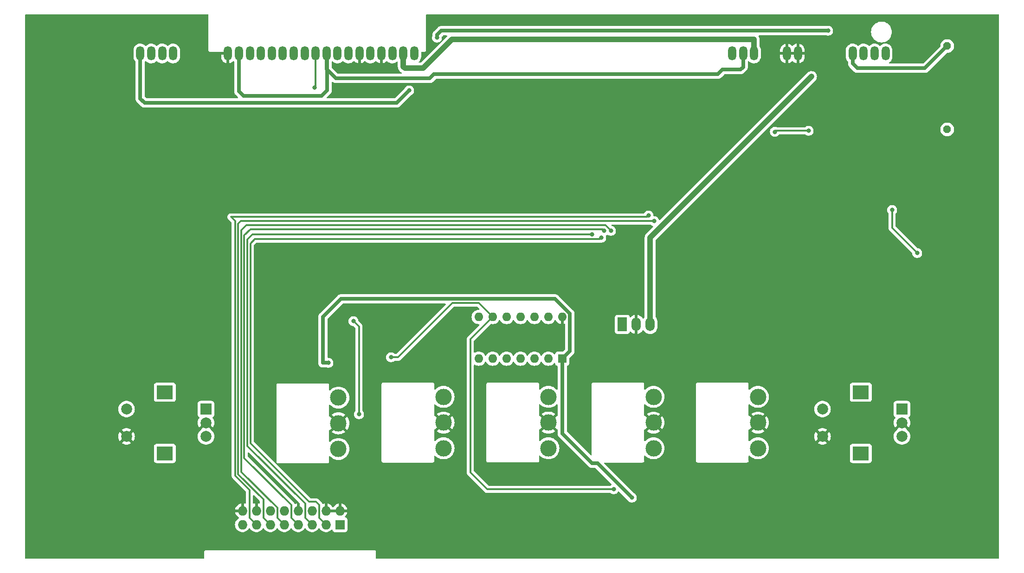
<source format=gbl>
G04 #@! TF.GenerationSoftware,KiCad,Pcbnew,7.0.10*
G04 #@! TF.CreationDate,2024-01-29T17:04:51+01:00*
G04 #@! TF.ProjectId,GP1294-Teens4,47503132-3934-42d5-9465-656e73342e6b,1.0.0*
G04 #@! TF.SameCoordinates,Original*
G04 #@! TF.FileFunction,Copper,L2,Bot*
G04 #@! TF.FilePolarity,Positive*
%FSLAX46Y46*%
G04 Gerber Fmt 4.6, Leading zero omitted, Abs format (unit mm)*
G04 Created by KiCad (PCBNEW 7.0.10) date 2024-01-29 17:04:51*
%MOMM*%
%LPD*%
G01*
G04 APERTURE LIST*
G04 Aperture macros list*
%AMOutline5P*
0 Free polygon, 5 corners , with rotation*
0 The origin of the aperture is its center*
0 number of corners: always 5*
0 $1 to $10 corner X, Y*
0 $11 Rotation angle, in degrees counterclockwise*
0 create outline with 5 corners*
4,1,5,$1,$2,$3,$4,$5,$6,$7,$8,$9,$10,$1,$2,$11*%
%AMOutline6P*
0 Free polygon, 6 corners , with rotation*
0 The origin of the aperture is its center*
0 number of corners: always 6*
0 $1 to $12 corner X, Y*
0 $13 Rotation angle, in degrees counterclockwise*
0 create outline with 6 corners*
4,1,6,$1,$2,$3,$4,$5,$6,$7,$8,$9,$10,$11,$12,$1,$2,$13*%
%AMOutline7P*
0 Free polygon, 7 corners , with rotation*
0 The origin of the aperture is its center*
0 number of corners: always 7*
0 $1 to $14 corner X, Y*
0 $15 Rotation angle, in degrees counterclockwise*
0 create outline with 7 corners*
4,1,7,$1,$2,$3,$4,$5,$6,$7,$8,$9,$10,$11,$12,$13,$14,$1,$2,$15*%
%AMOutline8P*
0 Free polygon, 8 corners , with rotation*
0 The origin of the aperture is its center*
0 number of corners: always 8*
0 $1 to $16 corner X, Y*
0 $17 Rotation angle, in degrees counterclockwise*
0 create outline with 8 corners*
4,1,8,$1,$2,$3,$4,$5,$6,$7,$8,$9,$10,$11,$12,$13,$14,$15,$16,$1,$2,$17*%
G04 Aperture macros list end*
G04 #@! TA.AperFunction,ComponentPad*
%ADD10R,1.700000X2.500000*%
G04 #@! TD*
G04 #@! TA.AperFunction,ComponentPad*
%ADD11O,1.700000X2.500000*%
G04 #@! TD*
G04 #@! TA.AperFunction,ComponentPad*
%ADD12Outline8P,-0.707200X0.292932X-0.292932X0.707200X0.292932X0.707200X0.707200X0.292932X0.707200X-0.292932X0.292932X-0.707200X-0.292932X-0.707200X-0.707200X-0.292932X270.000000*%
G04 #@! TD*
G04 #@! TA.AperFunction,ComponentPad*
%ADD13R,2.000000X2.000000*%
G04 #@! TD*
G04 #@! TA.AperFunction,ComponentPad*
%ADD14C,2.000000*%
G04 #@! TD*
G04 #@! TA.AperFunction,ComponentPad*
%ADD15R,3.000000X2.500000*%
G04 #@! TD*
G04 #@! TA.AperFunction,ComponentPad*
%ADD16O,1.727200X1.727200*%
G04 #@! TD*
G04 #@! TA.AperFunction,ComponentPad*
%ADD17R,1.727200X1.727200*%
G04 #@! TD*
G04 #@! TA.AperFunction,ComponentPad*
%ADD18C,3.000000*%
G04 #@! TD*
G04 #@! TA.AperFunction,ComponentPad*
%ADD19R,1.600000X1.600000*%
G04 #@! TD*
G04 #@! TA.AperFunction,ComponentPad*
%ADD20O,1.600000X1.600000*%
G04 #@! TD*
G04 #@! TA.AperFunction,ComponentPad*
%ADD21O,1.500000X2.600000*%
G04 #@! TD*
G04 #@! TA.AperFunction,ViaPad*
%ADD22C,0.800000*%
G04 #@! TD*
G04 #@! TA.AperFunction,ViaPad*
%ADD23C,5.000000*%
G04 #@! TD*
G04 #@! TA.AperFunction,Conductor*
%ADD24C,0.700000*%
G04 #@! TD*
G04 #@! TA.AperFunction,Conductor*
%ADD25C,1.000000*%
G04 #@! TD*
G04 #@! TA.AperFunction,Conductor*
%ADD26C,0.300000*%
G04 #@! TD*
G04 APERTURE END LIST*
D10*
X169968500Y-107012500D03*
D11*
X172508500Y-107012500D03*
X175048500Y-107012500D03*
D12*
X229250000Y-56130000D03*
X229250000Y-71370000D03*
D13*
X221000000Y-122500000D03*
D14*
X221000000Y-127500000D03*
X221000000Y-125000000D03*
D15*
X213500000Y-130600000D03*
X213500000Y-119400000D03*
D14*
X206500000Y-122500000D03*
X206500000Y-127500000D03*
D16*
X100653000Y-141079000D03*
X100653000Y-143619000D03*
X103193000Y-141079000D03*
X103193000Y-143619000D03*
X105733000Y-141079000D03*
X105733000Y-143619000D03*
X108273000Y-141079000D03*
X108273000Y-143619000D03*
X110813000Y-141079000D03*
X110813000Y-143619000D03*
X113353000Y-141079000D03*
X113353000Y-143619000D03*
X115893000Y-141079000D03*
X115893000Y-143619000D03*
X118433000Y-141079000D03*
D17*
X118433000Y-143619000D03*
D18*
X137338000Y-120268000D03*
X137338000Y-124968000D03*
X137338000Y-129668000D03*
D19*
X159004000Y-113284000D03*
D20*
X156464000Y-113284000D03*
X153924000Y-113284000D03*
X151384000Y-113284000D03*
X148844000Y-113284000D03*
X146304000Y-113284000D03*
X143764000Y-113284000D03*
X143764000Y-105664000D03*
X146304000Y-105664000D03*
X148844000Y-105664000D03*
X151384000Y-105664000D03*
X153924000Y-105664000D03*
X156464000Y-105664000D03*
X159004000Y-105664000D03*
D13*
X94000000Y-122500000D03*
D14*
X94000000Y-127500000D03*
X94000000Y-125000000D03*
D15*
X86500000Y-130600000D03*
X86500000Y-119400000D03*
D14*
X79500000Y-122500000D03*
X79500000Y-127500000D03*
D18*
X175664000Y-120268000D03*
X175664000Y-124968000D03*
X175664000Y-129668000D03*
X194714000Y-120268000D03*
X194714000Y-124968000D03*
X194714000Y-129668000D03*
D21*
X82000000Y-57500000D03*
X84000000Y-57500000D03*
X86000000Y-57500000D03*
X88000000Y-57500000D03*
X98000000Y-57500000D03*
X100000000Y-57500000D03*
X102000000Y-57500000D03*
X104000000Y-57500000D03*
X106000000Y-57500000D03*
X108000000Y-57500000D03*
X110000000Y-57500000D03*
X112000000Y-57500000D03*
X114000000Y-57500000D03*
X116000000Y-57500000D03*
X118000000Y-57500000D03*
X120000000Y-57500000D03*
X122000000Y-57500000D03*
X124000000Y-57500000D03*
X126000000Y-57500000D03*
X128000000Y-57500000D03*
X130000000Y-57500000D03*
X132000000Y-57500000D03*
X190000000Y-57500000D03*
X192000000Y-57500000D03*
X194000000Y-57500000D03*
X200000000Y-57500000D03*
X202000000Y-57500000D03*
X212000000Y-57500000D03*
X214000000Y-57500000D03*
X216000000Y-57500000D03*
X218000000Y-57500000D03*
D18*
X118156000Y-120396000D03*
X118156000Y-125096000D03*
X118156000Y-129796000D03*
X156473020Y-120258285D03*
X156473020Y-124958285D03*
X156473020Y-129658285D03*
D22*
X136144000Y-54610000D03*
X131064000Y-64262000D03*
X208280000Y-119888000D03*
X197358000Y-127000000D03*
X160528000Y-131572000D03*
X162306000Y-118618000D03*
X137414000Y-133604000D03*
X140208000Y-124206000D03*
X97282000Y-123444000D03*
X223520000Y-125730000D03*
X195072000Y-75946000D03*
X195834000Y-64516000D03*
X116332000Y-114046000D03*
X204470000Y-61722000D03*
X219202000Y-86106000D03*
X223774000Y-93980000D03*
X203962000Y-71628000D03*
X197799514Y-71815514D03*
X127762000Y-142494000D03*
X127762000Y-140462000D03*
X127762000Y-138430000D03*
X171704000Y-138684000D03*
X168402000Y-137160000D03*
X127762000Y-113030000D03*
X207518000Y-53339988D03*
X113792000Y-63754000D03*
X175768000Y-88138004D03*
X174752000Y-87122000D03*
X166116014Y-91186000D03*
X164466471Y-90539555D03*
X166617467Y-89914367D03*
X167894000Y-89916008D03*
X121920000Y-123444000D03*
X120904000Y-106426000D03*
X156210000Y-145542000D03*
D23*
X64014276Y-147004204D03*
X235966000Y-53594000D03*
X217528856Y-146853391D03*
X64104279Y-53582403D03*
X235966000Y-146812000D03*
D24*
X136906000Y-53340000D02*
X136144000Y-54102000D01*
X136144000Y-54102000D02*
X136144000Y-54610000D01*
X131064000Y-64262000D02*
X128778000Y-66548000D01*
X128778000Y-66548000D02*
X82804000Y-66548000D01*
X82000000Y-65744000D02*
X82000000Y-57500000D01*
X82804000Y-66548000D02*
X82000000Y-65744000D01*
X136906000Y-53340000D02*
X136906012Y-53339988D01*
X136906012Y-53339988D02*
X207518000Y-53339988D01*
D25*
X130000000Y-59896000D02*
X130302000Y-60198000D01*
X133604000Y-60198000D02*
X138882000Y-54920000D01*
X130000000Y-57500000D02*
X130000000Y-59896000D01*
X138882000Y-54920000D02*
X194000000Y-54920000D01*
X194000000Y-54920000D02*
X194000000Y-57500000D01*
X130302000Y-60198000D02*
X133604000Y-60198000D01*
D24*
X135585292Y-61302000D02*
X187364000Y-61302000D01*
X187364000Y-61302000D02*
X188214000Y-60452000D01*
X117690000Y-62064000D02*
X134823292Y-62064000D01*
X116000000Y-57500000D02*
X116000000Y-60374000D01*
X192000000Y-59968000D02*
X192000000Y-57500000D01*
X134823292Y-62064000D02*
X135585292Y-61302000D01*
X188214000Y-60452000D02*
X191516000Y-60452000D01*
X116000000Y-60374000D02*
X117690000Y-62064000D01*
X191516000Y-60452000D02*
X192000000Y-59968000D01*
X116000000Y-57500000D02*
X116000000Y-58400000D01*
X116000000Y-58400000D02*
X116078000Y-58478000D01*
X116078000Y-58478000D02*
X116078000Y-64262000D01*
X116078000Y-64262000D02*
X115062000Y-65278000D01*
X115062000Y-65278000D02*
X100838000Y-65278000D01*
X100838000Y-65278000D02*
X100000000Y-64440000D01*
X100000000Y-64440000D02*
X100000000Y-57500000D01*
D26*
X112776000Y-139446000D02*
X102084000Y-128754000D01*
X103193000Y-143619000D02*
X101920600Y-142346600D01*
X101920600Y-142346600D02*
X101920600Y-137269548D01*
X112085400Y-142351400D02*
X112085400Y-139792874D01*
X101346000Y-88900000D02*
X166877992Y-88900000D01*
X110813000Y-143619000D02*
X109545400Y-142351400D01*
X99314000Y-88138000D02*
X98552000Y-87376000D01*
X166365100Y-89662000D02*
X166617467Y-89914367D01*
X104460600Y-142346600D02*
X104460600Y-139026074D01*
X165862014Y-91440000D02*
X166116014Y-91186000D01*
X102086526Y-89662000D02*
X166365100Y-89662000D01*
X100976000Y-90772526D02*
X102086526Y-89662000D01*
X114046000Y-139446000D02*
X112776000Y-139446000D01*
X102870000Y-91440000D02*
X165862014Y-91440000D01*
X113353000Y-143619000D02*
X112085400Y-142351400D01*
X102500445Y-90539555D02*
X164466471Y-90539555D01*
X102084000Y-128754000D02*
X102084000Y-92226000D01*
X100976000Y-131456000D02*
X100976000Y-90772526D01*
X166877992Y-88900000D02*
X167894000Y-89916008D01*
X100422000Y-89824000D02*
X101346000Y-88900000D01*
X109545400Y-142351400D02*
X109545400Y-140025400D01*
X107000600Y-142346600D02*
X107000600Y-140553942D01*
X114625400Y-140025400D02*
X114046000Y-139446000D01*
X99868000Y-88600000D02*
X100329996Y-88138004D01*
X108273000Y-143619000D02*
X107000600Y-142346600D01*
X104460600Y-139026074D02*
X99868000Y-134433474D01*
X112085400Y-139792874D02*
X101530000Y-129237474D01*
X109545400Y-140025400D02*
X100976000Y-131456000D01*
X102084000Y-92226000D02*
X102870000Y-91440000D01*
X107000600Y-140553942D02*
X100422000Y-133975342D01*
X101530000Y-129237474D02*
X101530000Y-91510000D01*
X114625400Y-142351400D02*
X114625400Y-140025400D01*
X99868000Y-134433474D02*
X99868000Y-88600000D01*
X115893000Y-143619000D02*
X114625400Y-142351400D01*
X100329996Y-88138004D02*
X175768000Y-88138004D01*
X101530000Y-91510000D02*
X102500445Y-90539555D01*
X100422000Y-133975342D02*
X100422000Y-89824000D01*
X105733000Y-143619000D02*
X104460600Y-142346600D01*
X101920600Y-137269548D02*
X99314000Y-134662948D01*
X99314000Y-134662948D02*
X99314000Y-88138000D01*
X98552000Y-87376000D02*
X174498000Y-87376000D01*
X174498000Y-87376000D02*
X174752000Y-87122000D01*
D24*
X159004000Y-113284000D02*
X160408000Y-111880000D01*
X115316000Y-105664000D02*
X115316000Y-114046000D01*
X160408000Y-111880000D02*
X160408000Y-105082444D01*
X160408000Y-105082444D02*
X157687556Y-102362000D01*
X118618000Y-102362000D02*
X115316000Y-105664000D01*
X157687556Y-102362000D02*
X118618000Y-102362000D01*
X115316000Y-114046000D02*
X116332000Y-114046000D01*
D25*
X175048500Y-107012500D02*
X175048500Y-91143500D01*
X175048500Y-91143500D02*
X204470000Y-61722000D01*
D26*
X219202000Y-86106000D02*
X219202000Y-89408000D01*
X219202000Y-89408000D02*
X223774000Y-93980000D01*
X203962000Y-71628000D02*
X197987028Y-71628000D01*
X197987028Y-71628000D02*
X197799514Y-71815514D01*
D24*
X212000000Y-57500000D02*
X212000000Y-59346000D01*
X212000000Y-59346000D02*
X212852000Y-60198000D01*
X225182000Y-60198000D02*
X229250000Y-56130000D01*
X212852000Y-60198000D02*
X225182000Y-60198000D01*
X82000000Y-57500000D02*
X82000000Y-57000000D01*
X165438000Y-132418000D02*
X164477604Y-132418000D01*
X171704000Y-138684000D02*
X165438000Y-132418000D01*
X164477604Y-132418000D02*
X159004000Y-126944396D01*
X159004000Y-126944396D02*
X159004000Y-113284000D01*
D26*
X142240000Y-134112000D02*
X145288000Y-137160000D01*
X146304000Y-105664000D02*
X142240000Y-109728000D01*
X145288000Y-137160000D02*
X168402000Y-137160000D01*
X142240000Y-109728000D02*
X142240000Y-134112000D01*
X127762000Y-113030000D02*
X129032000Y-113030000D01*
X143764000Y-103124000D02*
X146304000Y-105664000D01*
X129032000Y-113030000D02*
X138938000Y-103124000D01*
X138938000Y-103124000D02*
X143764000Y-103124000D01*
X113792000Y-63754000D02*
X114000000Y-63546000D01*
X114000000Y-63546000D02*
X114000000Y-57500000D01*
X121920000Y-123444000D02*
X121920000Y-107442000D01*
X121920000Y-107442000D02*
X120904000Y-106426000D01*
G04 #@! TA.AperFunction,Conductor*
G36*
X101213139Y-140848685D02*
G01*
X101258894Y-140901489D01*
X101270100Y-140953000D01*
X101270100Y-141205000D01*
X101250415Y-141272039D01*
X101197611Y-141317794D01*
X101146100Y-141329000D01*
X101096196Y-141329000D01*
X101119845Y-141292201D01*
X101161000Y-141152039D01*
X101161000Y-141005961D01*
X101119845Y-140865799D01*
X101096196Y-140829000D01*
X101146100Y-140829000D01*
X101213139Y-140848685D01*
G37*
G04 #@! TD.AperFunction*
G04 #@! TA.AperFunction,Conductor*
G36*
X102726155Y-140865799D02*
G01*
X102685000Y-141005961D01*
X102685000Y-141152039D01*
X102726155Y-141292201D01*
X102749804Y-141329000D01*
X102695100Y-141329000D01*
X102628061Y-141309315D01*
X102582306Y-141256511D01*
X102571100Y-141205000D01*
X102571100Y-140953000D01*
X102590785Y-140885961D01*
X102643589Y-140840206D01*
X102695100Y-140829000D01*
X102749804Y-140829000D01*
X102726155Y-140865799D01*
G37*
G04 #@! TD.AperFunction*
G04 #@! TA.AperFunction,Conductor*
G36*
X103753139Y-140848685D02*
G01*
X103798894Y-140901489D01*
X103810100Y-140953000D01*
X103810100Y-141205000D01*
X103790415Y-141272039D01*
X103737611Y-141317794D01*
X103686100Y-141329000D01*
X103636196Y-141329000D01*
X103659845Y-141292201D01*
X103701000Y-141152039D01*
X103701000Y-141005961D01*
X103659845Y-140865799D01*
X103636196Y-140829000D01*
X103686100Y-140829000D01*
X103753139Y-140848685D01*
G37*
G04 #@! TD.AperFunction*
G04 #@! TA.AperFunction,Conductor*
G36*
X105266155Y-140865799D02*
G01*
X105225000Y-141005961D01*
X105225000Y-141152039D01*
X105266155Y-141292201D01*
X105289804Y-141329000D01*
X105235100Y-141329000D01*
X105168061Y-141309315D01*
X105122306Y-141256511D01*
X105111100Y-141205000D01*
X105111100Y-140953000D01*
X105130785Y-140885961D01*
X105183589Y-140840206D01*
X105235100Y-140829000D01*
X105289804Y-140829000D01*
X105266155Y-140865799D01*
G37*
G04 #@! TD.AperFunction*
G04 #@! TA.AperFunction,Conductor*
G36*
X106293139Y-140848685D02*
G01*
X106338894Y-140901489D01*
X106350100Y-140953000D01*
X106350100Y-141205000D01*
X106330415Y-141272039D01*
X106277611Y-141317794D01*
X106226100Y-141329000D01*
X106176196Y-141329000D01*
X106199845Y-141292201D01*
X106241000Y-141152039D01*
X106241000Y-141005961D01*
X106199845Y-140865799D01*
X106176196Y-140829000D01*
X106226100Y-140829000D01*
X106293139Y-140848685D01*
G37*
G04 #@! TD.AperFunction*
G04 #@! TA.AperFunction,Conductor*
G36*
X107806155Y-140865799D02*
G01*
X107765000Y-141005961D01*
X107765000Y-141152039D01*
X107806155Y-141292201D01*
X107829804Y-141329000D01*
X107775100Y-141329000D01*
X107708061Y-141309315D01*
X107662306Y-141256511D01*
X107651100Y-141205000D01*
X107651100Y-140953000D01*
X107670785Y-140885961D01*
X107723589Y-140840206D01*
X107775100Y-140829000D01*
X107829804Y-140829000D01*
X107806155Y-140865799D01*
G37*
G04 #@! TD.AperFunction*
G04 #@! TA.AperFunction,Conductor*
G36*
X108837939Y-140848685D02*
G01*
X108883694Y-140901489D01*
X108894900Y-140953000D01*
X108894900Y-141205000D01*
X108875215Y-141272039D01*
X108822411Y-141317794D01*
X108770900Y-141329000D01*
X108716196Y-141329000D01*
X108739845Y-141292201D01*
X108781000Y-141152039D01*
X108781000Y-141005961D01*
X108739845Y-140865799D01*
X108716196Y-140829000D01*
X108770900Y-140829000D01*
X108837939Y-140848685D01*
G37*
G04 #@! TD.AperFunction*
G04 #@! TA.AperFunction,Conductor*
G36*
X110346155Y-140865799D02*
G01*
X110305000Y-141005961D01*
X110305000Y-141152039D01*
X110346155Y-141292201D01*
X110369804Y-141329000D01*
X110319900Y-141329000D01*
X110252861Y-141309315D01*
X110207106Y-141256511D01*
X110195900Y-141205000D01*
X110195900Y-140953000D01*
X110215585Y-140885961D01*
X110268389Y-140840206D01*
X110319900Y-140829000D01*
X110369804Y-140829000D01*
X110346155Y-140865799D01*
G37*
G04 #@! TD.AperFunction*
G04 #@! TA.AperFunction,Conductor*
G36*
X111377939Y-140848685D02*
G01*
X111423694Y-140901489D01*
X111434900Y-140953000D01*
X111434900Y-141205000D01*
X111415215Y-141272039D01*
X111362411Y-141317794D01*
X111310900Y-141329000D01*
X111256196Y-141329000D01*
X111279845Y-141292201D01*
X111321000Y-141152039D01*
X111321000Y-141005961D01*
X111279845Y-140865799D01*
X111256196Y-140829000D01*
X111310900Y-140829000D01*
X111377939Y-140848685D01*
G37*
G04 #@! TD.AperFunction*
G04 #@! TA.AperFunction,Conductor*
G36*
X112886155Y-140865799D02*
G01*
X112845000Y-141005961D01*
X112845000Y-141152039D01*
X112886155Y-141292201D01*
X112909804Y-141329000D01*
X112859900Y-141329000D01*
X112792861Y-141309315D01*
X112747106Y-141256511D01*
X112735900Y-141205000D01*
X112735900Y-140953000D01*
X112755585Y-140885961D01*
X112808389Y-140840206D01*
X112859900Y-140829000D01*
X112909804Y-140829000D01*
X112886155Y-140865799D01*
G37*
G04 #@! TD.AperFunction*
G04 #@! TA.AperFunction,Conductor*
G36*
X113917939Y-140848685D02*
G01*
X113963694Y-140901489D01*
X113974900Y-140953000D01*
X113974900Y-141205000D01*
X113955215Y-141272039D01*
X113902411Y-141317794D01*
X113850900Y-141329000D01*
X113796196Y-141329000D01*
X113819845Y-141292201D01*
X113861000Y-141152039D01*
X113861000Y-141005961D01*
X113819845Y-140865799D01*
X113796196Y-140829000D01*
X113850900Y-140829000D01*
X113917939Y-140848685D01*
G37*
G04 #@! TD.AperFunction*
G04 #@! TA.AperFunction,Conductor*
G36*
X115426155Y-140865799D02*
G01*
X115385000Y-141005961D01*
X115385000Y-141152039D01*
X115426155Y-141292201D01*
X115449804Y-141329000D01*
X115399900Y-141329000D01*
X115332861Y-141309315D01*
X115287106Y-141256511D01*
X115275900Y-141205000D01*
X115275900Y-140953000D01*
X115295585Y-140885961D01*
X115348389Y-140840206D01*
X115399900Y-140829000D01*
X115449804Y-140829000D01*
X115426155Y-140865799D01*
G37*
G04 #@! TD.AperFunction*
G04 #@! TA.AperFunction,Conductor*
G36*
X117966155Y-140865799D02*
G01*
X117925000Y-141005961D01*
X117925000Y-141152039D01*
X117966155Y-141292201D01*
X117989804Y-141329000D01*
X116336196Y-141329000D01*
X116359845Y-141292201D01*
X116401000Y-141152039D01*
X116401000Y-141005961D01*
X116359845Y-140865799D01*
X116336196Y-140829000D01*
X117989804Y-140829000D01*
X117966155Y-140865799D01*
G37*
G04 #@! TD.AperFunction*
G04 #@! TA.AperFunction,Conductor*
G36*
X102776303Y-138262169D02*
G01*
X102782781Y-138268201D01*
X103773781Y-139259201D01*
X103807266Y-139320524D01*
X103810100Y-139346882D01*
X103810100Y-139675462D01*
X103790415Y-139742501D01*
X103737611Y-139788256D01*
X103668453Y-139798200D01*
X103645837Y-139792743D01*
X103528893Y-139752596D01*
X103443000Y-139738263D01*
X103443000Y-140634702D01*
X103337592Y-140586565D01*
X103229334Y-140571000D01*
X103156666Y-140571000D01*
X103048408Y-140586565D01*
X102943000Y-140634702D01*
X102943000Y-139738263D01*
X102942999Y-139738263D01*
X102857109Y-139752595D01*
X102735362Y-139794391D01*
X102665563Y-139797540D01*
X102605142Y-139762453D01*
X102573282Y-139700270D01*
X102571100Y-139677109D01*
X102571100Y-138355882D01*
X102590785Y-138288843D01*
X102643589Y-138243088D01*
X102712747Y-138233144D01*
X102776303Y-138262169D01*
G37*
G04 #@! TD.AperFunction*
G04 #@! TA.AperFunction,Conductor*
G36*
X101831703Y-130459569D02*
G01*
X101838181Y-130465601D01*
X111026681Y-139654101D01*
X111060166Y-139715424D01*
X111063000Y-139741782D01*
X111063000Y-140634702D01*
X110957592Y-140586565D01*
X110849334Y-140571000D01*
X110776666Y-140571000D01*
X110668408Y-140586565D01*
X110563000Y-140634702D01*
X110563000Y-139738263D01*
X110562999Y-139738263D01*
X110477106Y-139752596D01*
X110292294Y-139816042D01*
X110222495Y-139819192D01*
X110162074Y-139784106D01*
X110145302Y-139761886D01*
X110136330Y-139746716D01*
X110127778Y-139729255D01*
X110119968Y-139709529D01*
X110093121Y-139672579D01*
X110086731Y-139662849D01*
X110063481Y-139623535D01*
X110048475Y-139608529D01*
X110035835Y-139593730D01*
X110023361Y-139576560D01*
X109988180Y-139547456D01*
X109979540Y-139539594D01*
X101662819Y-131222873D01*
X101629334Y-131161550D01*
X101626500Y-131135192D01*
X101626500Y-130553282D01*
X101646185Y-130486243D01*
X101698989Y-130440488D01*
X101768147Y-130430544D01*
X101831703Y-130459569D01*
G37*
G04 #@! TD.AperFunction*
G04 #@! TA.AperFunction,Conductor*
G36*
X155261865Y-113827348D02*
G01*
X155306382Y-113878725D01*
X155333429Y-113936728D01*
X155333432Y-113936734D01*
X155463954Y-114123141D01*
X155624858Y-114284045D01*
X155624861Y-114284047D01*
X155811266Y-114414568D01*
X156017504Y-114510739D01*
X156237308Y-114569635D01*
X156399230Y-114583801D01*
X156463998Y-114589468D01*
X156464000Y-114589468D01*
X156464002Y-114589468D01*
X156524019Y-114584217D01*
X156690692Y-114569635D01*
X156910496Y-114510739D01*
X157116734Y-114414568D01*
X157303139Y-114284047D01*
X157464047Y-114123139D01*
X157481272Y-114098539D01*
X157535848Y-114054913D01*
X157605346Y-114047718D01*
X157667701Y-114079239D01*
X157703116Y-114139468D01*
X157706138Y-114156406D01*
X157709908Y-114191483D01*
X157760202Y-114326328D01*
X157760206Y-114326335D01*
X157846452Y-114441544D01*
X157846455Y-114441547D01*
X157961664Y-114527793D01*
X157961673Y-114527798D01*
X158072832Y-114569257D01*
X158128766Y-114611127D01*
X158153184Y-114676592D01*
X158153500Y-114685439D01*
X158153500Y-118810268D01*
X158133815Y-118877307D01*
X158081011Y-118923062D01*
X158011853Y-118933006D01*
X157948297Y-118903981D01*
X157941819Y-118897949D01*
X157786425Y-118742555D01*
X157786407Y-118742539D01*
X157557337Y-118571060D01*
X157557329Y-118571055D01*
X157306186Y-118433920D01*
X157306187Y-118433920D01*
X157189478Y-118390390D01*
X157038066Y-118333916D01*
X157038063Y-118333915D01*
X157038057Y-118333913D01*
X156758453Y-118273089D01*
X156473021Y-118252675D01*
X156473019Y-118252675D01*
X156187586Y-118273089D01*
X155907982Y-118333913D01*
X155639853Y-118433920D01*
X155388710Y-118571055D01*
X155388702Y-118571060D01*
X155159632Y-118742539D01*
X155159614Y-118742555D01*
X154985201Y-118916969D01*
X154923878Y-118950454D01*
X154854186Y-118945470D01*
X154798253Y-118903598D01*
X154773836Y-118838134D01*
X154773520Y-118829288D01*
X154773520Y-118017501D01*
X154776581Y-117995561D01*
X154777421Y-117986492D01*
X154774049Y-117950102D01*
X154773520Y-117938661D01*
X154773520Y-117930440D01*
X154772010Y-117922364D01*
X154770427Y-117911016D01*
X154767055Y-117874625D01*
X154764568Y-117865884D01*
X154761370Y-117856344D01*
X154758081Y-117847855D01*
X154758081Y-117847852D01*
X154758079Y-117847849D01*
X154758078Y-117847846D01*
X154738841Y-117816777D01*
X154733272Y-117806781D01*
X154716978Y-117774057D01*
X154716976Y-117774055D01*
X154716975Y-117774053D01*
X154711495Y-117766796D01*
X154705081Y-117759071D01*
X154698936Y-117752330D01*
X154669770Y-117730305D01*
X154660969Y-117722997D01*
X154633953Y-117698369D01*
X154633951Y-117698368D01*
X154633949Y-117698366D01*
X154626252Y-117693600D01*
X154617410Y-117688675D01*
X154609284Y-117684628D01*
X154574140Y-117674629D01*
X154563285Y-117670991D01*
X154529192Y-117657784D01*
X154520256Y-117656114D01*
X154510277Y-117654722D01*
X154501228Y-117653884D01*
X154501227Y-117653884D01*
X154464837Y-117657256D01*
X154453396Y-117657785D01*
X145532235Y-117657785D01*
X145510277Y-117654722D01*
X145501228Y-117653884D01*
X145501227Y-117653884D01*
X145464837Y-117657256D01*
X145453396Y-117657785D01*
X145445174Y-117657785D01*
X145437089Y-117659296D01*
X145425759Y-117660876D01*
X145389359Y-117664249D01*
X145380664Y-117666723D01*
X145371028Y-117669953D01*
X145362583Y-117673225D01*
X145331514Y-117692461D01*
X145321516Y-117698031D01*
X145288789Y-117714327D01*
X145281567Y-117719781D01*
X145273771Y-117726255D01*
X145267064Y-117732369D01*
X145245046Y-117761526D01*
X145237733Y-117770333D01*
X145213105Y-117797349D01*
X145208342Y-117805041D01*
X145203405Y-117813905D01*
X145199363Y-117822022D01*
X145189363Y-117857169D01*
X145185724Y-117868026D01*
X145172519Y-117902111D01*
X145170849Y-117911047D01*
X145169457Y-117921030D01*
X145168619Y-117930076D01*
X145168619Y-117930077D01*
X145168619Y-117930078D01*
X145169954Y-117944485D01*
X145171991Y-117966467D01*
X145172520Y-117977908D01*
X145172520Y-131899069D01*
X145169457Y-131921030D01*
X145168619Y-131930076D01*
X145168619Y-131930077D01*
X145168619Y-131930078D01*
X145171375Y-131959817D01*
X145171991Y-131966467D01*
X145172520Y-131977908D01*
X145172520Y-131986128D01*
X145172521Y-131986139D01*
X145174031Y-131994222D01*
X145175611Y-132005549D01*
X145178984Y-132041943D01*
X145181463Y-132050657D01*
X145184687Y-132060274D01*
X145187958Y-132068717D01*
X145193974Y-132078433D01*
X145203953Y-132094550D01*
X145207197Y-132099788D01*
X145212766Y-132109787D01*
X145218751Y-132121806D01*
X145229061Y-132142513D01*
X145234546Y-132149775D01*
X145240977Y-132157520D01*
X145247100Y-132164236D01*
X145276269Y-132186264D01*
X145285077Y-132193578D01*
X145285454Y-132193921D01*
X145312089Y-132218203D01*
X145319817Y-132222987D01*
X145328600Y-132227879D01*
X145336752Y-132231938D01*
X145336756Y-132231941D01*
X145371915Y-132241944D01*
X145382762Y-132245580D01*
X145416847Y-132258785D01*
X145416848Y-132258785D01*
X145425775Y-132260454D01*
X145435762Y-132261847D01*
X145444808Y-132262684D01*
X145444813Y-132262686D01*
X145481203Y-132259313D01*
X145492644Y-132258785D01*
X154413805Y-132258785D01*
X154435762Y-132261847D01*
X154444808Y-132262684D01*
X154444813Y-132262686D01*
X154481203Y-132259313D01*
X154492644Y-132258785D01*
X154500865Y-132258785D01*
X154503427Y-132258305D01*
X154508941Y-132257274D01*
X154520279Y-132255692D01*
X154556680Y-132252320D01*
X154556686Y-132252316D01*
X154565441Y-132249826D01*
X154574960Y-132246635D01*
X154583451Y-132243346D01*
X154583453Y-132243346D01*
X154614541Y-132224096D01*
X154624518Y-132218539D01*
X154657248Y-132202243D01*
X154657250Y-132202239D01*
X154664543Y-132196733D01*
X154672217Y-132190361D01*
X154678969Y-132184206D01*
X154678969Y-132184205D01*
X154678972Y-132184204D01*
X154701010Y-132155019D01*
X154708295Y-132146246D01*
X154732936Y-132119218D01*
X154732938Y-132119212D01*
X154737741Y-132111455D01*
X154742599Y-132102733D01*
X154746671Y-132094554D01*
X154746676Y-132094549D01*
X154756683Y-132059374D01*
X154760309Y-132048555D01*
X154773520Y-132014458D01*
X154773520Y-132014456D01*
X154773521Y-132014454D01*
X154775192Y-132005514D01*
X154776581Y-131995561D01*
X154777421Y-131986492D01*
X154774049Y-131950102D01*
X154773520Y-131938661D01*
X154773520Y-131087282D01*
X154793205Y-131020243D01*
X154846009Y-130974488D01*
X154915167Y-130964544D01*
X154978723Y-130993569D01*
X154985201Y-130999601D01*
X155159614Y-131174014D01*
X155159632Y-131174030D01*
X155388702Y-131345509D01*
X155388710Y-131345514D01*
X155639853Y-131482649D01*
X155639852Y-131482649D01*
X155639856Y-131482650D01*
X155639859Y-131482652D01*
X155907974Y-131582654D01*
X155907980Y-131582655D01*
X155907982Y-131582656D01*
X156187586Y-131643480D01*
X156187588Y-131643480D01*
X156187592Y-131643481D01*
X156441240Y-131661622D01*
X156473019Y-131663895D01*
X156473020Y-131663895D01*
X156473021Y-131663895D01*
X156501615Y-131661849D01*
X156758448Y-131643481D01*
X156864716Y-131620364D01*
X157038057Y-131582656D01*
X157038057Y-131582655D01*
X157038066Y-131582654D01*
X157306181Y-131482652D01*
X157557335Y-131345511D01*
X157786415Y-131174024D01*
X157988759Y-130971680D01*
X158160246Y-130742600D01*
X158297387Y-130491446D01*
X158397389Y-130223331D01*
X158458216Y-129943713D01*
X158478630Y-129658285D01*
X158458216Y-129372857D01*
X158442831Y-129302135D01*
X158397391Y-129093247D01*
X158397390Y-129093245D01*
X158397389Y-129093239D01*
X158297387Y-128825124D01*
X158262085Y-128760474D01*
X158160249Y-128573975D01*
X158160244Y-128573967D01*
X157988765Y-128344897D01*
X157988749Y-128344879D01*
X157786425Y-128142555D01*
X157786407Y-128142539D01*
X157557337Y-127971060D01*
X157557329Y-127971055D01*
X157306186Y-127833920D01*
X157306187Y-127833920D01*
X157189478Y-127790390D01*
X157038066Y-127733916D01*
X157038063Y-127733915D01*
X157038057Y-127733913D01*
X156758453Y-127673089D01*
X156473021Y-127652675D01*
X156473019Y-127652675D01*
X156187586Y-127673089D01*
X155907982Y-127733913D01*
X155639853Y-127833920D01*
X155388710Y-127971055D01*
X155388702Y-127971060D01*
X155159632Y-128142539D01*
X155159614Y-128142555D01*
X154985201Y-128316969D01*
X154923878Y-128350454D01*
X154854186Y-128345470D01*
X154798253Y-128303598D01*
X154773836Y-128238134D01*
X154773520Y-128229288D01*
X154773520Y-126309493D01*
X154793205Y-126242454D01*
X154846009Y-126196699D01*
X154888766Y-126188984D01*
X155795823Y-125281926D01*
X155819079Y-125335838D01*
X155923776Y-125476470D01*
X156058082Y-125589167D01*
X156149685Y-125635171D01*
X155246456Y-126538400D01*
X155388980Y-126645092D01*
X155388981Y-126645093D01*
X155640062Y-126782193D01*
X155640061Y-126782193D01*
X155908124Y-126882175D01*
X156187657Y-126942984D01*
X156473019Y-126963394D01*
X156473021Y-126963394D01*
X156758382Y-126942984D01*
X157037915Y-126882175D01*
X157305978Y-126782193D01*
X157557067Y-126645088D01*
X157699581Y-126538401D01*
X157699582Y-126538400D01*
X156798966Y-125637783D01*
X156811911Y-125633072D01*
X156958393Y-125536730D01*
X157078708Y-125409203D01*
X157151467Y-125283179D01*
X158065133Y-126196845D01*
X158088926Y-126202021D01*
X158138332Y-126251426D01*
X158153500Y-126310854D01*
X158153500Y-126904788D01*
X158153091Y-126914852D01*
X158148798Y-126967560D01*
X158159502Y-127046128D01*
X158159910Y-127049458D01*
X158168486Y-127128308D01*
X158168710Y-127129326D01*
X158173525Y-127149869D01*
X158173774Y-127150867D01*
X158201113Y-127225287D01*
X158202227Y-127228449D01*
X158217580Y-127274010D01*
X158227556Y-127303617D01*
X158227557Y-127303619D01*
X158227558Y-127303621D01*
X158228001Y-127304581D01*
X158237146Y-127323662D01*
X158237564Y-127324505D01*
X158280267Y-127391314D01*
X158282036Y-127394167D01*
X158322927Y-127462129D01*
X158323538Y-127462932D01*
X158336578Y-127479612D01*
X158337197Y-127480382D01*
X158337199Y-127480384D01*
X158337200Y-127480385D01*
X158393303Y-127536488D01*
X158395609Y-127538858D01*
X158450151Y-127596437D01*
X158450155Y-127596439D01*
X158450983Y-127597143D01*
X158468119Y-127611304D01*
X163848202Y-132991387D01*
X163855029Y-132998792D01*
X163889267Y-133039100D01*
X163952410Y-133087100D01*
X163954980Y-133089109D01*
X164016850Y-133138842D01*
X164017740Y-133139411D01*
X164035627Y-133150504D01*
X164036542Y-133151055D01*
X164108519Y-133184355D01*
X164111494Y-133185779D01*
X164182583Y-133221036D01*
X164182588Y-133221037D01*
X164182592Y-133221039D01*
X164183731Y-133221458D01*
X164203380Y-133228376D01*
X164204439Y-133228733D01*
X164281885Y-133245779D01*
X164285149Y-133246543D01*
X164362109Y-133265684D01*
X164362111Y-133265684D01*
X164363198Y-133265832D01*
X164383979Y-133268377D01*
X164385106Y-133268499D01*
X164385107Y-133268500D01*
X164464377Y-133268500D01*
X164467734Y-133268545D01*
X164547036Y-133270693D01*
X164547036Y-133270692D01*
X164547039Y-133270693D01*
X164548083Y-133270608D01*
X164570252Y-133268500D01*
X165034349Y-133268500D01*
X165101388Y-133288185D01*
X165122030Y-133304819D01*
X167990379Y-136173168D01*
X168023864Y-136234491D01*
X168018880Y-136304183D01*
X167977008Y-136360116D01*
X167953136Y-136374127D01*
X167949270Y-136375848D01*
X167797910Y-136485818D01*
X167732104Y-136509298D01*
X167725025Y-136509500D01*
X145608808Y-136509500D01*
X145541769Y-136489815D01*
X145521127Y-136473181D01*
X142926819Y-133878873D01*
X142893334Y-133817550D01*
X142890500Y-133791192D01*
X142890500Y-114498187D01*
X142910185Y-114431148D01*
X142962989Y-114385393D01*
X143032147Y-114375449D01*
X143085619Y-114396610D01*
X143111266Y-114414568D01*
X143317504Y-114510739D01*
X143537308Y-114569635D01*
X143699230Y-114583801D01*
X143763998Y-114589468D01*
X143764000Y-114589468D01*
X143764002Y-114589468D01*
X143824019Y-114584217D01*
X143990692Y-114569635D01*
X144210496Y-114510739D01*
X144416734Y-114414568D01*
X144603139Y-114284047D01*
X144764047Y-114123139D01*
X144894568Y-113936734D01*
X144921618Y-113878724D01*
X144967790Y-113826285D01*
X145034983Y-113807133D01*
X145101865Y-113827348D01*
X145146382Y-113878725D01*
X145173429Y-113936728D01*
X145173432Y-113936734D01*
X145303954Y-114123141D01*
X145464858Y-114284045D01*
X145464861Y-114284047D01*
X145651266Y-114414568D01*
X145857504Y-114510739D01*
X146077308Y-114569635D01*
X146239230Y-114583801D01*
X146303998Y-114589468D01*
X146304000Y-114589468D01*
X146304002Y-114589468D01*
X146364019Y-114584217D01*
X146530692Y-114569635D01*
X146750496Y-114510739D01*
X146956734Y-114414568D01*
X147143139Y-114284047D01*
X147304047Y-114123139D01*
X147434568Y-113936734D01*
X147461618Y-113878724D01*
X147507790Y-113826285D01*
X147574983Y-113807133D01*
X147641865Y-113827348D01*
X147686382Y-113878725D01*
X147713429Y-113936728D01*
X147713432Y-113936734D01*
X147843954Y-114123141D01*
X148004858Y-114284045D01*
X148004861Y-114284047D01*
X148191266Y-114414568D01*
X148397504Y-114510739D01*
X148617308Y-114569635D01*
X148779230Y-114583801D01*
X148843998Y-114589468D01*
X148844000Y-114589468D01*
X148844002Y-114589468D01*
X148904019Y-114584217D01*
X149070692Y-114569635D01*
X149290496Y-114510739D01*
X149496734Y-114414568D01*
X149683139Y-114284047D01*
X149844047Y-114123139D01*
X149974568Y-113936734D01*
X150001618Y-113878724D01*
X150047790Y-113826285D01*
X150114983Y-113807133D01*
X150181865Y-113827348D01*
X150226382Y-113878725D01*
X150253429Y-113936728D01*
X150253432Y-113936734D01*
X150383954Y-114123141D01*
X150544858Y-114284045D01*
X150544861Y-114284047D01*
X150731266Y-114414568D01*
X150937504Y-114510739D01*
X151157308Y-114569635D01*
X151319230Y-114583801D01*
X151383998Y-114589468D01*
X151384000Y-114589468D01*
X151384002Y-114589468D01*
X151444019Y-114584217D01*
X151610692Y-114569635D01*
X151830496Y-114510739D01*
X152036734Y-114414568D01*
X152223139Y-114284047D01*
X152384047Y-114123139D01*
X152514568Y-113936734D01*
X152541618Y-113878724D01*
X152587790Y-113826285D01*
X152654983Y-113807133D01*
X152721865Y-113827348D01*
X152766382Y-113878725D01*
X152793429Y-113936728D01*
X152793432Y-113936734D01*
X152923954Y-114123141D01*
X153084858Y-114284045D01*
X153084861Y-114284047D01*
X153271266Y-114414568D01*
X153477504Y-114510739D01*
X153697308Y-114569635D01*
X153859230Y-114583801D01*
X153923998Y-114589468D01*
X153924000Y-114589468D01*
X153924002Y-114589468D01*
X153984019Y-114584217D01*
X154150692Y-114569635D01*
X154370496Y-114510739D01*
X154576734Y-114414568D01*
X154763139Y-114284047D01*
X154924047Y-114123139D01*
X155054568Y-113936734D01*
X155081618Y-113878724D01*
X155127790Y-113826285D01*
X155194983Y-113807133D01*
X155261865Y-113827348D01*
G37*
G04 #@! TD.AperFunction*
G04 #@! TA.AperFunction,Conductor*
G36*
X154978723Y-121593569D02*
G01*
X154985201Y-121599601D01*
X155159614Y-121774014D01*
X155159632Y-121774030D01*
X155388702Y-121945509D01*
X155388710Y-121945514D01*
X155639853Y-122082649D01*
X155639852Y-122082649D01*
X155639856Y-122082650D01*
X155639859Y-122082652D01*
X155907974Y-122182654D01*
X155907980Y-122182655D01*
X155907982Y-122182656D01*
X156187586Y-122243480D01*
X156187588Y-122243480D01*
X156187592Y-122243481D01*
X156441240Y-122261622D01*
X156473019Y-122263895D01*
X156473020Y-122263895D01*
X156473021Y-122263895D01*
X156501615Y-122261849D01*
X156758448Y-122243481D01*
X156864716Y-122220364D01*
X157038057Y-122182656D01*
X157038057Y-122182655D01*
X157038066Y-122182654D01*
X157306181Y-122082652D01*
X157557335Y-121945511D01*
X157786415Y-121774024D01*
X157863442Y-121696997D01*
X157941819Y-121618621D01*
X158003142Y-121585136D01*
X158072834Y-121590120D01*
X158128767Y-121631992D01*
X158153184Y-121697456D01*
X158153500Y-121706302D01*
X158153500Y-123605714D01*
X158133815Y-123672753D01*
X158081011Y-123718508D01*
X158063120Y-123721736D01*
X157150215Y-124634641D01*
X157126961Y-124580732D01*
X157022264Y-124440100D01*
X156887958Y-124327403D01*
X156796353Y-124281397D01*
X157699582Y-123378168D01*
X157699581Y-123378167D01*
X157557066Y-123271481D01*
X157557058Y-123271476D01*
X157305977Y-123134376D01*
X157305978Y-123134376D01*
X157037915Y-123034394D01*
X156758382Y-122973585D01*
X156473021Y-122953176D01*
X156473019Y-122953176D01*
X156187657Y-122973585D01*
X155908124Y-123034394D01*
X155640061Y-123134376D01*
X155388981Y-123271476D01*
X155388973Y-123271481D01*
X155246457Y-123378167D01*
X155246456Y-123378168D01*
X156147074Y-124278786D01*
X156134129Y-124283498D01*
X155987647Y-124379840D01*
X155867332Y-124507367D01*
X155794572Y-124633390D01*
X154887930Y-123726748D01*
X154838093Y-123715907D01*
X154788688Y-123666502D01*
X154773520Y-123607075D01*
X154773520Y-121687282D01*
X154793205Y-121620243D01*
X154846009Y-121574488D01*
X154915167Y-121564544D01*
X154978723Y-121593569D01*
G37*
G04 #@! TD.AperFunction*
G04 #@! TA.AperFunction,Conductor*
G36*
X159254000Y-106942871D02*
G01*
X159401406Y-106903374D01*
X159471256Y-106905037D01*
X159529119Y-106944199D01*
X159556623Y-107008427D01*
X159557500Y-107023149D01*
X159557500Y-111476348D01*
X159537815Y-111543387D01*
X159521181Y-111564029D01*
X159138029Y-111947181D01*
X159076706Y-111980666D01*
X159050348Y-111983500D01*
X158156129Y-111983500D01*
X158156123Y-111983501D01*
X158096516Y-111989908D01*
X157961671Y-112040202D01*
X157961664Y-112040206D01*
X157846455Y-112126452D01*
X157846452Y-112126455D01*
X157760206Y-112241664D01*
X157760202Y-112241671D01*
X157709908Y-112376516D01*
X157706137Y-112411596D01*
X157679398Y-112476146D01*
X157622006Y-112515994D01*
X157552180Y-112518487D01*
X157492092Y-112482834D01*
X157481273Y-112469462D01*
X157464045Y-112444858D01*
X157303141Y-112283954D01*
X157116734Y-112153432D01*
X157116732Y-112153431D01*
X156910497Y-112057261D01*
X156910488Y-112057258D01*
X156690697Y-111998366D01*
X156690693Y-111998365D01*
X156690692Y-111998365D01*
X156690691Y-111998364D01*
X156690686Y-111998364D01*
X156464002Y-111978532D01*
X156463998Y-111978532D01*
X156237313Y-111998364D01*
X156237302Y-111998366D01*
X156017511Y-112057258D01*
X156017502Y-112057261D01*
X155811267Y-112153431D01*
X155811265Y-112153432D01*
X155624858Y-112283954D01*
X155463954Y-112444858D01*
X155333432Y-112631265D01*
X155333431Y-112631267D01*
X155306382Y-112689275D01*
X155260209Y-112741714D01*
X155193016Y-112760866D01*
X155126135Y-112740650D01*
X155081618Y-112689275D01*
X155068767Y-112661716D01*
X155054568Y-112631266D01*
X154924047Y-112444861D01*
X154924045Y-112444858D01*
X154763141Y-112283954D01*
X154576734Y-112153432D01*
X154576732Y-112153431D01*
X154370497Y-112057261D01*
X154370488Y-112057258D01*
X154150697Y-111998366D01*
X154150693Y-111998365D01*
X154150692Y-111998365D01*
X154150691Y-111998364D01*
X154150686Y-111998364D01*
X153924002Y-111978532D01*
X153923998Y-111978532D01*
X153697313Y-111998364D01*
X153697302Y-111998366D01*
X153477511Y-112057258D01*
X153477502Y-112057261D01*
X153271267Y-112153431D01*
X153271265Y-112153432D01*
X153084858Y-112283954D01*
X152923954Y-112444858D01*
X152793432Y-112631265D01*
X152793431Y-112631267D01*
X152766382Y-112689275D01*
X152720209Y-112741714D01*
X152653016Y-112760866D01*
X152586135Y-112740650D01*
X152541618Y-112689275D01*
X152528767Y-112661716D01*
X152514568Y-112631266D01*
X152384047Y-112444861D01*
X152384045Y-112444858D01*
X152223141Y-112283954D01*
X152036734Y-112153432D01*
X152036732Y-112153431D01*
X151830497Y-112057261D01*
X151830488Y-112057258D01*
X151610697Y-111998366D01*
X151610693Y-111998365D01*
X151610692Y-111998365D01*
X151610691Y-111998364D01*
X151610686Y-111998364D01*
X151384002Y-111978532D01*
X151383998Y-111978532D01*
X151157313Y-111998364D01*
X151157302Y-111998366D01*
X150937511Y-112057258D01*
X150937502Y-112057261D01*
X150731267Y-112153431D01*
X150731265Y-112153432D01*
X150544858Y-112283954D01*
X150383954Y-112444858D01*
X150253432Y-112631265D01*
X150253431Y-112631267D01*
X150226382Y-112689275D01*
X150180209Y-112741714D01*
X150113016Y-112760866D01*
X150046135Y-112740650D01*
X150001618Y-112689275D01*
X149988767Y-112661716D01*
X149974568Y-112631266D01*
X149844047Y-112444861D01*
X149844045Y-112444858D01*
X149683141Y-112283954D01*
X149496734Y-112153432D01*
X149496732Y-112153431D01*
X149290497Y-112057261D01*
X149290488Y-112057258D01*
X149070697Y-111998366D01*
X149070693Y-111998365D01*
X149070692Y-111998365D01*
X149070691Y-111998364D01*
X149070686Y-111998364D01*
X148844002Y-111978532D01*
X148843998Y-111978532D01*
X148617313Y-111998364D01*
X148617302Y-111998366D01*
X148397511Y-112057258D01*
X148397502Y-112057261D01*
X148191267Y-112153431D01*
X148191265Y-112153432D01*
X148004858Y-112283954D01*
X147843954Y-112444858D01*
X147713432Y-112631265D01*
X147713431Y-112631267D01*
X147686382Y-112689275D01*
X147640209Y-112741714D01*
X147573016Y-112760866D01*
X147506135Y-112740650D01*
X147461618Y-112689275D01*
X147448767Y-112661716D01*
X147434568Y-112631266D01*
X147304047Y-112444861D01*
X147304045Y-112444858D01*
X147143141Y-112283954D01*
X146956734Y-112153432D01*
X146956732Y-112153431D01*
X146750497Y-112057261D01*
X146750488Y-112057258D01*
X146530697Y-111998366D01*
X146530693Y-111998365D01*
X146530692Y-111998365D01*
X146530691Y-111998364D01*
X146530686Y-111998364D01*
X146304002Y-111978532D01*
X146303998Y-111978532D01*
X146077313Y-111998364D01*
X146077302Y-111998366D01*
X145857511Y-112057258D01*
X145857502Y-112057261D01*
X145651267Y-112153431D01*
X145651265Y-112153432D01*
X145464858Y-112283954D01*
X145303954Y-112444858D01*
X145173432Y-112631265D01*
X145173431Y-112631267D01*
X145146382Y-112689275D01*
X145100209Y-112741714D01*
X145033016Y-112760866D01*
X144966135Y-112740650D01*
X144921618Y-112689275D01*
X144908767Y-112661716D01*
X144894568Y-112631266D01*
X144764047Y-112444861D01*
X144764045Y-112444858D01*
X144603141Y-112283954D01*
X144416734Y-112153432D01*
X144416732Y-112153431D01*
X144210497Y-112057261D01*
X144210488Y-112057258D01*
X143990697Y-111998366D01*
X143990693Y-111998365D01*
X143990692Y-111998365D01*
X143990691Y-111998364D01*
X143990686Y-111998364D01*
X143764002Y-111978532D01*
X143763998Y-111978532D01*
X143537313Y-111998364D01*
X143537302Y-111998366D01*
X143317511Y-112057258D01*
X143317502Y-112057261D01*
X143111267Y-112153431D01*
X143085622Y-112171388D01*
X143019415Y-112193715D01*
X142951648Y-112176703D01*
X142903836Y-112125754D01*
X142890500Y-112069812D01*
X142890500Y-110048807D01*
X142910185Y-109981768D01*
X142926814Y-109961131D01*
X145917062Y-106970882D01*
X145978383Y-106937399D01*
X146036834Y-106938790D01*
X146077308Y-106949635D01*
X146239230Y-106963801D01*
X146303998Y-106969468D01*
X146304000Y-106969468D01*
X146304002Y-106969468D01*
X146365859Y-106964056D01*
X146530692Y-106949635D01*
X146750496Y-106890739D01*
X146956734Y-106794568D01*
X147143139Y-106664047D01*
X147304047Y-106503139D01*
X147434568Y-106316734D01*
X147461618Y-106258724D01*
X147507790Y-106206285D01*
X147574983Y-106187133D01*
X147641865Y-106207348D01*
X147686382Y-106258725D01*
X147713429Y-106316728D01*
X147713432Y-106316734D01*
X147843954Y-106503141D01*
X148004858Y-106664045D01*
X148004861Y-106664047D01*
X148191266Y-106794568D01*
X148397504Y-106890739D01*
X148617308Y-106949635D01*
X148779230Y-106963801D01*
X148843998Y-106969468D01*
X148844000Y-106969468D01*
X148844002Y-106969468D01*
X148905859Y-106964056D01*
X149070692Y-106949635D01*
X149290496Y-106890739D01*
X149496734Y-106794568D01*
X149683139Y-106664047D01*
X149844047Y-106503139D01*
X149974568Y-106316734D01*
X150001618Y-106258724D01*
X150047790Y-106206285D01*
X150114983Y-106187133D01*
X150181865Y-106207348D01*
X150226382Y-106258725D01*
X150253429Y-106316728D01*
X150253432Y-106316734D01*
X150383954Y-106503141D01*
X150544858Y-106664045D01*
X150544861Y-106664047D01*
X150731266Y-106794568D01*
X150937504Y-106890739D01*
X151157308Y-106949635D01*
X151319230Y-106963801D01*
X151383998Y-106969468D01*
X151384000Y-106969468D01*
X151384002Y-106969468D01*
X151445859Y-106964056D01*
X151610692Y-106949635D01*
X151830496Y-106890739D01*
X152036734Y-106794568D01*
X152223139Y-106664047D01*
X152384047Y-106503139D01*
X152514568Y-106316734D01*
X152541618Y-106258724D01*
X152587790Y-106206285D01*
X152654983Y-106187133D01*
X152721865Y-106207348D01*
X152766382Y-106258725D01*
X152793429Y-106316728D01*
X152793432Y-106316734D01*
X152923954Y-106503141D01*
X153084858Y-106664045D01*
X153084861Y-106664047D01*
X153271266Y-106794568D01*
X153477504Y-106890739D01*
X153697308Y-106949635D01*
X153859230Y-106963801D01*
X153923998Y-106969468D01*
X153924000Y-106969468D01*
X153924002Y-106969468D01*
X153985859Y-106964056D01*
X154150692Y-106949635D01*
X154370496Y-106890739D01*
X154576734Y-106794568D01*
X154763139Y-106664047D01*
X154924047Y-106503139D01*
X155054568Y-106316734D01*
X155081618Y-106258724D01*
X155127790Y-106206285D01*
X155194983Y-106187133D01*
X155261865Y-106207348D01*
X155306382Y-106258725D01*
X155333429Y-106316728D01*
X155333432Y-106316734D01*
X155463954Y-106503141D01*
X155624858Y-106664045D01*
X155624861Y-106664047D01*
X155811266Y-106794568D01*
X156017504Y-106890739D01*
X156237308Y-106949635D01*
X156399230Y-106963801D01*
X156463998Y-106969468D01*
X156464000Y-106969468D01*
X156464002Y-106969468D01*
X156525859Y-106964056D01*
X156690692Y-106949635D01*
X156910496Y-106890739D01*
X157116734Y-106794568D01*
X157303139Y-106664047D01*
X157464047Y-106503139D01*
X157594568Y-106316734D01*
X157621895Y-106258129D01*
X157668064Y-106205695D01*
X157735257Y-106186542D01*
X157802139Y-106206757D01*
X157846657Y-106258133D01*
X157873865Y-106316482D01*
X158004342Y-106502820D01*
X158165179Y-106663657D01*
X158351517Y-106794134D01*
X158557673Y-106890265D01*
X158557682Y-106890269D01*
X158753999Y-106942872D01*
X158754000Y-106942871D01*
X158754000Y-105979686D01*
X158765955Y-105991641D01*
X158878852Y-106049165D01*
X158972519Y-106064000D01*
X159035481Y-106064000D01*
X159129148Y-106049165D01*
X159242045Y-105991641D01*
X159254000Y-105979686D01*
X159254000Y-106942871D01*
G37*
G04 #@! TD.AperFunction*
G04 #@! TA.AperFunction,Conductor*
G36*
X201550000Y-57750000D02*
G01*
X200450000Y-57750000D01*
X200450000Y-57250000D01*
X201550000Y-57250000D01*
X201550000Y-57750000D01*
G37*
G04 #@! TD.AperFunction*
G04 #@! TA.AperFunction,Conductor*
G36*
X94384539Y-50358185D02*
G01*
X94430294Y-50410989D01*
X94441500Y-50462500D01*
X94441500Y-56836784D01*
X94438437Y-56858745D01*
X94437599Y-56867791D01*
X94437599Y-56867792D01*
X94437599Y-56867793D01*
X94439455Y-56887817D01*
X94440971Y-56904182D01*
X94441500Y-56915623D01*
X94441500Y-56923843D01*
X94441501Y-56923854D01*
X94443011Y-56931937D01*
X94444591Y-56943264D01*
X94447964Y-56979658D01*
X94450443Y-56988372D01*
X94453667Y-56997989D01*
X94456938Y-57006432D01*
X94456939Y-57006433D01*
X94472933Y-57032265D01*
X94476177Y-57037503D01*
X94481746Y-57047502D01*
X94486442Y-57056931D01*
X94498041Y-57080228D01*
X94503526Y-57087490D01*
X94509957Y-57095235D01*
X94516080Y-57101951D01*
X94545249Y-57123979D01*
X94554061Y-57131296D01*
X94581069Y-57155918D01*
X94588797Y-57160702D01*
X94597580Y-57165594D01*
X94605732Y-57169653D01*
X94605736Y-57169656D01*
X94640895Y-57179659D01*
X94651742Y-57183295D01*
X94685827Y-57196500D01*
X94685828Y-57196500D01*
X94694755Y-57198169D01*
X94704742Y-57199562D01*
X94713788Y-57200399D01*
X94713793Y-57200401D01*
X94750183Y-57197028D01*
X94761624Y-57196500D01*
X96645138Y-57196500D01*
X96712177Y-57216185D01*
X96732819Y-57232819D01*
X96750000Y-57250000D01*
X97550000Y-57250000D01*
X97550000Y-57750000D01*
X96750000Y-57750000D01*
X96750000Y-58106129D01*
X96765116Y-58274096D01*
X96765117Y-58274102D01*
X96824973Y-58490984D01*
X96824978Y-58490997D01*
X96922598Y-58693708D01*
X96922602Y-58693716D01*
X97054851Y-58875741D01*
X97054857Y-58875749D01*
X97217486Y-59031237D01*
X97405266Y-59155191D01*
X97612169Y-59243624D01*
X97612178Y-59243627D01*
X97749999Y-59275084D01*
X97750000Y-59275084D01*
X97750000Y-58375277D01*
X97833740Y-58423625D01*
X97965992Y-58453810D01*
X98101265Y-58443673D01*
X98227541Y-58394113D01*
X98250000Y-58376202D01*
X98250000Y-59277549D01*
X98279267Y-59273586D01*
X98279273Y-59273585D01*
X98493268Y-59204054D01*
X98691401Y-59097434D01*
X98691404Y-59097432D01*
X98867319Y-58957145D01*
X98905760Y-58913145D01*
X98964690Y-58875610D01*
X99034560Y-58875894D01*
X99084832Y-58905100D01*
X99111190Y-58930300D01*
X99146044Y-58990856D01*
X99149500Y-59019928D01*
X99149500Y-64400392D01*
X99149091Y-64410456D01*
X99144798Y-64463164D01*
X99155502Y-64541732D01*
X99155910Y-64545062D01*
X99164486Y-64623912D01*
X99164710Y-64624930D01*
X99169525Y-64645473D01*
X99169774Y-64646471D01*
X99197113Y-64720891D01*
X99198227Y-64724053D01*
X99213580Y-64769614D01*
X99223556Y-64799221D01*
X99223557Y-64799223D01*
X99223558Y-64799225D01*
X99224001Y-64800185D01*
X99233146Y-64819266D01*
X99233564Y-64820109D01*
X99233567Y-64820114D01*
X99233568Y-64820116D01*
X99276267Y-64886918D01*
X99278036Y-64889771D01*
X99318927Y-64957733D01*
X99319538Y-64958536D01*
X99332578Y-64975216D01*
X99333197Y-64975986D01*
X99333199Y-64975988D01*
X99333200Y-64975989D01*
X99389302Y-65032091D01*
X99391572Y-65034423D01*
X99443992Y-65089762D01*
X99446155Y-65092045D01*
X99446950Y-65092720D01*
X99464118Y-65106907D01*
X99748922Y-65391711D01*
X99843031Y-65485819D01*
X99876516Y-65547142D01*
X99871532Y-65616833D01*
X99829661Y-65672767D01*
X99764196Y-65697184D01*
X99755350Y-65697500D01*
X83207651Y-65697500D01*
X83140612Y-65677815D01*
X83119970Y-65661181D01*
X82886819Y-65428030D01*
X82853334Y-65366707D01*
X82850500Y-65340349D01*
X82850500Y-59023693D01*
X82870185Y-58956654D01*
X82881116Y-58942112D01*
X82906124Y-58913488D01*
X82965056Y-58875955D01*
X83034925Y-58876241D01*
X83085195Y-58905446D01*
X83149500Y-58966928D01*
X83217176Y-59031633D01*
X83405033Y-59155636D01*
X83612004Y-59244100D01*
X83612007Y-59244101D01*
X83612012Y-59244103D01*
X83831463Y-59294191D01*
X84056330Y-59304290D01*
X84279387Y-59274075D01*
X84493464Y-59204517D01*
X84691681Y-59097852D01*
X84867666Y-58957508D01*
X84906123Y-58913489D01*
X84965054Y-58875956D01*
X85034923Y-58876240D01*
X85085195Y-58905446D01*
X85149500Y-58966928D01*
X85217176Y-59031633D01*
X85405033Y-59155636D01*
X85612004Y-59244100D01*
X85612007Y-59244101D01*
X85612012Y-59244103D01*
X85831463Y-59294191D01*
X86056330Y-59304290D01*
X86279387Y-59274075D01*
X86493464Y-59204517D01*
X86691681Y-59097852D01*
X86867666Y-58957508D01*
X86906123Y-58913489D01*
X86965054Y-58875956D01*
X87034923Y-58876240D01*
X87085195Y-58905446D01*
X87149500Y-58966928D01*
X87217176Y-59031633D01*
X87405033Y-59155636D01*
X87612004Y-59244100D01*
X87612007Y-59244101D01*
X87612012Y-59244103D01*
X87831463Y-59294191D01*
X88056330Y-59304290D01*
X88279387Y-59274075D01*
X88493464Y-59204517D01*
X88691681Y-59097852D01*
X88867666Y-58957508D01*
X89015765Y-58787996D01*
X89131215Y-58594764D01*
X89210307Y-58384024D01*
X89230255Y-58274102D01*
X89250500Y-58162549D01*
X89250500Y-56893852D01*
X89250500Y-56893845D01*
X89235377Y-56725812D01*
X89225622Y-56690465D01*
X89175496Y-56508839D01*
X89175491Y-56508826D01*
X89077832Y-56306033D01*
X89077828Y-56306025D01*
X88945526Y-56123927D01*
X88945525Y-56123925D01*
X88915559Y-56095275D01*
X88782825Y-55968368D01*
X88782823Y-55968366D01*
X88594966Y-55844363D01*
X88387995Y-55755899D01*
X88387982Y-55755895D01*
X88168542Y-55705810D01*
X88168538Y-55705809D01*
X88168537Y-55705809D01*
X88168536Y-55705808D01*
X88168531Y-55705808D01*
X87943674Y-55695710D01*
X87943673Y-55695710D01*
X87943670Y-55695710D01*
X87720613Y-55725925D01*
X87720610Y-55725925D01*
X87720609Y-55725926D01*
X87506534Y-55795483D01*
X87308321Y-55902146D01*
X87308318Y-55902148D01*
X87132337Y-56042488D01*
X87132329Y-56042496D01*
X87093874Y-56086511D01*
X87034942Y-56124044D01*
X86965073Y-56123758D01*
X86914803Y-56094552D01*
X86860349Y-56042489D01*
X86782825Y-55968368D01*
X86782823Y-55968366D01*
X86594966Y-55844363D01*
X86387995Y-55755899D01*
X86387982Y-55755895D01*
X86168542Y-55705810D01*
X86168538Y-55705809D01*
X86168537Y-55705809D01*
X86168536Y-55705808D01*
X86168531Y-55705808D01*
X85943674Y-55695710D01*
X85943673Y-55695710D01*
X85943670Y-55695710D01*
X85720613Y-55725925D01*
X85720610Y-55725925D01*
X85720609Y-55725926D01*
X85506534Y-55795483D01*
X85308321Y-55902146D01*
X85308318Y-55902148D01*
X85132337Y-56042488D01*
X85132329Y-56042496D01*
X85093874Y-56086511D01*
X85034942Y-56124044D01*
X84965073Y-56123758D01*
X84914803Y-56094552D01*
X84860349Y-56042489D01*
X84782825Y-55968368D01*
X84782823Y-55968366D01*
X84594966Y-55844363D01*
X84387995Y-55755899D01*
X84387982Y-55755895D01*
X84168542Y-55705810D01*
X84168538Y-55705809D01*
X84168537Y-55705809D01*
X84168536Y-55705808D01*
X84168531Y-55705808D01*
X83943674Y-55695710D01*
X83943673Y-55695710D01*
X83943670Y-55695710D01*
X83720613Y-55725925D01*
X83720610Y-55725925D01*
X83720609Y-55725926D01*
X83506534Y-55795483D01*
X83308321Y-55902146D01*
X83308318Y-55902148D01*
X83132337Y-56042488D01*
X83132329Y-56042496D01*
X83093874Y-56086511D01*
X83034942Y-56124044D01*
X82965073Y-56123758D01*
X82914803Y-56094552D01*
X82860349Y-56042489D01*
X82782825Y-55968368D01*
X82782823Y-55968366D01*
X82594966Y-55844363D01*
X82387995Y-55755899D01*
X82387982Y-55755895D01*
X82168542Y-55705810D01*
X82168538Y-55705809D01*
X82168537Y-55705809D01*
X82168536Y-55705808D01*
X82168531Y-55705808D01*
X81943674Y-55695710D01*
X81943673Y-55695710D01*
X81943670Y-55695710D01*
X81720613Y-55725925D01*
X81720610Y-55725925D01*
X81720609Y-55725926D01*
X81506534Y-55795483D01*
X81308321Y-55902146D01*
X81308318Y-55902148D01*
X81132336Y-56042489D01*
X81051590Y-56134910D01*
X80984235Y-56212004D01*
X80868785Y-56405236D01*
X80852998Y-56447299D01*
X80789692Y-56615976D01*
X80749500Y-56837450D01*
X80749500Y-56837453D01*
X80749500Y-58106155D01*
X80754113Y-58157416D01*
X80764622Y-58274186D01*
X80764623Y-58274192D01*
X80824503Y-58491160D01*
X80824508Y-58491173D01*
X80922167Y-58693966D01*
X80922171Y-58693974D01*
X81054473Y-58876072D01*
X81054479Y-58876079D01*
X81111191Y-58930301D01*
X81146044Y-58990857D01*
X81149500Y-59019928D01*
X81149500Y-65704392D01*
X81149091Y-65714456D01*
X81144798Y-65767164D01*
X81155502Y-65845732D01*
X81155910Y-65849062D01*
X81164486Y-65927912D01*
X81164710Y-65928930D01*
X81169525Y-65949473D01*
X81169774Y-65950471D01*
X81197113Y-66024891D01*
X81198227Y-66028053D01*
X81213580Y-66073614D01*
X81223556Y-66103221D01*
X81223557Y-66103223D01*
X81223558Y-66103225D01*
X81224001Y-66104185D01*
X81233146Y-66123266D01*
X81233564Y-66124109D01*
X81276267Y-66190918D01*
X81278036Y-66193771D01*
X81318927Y-66261733D01*
X81319538Y-66262536D01*
X81332578Y-66279216D01*
X81333197Y-66279986D01*
X81333199Y-66279988D01*
X81333200Y-66279989D01*
X81389302Y-66336091D01*
X81391572Y-66338423D01*
X81446151Y-66396041D01*
X81446155Y-66396045D01*
X81446950Y-66396720D01*
X81464118Y-66410907D01*
X82174592Y-67121380D01*
X82181419Y-67128785D01*
X82215662Y-67169099D01*
X82278781Y-67217081D01*
X82281427Y-67219150D01*
X82343242Y-67268838D01*
X82343247Y-67268842D01*
X82343252Y-67268844D01*
X82344163Y-67269427D01*
X82361955Y-67280463D01*
X82362933Y-67281052D01*
X82362936Y-67281054D01*
X82362938Y-67281055D01*
X82362940Y-67281056D01*
X82434919Y-67314357D01*
X82437898Y-67315783D01*
X82508979Y-67351037D01*
X82508982Y-67351037D01*
X82508987Y-67351040D01*
X82510019Y-67351419D01*
X82529853Y-67358402D01*
X82530830Y-67358730D01*
X82530833Y-67358732D01*
X82530835Y-67358732D01*
X82530837Y-67358733D01*
X82608253Y-67375773D01*
X82611514Y-67376536D01*
X82688506Y-67395684D01*
X82688508Y-67395684D01*
X82688512Y-67395685D01*
X82689604Y-67395833D01*
X82710375Y-67398377D01*
X82711502Y-67398499D01*
X82711503Y-67398500D01*
X82790773Y-67398500D01*
X82794130Y-67398545D01*
X82873432Y-67400693D01*
X82873432Y-67400692D01*
X82873435Y-67400693D01*
X82874479Y-67400608D01*
X82896648Y-67398500D01*
X128738394Y-67398500D01*
X128748456Y-67398908D01*
X128801167Y-67403201D01*
X128879748Y-67392493D01*
X128883074Y-67392086D01*
X128961910Y-67383514D01*
X128961916Y-67383511D01*
X128963036Y-67383266D01*
X128983307Y-67378515D01*
X128984463Y-67378227D01*
X128984468Y-67378227D01*
X129013834Y-67367438D01*
X129058922Y-67350874D01*
X129062076Y-67349762D01*
X129137221Y-67324444D01*
X129137230Y-67324438D01*
X129138351Y-67323920D01*
X129157123Y-67314923D01*
X129158104Y-67314436D01*
X129158116Y-67314432D01*
X129224972Y-67271697D01*
X129227711Y-67269997D01*
X129295736Y-67229070D01*
X129295743Y-67229062D01*
X129296669Y-67228360D01*
X129313076Y-67215533D01*
X129313981Y-67214804D01*
X129313989Y-67214800D01*
X129370091Y-67158696D01*
X129372422Y-67156427D01*
X129430041Y-67101849D01*
X129430044Y-67101843D01*
X129430757Y-67101005D01*
X129444904Y-67083883D01*
X131439028Y-65089759D01*
X131476268Y-65064165D01*
X131516730Y-65046151D01*
X131669871Y-64934888D01*
X131796533Y-64794216D01*
X131891179Y-64630284D01*
X131949674Y-64450256D01*
X131969460Y-64262000D01*
X131949674Y-64073744D01*
X131891179Y-63893716D01*
X131796533Y-63729784D01*
X131669871Y-63589112D01*
X131637708Y-63565744D01*
X131516734Y-63477851D01*
X131516729Y-63477848D01*
X131343807Y-63400857D01*
X131343802Y-63400855D01*
X131198001Y-63369865D01*
X131158646Y-63361500D01*
X130969354Y-63361500D01*
X130936897Y-63368398D01*
X130784197Y-63400855D01*
X130784192Y-63400857D01*
X130611270Y-63477848D01*
X130611265Y-63477851D01*
X130458129Y-63589111D01*
X130331465Y-63729785D01*
X130254989Y-63862246D01*
X130235283Y-63887927D01*
X128462030Y-65661181D01*
X128400707Y-65694666D01*
X128374349Y-65697500D01*
X116144650Y-65697500D01*
X116077611Y-65677815D01*
X116031856Y-65625011D01*
X116021912Y-65555853D01*
X116050937Y-65492297D01*
X116056969Y-65485819D01*
X116202439Y-65340349D01*
X116651392Y-64891394D01*
X116658770Y-64884592D01*
X116699100Y-64850337D01*
X116747107Y-64787182D01*
X116749149Y-64784572D01*
X116798842Y-64722754D01*
X116798843Y-64722752D01*
X116799424Y-64721843D01*
X116810449Y-64704069D01*
X116811049Y-64703071D01*
X116811049Y-64703069D01*
X116811054Y-64703064D01*
X116844371Y-64631048D01*
X116845814Y-64628040D01*
X116881036Y-64557020D01*
X116881434Y-64555935D01*
X116888389Y-64536183D01*
X116888729Y-64535172D01*
X116888732Y-64535167D01*
X116905781Y-64457706D01*
X116906546Y-64454443D01*
X116907587Y-64450259D01*
X116925684Y-64377495D01*
X116925684Y-64377491D01*
X116925685Y-64377488D01*
X116925830Y-64376426D01*
X116928371Y-64355677D01*
X116928500Y-64354497D01*
X116928500Y-64275226D01*
X116928545Y-64271869D01*
X116930693Y-64192564D01*
X116930608Y-64191520D01*
X116928500Y-64169352D01*
X116928500Y-62803488D01*
X116948185Y-62736449D01*
X117000989Y-62690694D01*
X117070147Y-62680750D01*
X117127541Y-62704772D01*
X117164796Y-62733092D01*
X117167394Y-62735123D01*
X117229246Y-62784842D01*
X117229252Y-62784845D01*
X117230183Y-62785440D01*
X117248023Y-62796504D01*
X117248938Y-62797055D01*
X117320915Y-62830355D01*
X117323890Y-62831779D01*
X117394979Y-62867036D01*
X117394984Y-62867037D01*
X117394988Y-62867039D01*
X117396127Y-62867458D01*
X117415776Y-62874376D01*
X117416835Y-62874733D01*
X117494281Y-62891779D01*
X117497545Y-62892543D01*
X117574505Y-62911684D01*
X117574507Y-62911684D01*
X117575594Y-62911832D01*
X117596375Y-62914377D01*
X117597502Y-62914499D01*
X117597503Y-62914500D01*
X117676773Y-62914500D01*
X117680130Y-62914545D01*
X117759432Y-62916693D01*
X117759432Y-62916692D01*
X117759435Y-62916693D01*
X117760479Y-62916608D01*
X117782648Y-62914500D01*
X134783686Y-62914500D01*
X134793748Y-62914908D01*
X134846459Y-62919201D01*
X134925040Y-62908493D01*
X134928366Y-62908086D01*
X135007202Y-62899514D01*
X135007208Y-62899511D01*
X135008328Y-62899266D01*
X135028599Y-62894515D01*
X135029755Y-62894227D01*
X135029760Y-62894227D01*
X135059126Y-62883438D01*
X135104214Y-62866874D01*
X135107368Y-62865762D01*
X135182513Y-62840444D01*
X135182522Y-62840438D01*
X135183643Y-62839920D01*
X135202415Y-62830923D01*
X135203396Y-62830436D01*
X135203408Y-62830432D01*
X135270264Y-62787697D01*
X135273003Y-62785997D01*
X135341028Y-62745070D01*
X135341035Y-62745062D01*
X135341961Y-62744360D01*
X135358368Y-62731533D01*
X135359273Y-62730804D01*
X135359281Y-62730800D01*
X135415382Y-62674697D01*
X135417714Y-62672427D01*
X135475333Y-62617849D01*
X135475337Y-62617841D01*
X135476043Y-62617012D01*
X135490197Y-62599882D01*
X135901261Y-62188819D01*
X135962584Y-62155334D01*
X135988942Y-62152500D01*
X187324394Y-62152500D01*
X187334456Y-62152908D01*
X187387167Y-62157201D01*
X187465748Y-62146493D01*
X187469074Y-62146086D01*
X187547910Y-62137514D01*
X187547916Y-62137511D01*
X187549036Y-62137266D01*
X187569307Y-62132515D01*
X187570463Y-62132227D01*
X187570468Y-62132227D01*
X187599834Y-62121438D01*
X187644922Y-62104874D01*
X187648076Y-62103762D01*
X187723221Y-62078444D01*
X187723230Y-62078438D01*
X187724351Y-62077920D01*
X187743123Y-62068923D01*
X187744104Y-62068436D01*
X187744116Y-62068432D01*
X187810972Y-62025697D01*
X187813711Y-62023997D01*
X187881736Y-61983070D01*
X187881743Y-61983062D01*
X187882669Y-61982360D01*
X187899076Y-61969533D01*
X187899981Y-61968804D01*
X187899989Y-61968800D01*
X187956090Y-61912697D01*
X187958422Y-61910427D01*
X188016041Y-61855849D01*
X188016045Y-61855841D01*
X188016751Y-61855012D01*
X188030905Y-61837882D01*
X188529969Y-61338819D01*
X188591292Y-61305334D01*
X188617650Y-61302500D01*
X191476394Y-61302500D01*
X191486456Y-61302908D01*
X191539167Y-61307201D01*
X191617748Y-61296493D01*
X191621074Y-61296086D01*
X191699910Y-61287514D01*
X191699916Y-61287511D01*
X191701036Y-61287266D01*
X191721307Y-61282515D01*
X191722463Y-61282227D01*
X191722468Y-61282227D01*
X191751834Y-61271438D01*
X191796922Y-61254874D01*
X191800076Y-61253762D01*
X191875221Y-61228444D01*
X191875230Y-61228438D01*
X191876351Y-61227920D01*
X191895123Y-61218923D01*
X191896104Y-61218436D01*
X191896116Y-61218432D01*
X191962972Y-61175697D01*
X191965711Y-61173997D01*
X192033736Y-61133070D01*
X192033743Y-61133062D01*
X192034669Y-61132360D01*
X192051076Y-61119533D01*
X192051981Y-61118804D01*
X192051989Y-61118800D01*
X192108091Y-61062696D01*
X192110422Y-61060427D01*
X192168041Y-61005849D01*
X192168044Y-61005843D01*
X192168757Y-61005005D01*
X192182904Y-60987883D01*
X192573398Y-60597389D01*
X192580793Y-60590573D01*
X192621100Y-60556337D01*
X192669134Y-60493147D01*
X192671104Y-60490627D01*
X192720841Y-60428754D01*
X192720843Y-60428748D01*
X192721480Y-60427753D01*
X192732406Y-60410138D01*
X192733046Y-60409074D01*
X192733054Y-60409064D01*
X192766392Y-60337003D01*
X192767780Y-60334106D01*
X192803036Y-60263021D01*
X192803038Y-60263012D01*
X192803452Y-60261886D01*
X192810389Y-60242183D01*
X192810729Y-60241172D01*
X192810732Y-60241167D01*
X192827781Y-60163706D01*
X192828546Y-60160443D01*
X192834618Y-60136030D01*
X192847684Y-60083495D01*
X192847684Y-60083491D01*
X192847685Y-60083488D01*
X192847830Y-60082426D01*
X192850371Y-60061677D01*
X192850500Y-60060497D01*
X192850500Y-59981226D01*
X192850545Y-59977869D01*
X192852693Y-59898564D01*
X192852608Y-59897520D01*
X192850500Y-59875352D01*
X192850500Y-59023693D01*
X192870185Y-58956654D01*
X192881116Y-58942112D01*
X192906124Y-58913488D01*
X192965056Y-58875955D01*
X193034925Y-58876241D01*
X193085195Y-58905446D01*
X193149500Y-58966928D01*
X193217176Y-59031633D01*
X193405033Y-59155636D01*
X193612004Y-59244100D01*
X193612007Y-59244101D01*
X193612012Y-59244103D01*
X193831463Y-59294191D01*
X194056330Y-59304290D01*
X194279387Y-59274075D01*
X194493464Y-59204517D01*
X194691681Y-59097852D01*
X194867666Y-58957508D01*
X195015765Y-58787996D01*
X195131215Y-58594764D01*
X195210307Y-58384024D01*
X195230255Y-58274102D01*
X195250500Y-58162549D01*
X195250500Y-58106129D01*
X198750000Y-58106129D01*
X198765116Y-58274096D01*
X198765117Y-58274102D01*
X198824973Y-58490984D01*
X198824978Y-58490997D01*
X198922598Y-58693708D01*
X198922602Y-58693716D01*
X199054851Y-58875741D01*
X199054857Y-58875749D01*
X199217486Y-59031237D01*
X199405266Y-59155191D01*
X199612169Y-59243624D01*
X199612178Y-59243627D01*
X199749999Y-59275084D01*
X199750000Y-59275084D01*
X199750000Y-58375277D01*
X199833740Y-58423625D01*
X199965992Y-58453810D01*
X200101265Y-58443673D01*
X200227541Y-58394113D01*
X200250000Y-58376202D01*
X200250000Y-59277549D01*
X200279267Y-59273586D01*
X200279273Y-59273585D01*
X200493268Y-59204054D01*
X200691401Y-59097434D01*
X200691404Y-59097432D01*
X200867319Y-58957145D01*
X200906090Y-58912768D01*
X200965021Y-58875233D01*
X201034890Y-58875517D01*
X201085164Y-58904724D01*
X201217489Y-59031240D01*
X201405266Y-59155191D01*
X201612169Y-59243624D01*
X201612178Y-59243627D01*
X201749999Y-59275084D01*
X201750000Y-59275084D01*
X201750000Y-58375277D01*
X201833740Y-58423625D01*
X201965992Y-58453810D01*
X202101265Y-58443673D01*
X202227541Y-58394113D01*
X202250000Y-58376202D01*
X202250000Y-59277549D01*
X202279267Y-59273586D01*
X202279273Y-59273585D01*
X202493268Y-59204054D01*
X202691401Y-59097434D01*
X202691404Y-59097432D01*
X202867320Y-58957145D01*
X203015352Y-58787707D01*
X203015359Y-58787699D01*
X203130759Y-58594553D01*
X203130761Y-58594548D01*
X203209824Y-58383889D01*
X203209824Y-58383888D01*
X203250000Y-58162505D01*
X203250000Y-58106155D01*
X210749500Y-58106155D01*
X210754113Y-58157416D01*
X210764622Y-58274186D01*
X210764623Y-58274192D01*
X210824503Y-58491160D01*
X210824508Y-58491173D01*
X210922167Y-58693966D01*
X210922171Y-58693974D01*
X211054473Y-58876072D01*
X211054479Y-58876079D01*
X211111191Y-58930301D01*
X211146044Y-58990857D01*
X211149500Y-59019928D01*
X211149500Y-59306392D01*
X211149091Y-59316456D01*
X211144798Y-59369164D01*
X211155502Y-59447732D01*
X211155910Y-59451062D01*
X211164486Y-59529912D01*
X211164710Y-59530930D01*
X211169525Y-59551473D01*
X211169774Y-59552471D01*
X211197113Y-59626891D01*
X211198227Y-59630053D01*
X211213560Y-59675556D01*
X211223556Y-59705221D01*
X211223557Y-59705223D01*
X211223558Y-59705225D01*
X211224001Y-59706185D01*
X211233146Y-59725266D01*
X211233564Y-59726109D01*
X211233567Y-59726114D01*
X211233568Y-59726116D01*
X211262573Y-59771494D01*
X211276267Y-59792918D01*
X211278036Y-59795771D01*
X211318927Y-59863733D01*
X211319538Y-59864536D01*
X211332578Y-59881216D01*
X211333197Y-59881986D01*
X211333199Y-59881988D01*
X211333200Y-59881989D01*
X211389302Y-59938091D01*
X211391572Y-59940423D01*
X211430223Y-59981226D01*
X211446155Y-59998045D01*
X211446950Y-59998720D01*
X211464118Y-60012907D01*
X212222592Y-60771380D01*
X212229419Y-60778785D01*
X212263663Y-60819100D01*
X212311353Y-60855353D01*
X212326796Y-60867092D01*
X212329394Y-60869123D01*
X212391246Y-60918842D01*
X212391252Y-60918845D01*
X212392183Y-60919440D01*
X212410023Y-60930504D01*
X212410938Y-60931055D01*
X212482915Y-60964355D01*
X212485890Y-60965779D01*
X212556979Y-61001036D01*
X212556984Y-61001037D01*
X212556988Y-61001039D01*
X212558127Y-61001458D01*
X212577776Y-61008376D01*
X212578835Y-61008733D01*
X212656281Y-61025779D01*
X212659545Y-61026543D01*
X212736505Y-61045684D01*
X212736507Y-61045684D01*
X212737594Y-61045832D01*
X212758375Y-61048377D01*
X212759502Y-61048499D01*
X212759503Y-61048500D01*
X212838773Y-61048500D01*
X212842130Y-61048545D01*
X212921432Y-61050693D01*
X212921432Y-61050692D01*
X212921435Y-61050693D01*
X212922479Y-61050608D01*
X212944648Y-61048500D01*
X225142394Y-61048500D01*
X225152456Y-61048908D01*
X225205167Y-61053201D01*
X225283748Y-61042493D01*
X225287074Y-61042086D01*
X225365910Y-61033514D01*
X225365916Y-61033511D01*
X225367036Y-61033266D01*
X225387307Y-61028515D01*
X225388463Y-61028227D01*
X225388468Y-61028227D01*
X225417834Y-61017438D01*
X225462922Y-61000874D01*
X225466076Y-60999762D01*
X225541221Y-60974444D01*
X225541230Y-60974438D01*
X225542351Y-60973920D01*
X225561123Y-60964923D01*
X225562104Y-60964436D01*
X225562116Y-60964432D01*
X225628972Y-60921697D01*
X225631711Y-60919997D01*
X225699736Y-60879070D01*
X225699743Y-60879062D01*
X225700669Y-60878360D01*
X225717076Y-60865533D01*
X225717981Y-60864804D01*
X225717989Y-60864800D01*
X225774091Y-60808696D01*
X225776422Y-60806427D01*
X225834041Y-60751849D01*
X225834044Y-60751843D01*
X225834757Y-60751005D01*
X225848904Y-60733883D01*
X229208769Y-57374017D01*
X229270092Y-57340533D01*
X229296450Y-57337699D01*
X229583902Y-57337699D01*
X229583907Y-57337699D01*
X229667982Y-57327140D01*
X229800948Y-57272063D01*
X229867867Y-57220079D01*
X230340084Y-56747863D01*
X230392064Y-56680948D01*
X230447140Y-56547982D01*
X230457700Y-56463909D01*
X230457699Y-55796093D01*
X230447140Y-55712018D01*
X230392063Y-55579052D01*
X230340079Y-55512133D01*
X229867863Y-55039916D01*
X229867862Y-55039915D01*
X229867854Y-55039908D01*
X229800949Y-54987936D01*
X229705738Y-54948499D01*
X229667982Y-54932860D01*
X229583909Y-54922300D01*
X228916097Y-54922300D01*
X228832018Y-54932860D01*
X228699052Y-54987936D01*
X228632133Y-55039921D01*
X228632126Y-55039927D01*
X228159917Y-55512135D01*
X228159908Y-55512145D01*
X228107936Y-55579050D01*
X228052860Y-55712018D01*
X228042300Y-55796087D01*
X228042300Y-56083548D01*
X228022615Y-56150587D01*
X228005981Y-56171229D01*
X224866030Y-59311181D01*
X224804707Y-59344666D01*
X224778349Y-59347500D01*
X218719864Y-59347500D01*
X218652825Y-59327815D01*
X218607070Y-59275011D01*
X218597126Y-59205853D01*
X218626151Y-59142297D01*
X218661105Y-59114306D01*
X218671066Y-59108945D01*
X218691681Y-59097852D01*
X218867666Y-58957508D01*
X219015765Y-58787996D01*
X219131215Y-58594764D01*
X219210307Y-58384024D01*
X219230255Y-58274102D01*
X219250500Y-58162549D01*
X219250500Y-56893852D01*
X219250500Y-56893845D01*
X219235377Y-56725812D01*
X219225622Y-56690465D01*
X219175496Y-56508839D01*
X219175491Y-56508826D01*
X219077832Y-56306033D01*
X219077828Y-56306025D01*
X218945526Y-56123927D01*
X218945525Y-56123925D01*
X218915559Y-56095275D01*
X218782825Y-55968368D01*
X218782823Y-55968366D01*
X218594966Y-55844363D01*
X218387995Y-55755899D01*
X218387982Y-55755895D01*
X218168542Y-55705810D01*
X218168538Y-55705809D01*
X218168537Y-55705809D01*
X218168536Y-55705808D01*
X218168531Y-55705808D01*
X217943674Y-55695710D01*
X217943673Y-55695710D01*
X217943670Y-55695710D01*
X217720613Y-55725925D01*
X217720610Y-55725925D01*
X217720609Y-55725926D01*
X217506534Y-55795483D01*
X217308321Y-55902146D01*
X217308318Y-55902148D01*
X217132337Y-56042488D01*
X217132329Y-56042496D01*
X217093874Y-56086511D01*
X217034942Y-56124044D01*
X216965073Y-56123758D01*
X216914803Y-56094552D01*
X216860349Y-56042489D01*
X216782825Y-55968368D01*
X216782823Y-55968366D01*
X216594966Y-55844363D01*
X216387995Y-55755899D01*
X216387982Y-55755895D01*
X216168542Y-55705810D01*
X216168538Y-55705809D01*
X216168537Y-55705809D01*
X216168536Y-55705808D01*
X216168531Y-55705808D01*
X215943674Y-55695710D01*
X215943673Y-55695710D01*
X215943670Y-55695710D01*
X215720613Y-55725925D01*
X215720610Y-55725925D01*
X215720609Y-55725926D01*
X215506534Y-55795483D01*
X215308321Y-55902146D01*
X215308318Y-55902148D01*
X215132337Y-56042488D01*
X215132329Y-56042496D01*
X215093874Y-56086511D01*
X215034942Y-56124044D01*
X214965073Y-56123758D01*
X214914803Y-56094552D01*
X214860349Y-56042489D01*
X214782825Y-55968368D01*
X214782823Y-55968366D01*
X214594966Y-55844363D01*
X214387995Y-55755899D01*
X214387982Y-55755895D01*
X214168542Y-55705810D01*
X214168538Y-55705809D01*
X214168537Y-55705809D01*
X214168536Y-55705808D01*
X214168531Y-55705808D01*
X213943674Y-55695710D01*
X213943673Y-55695710D01*
X213943670Y-55695710D01*
X213720613Y-55725925D01*
X213720610Y-55725925D01*
X213720609Y-55725926D01*
X213506534Y-55795483D01*
X213308321Y-55902146D01*
X213308318Y-55902148D01*
X213132337Y-56042488D01*
X213132329Y-56042496D01*
X213093874Y-56086511D01*
X213034942Y-56124044D01*
X212965073Y-56123758D01*
X212914803Y-56094552D01*
X212860349Y-56042489D01*
X212782825Y-55968368D01*
X212782823Y-55968366D01*
X212594966Y-55844363D01*
X212387995Y-55755899D01*
X212387982Y-55755895D01*
X212168542Y-55705810D01*
X212168538Y-55705809D01*
X212168537Y-55705809D01*
X212168536Y-55705808D01*
X212168531Y-55705808D01*
X211943674Y-55695710D01*
X211943673Y-55695710D01*
X211943670Y-55695710D01*
X211720613Y-55725925D01*
X211720610Y-55725925D01*
X211720609Y-55725926D01*
X211506534Y-55795483D01*
X211308321Y-55902146D01*
X211308318Y-55902148D01*
X211132336Y-56042489D01*
X211051590Y-56134910D01*
X210984235Y-56212004D01*
X210868785Y-56405236D01*
X210852998Y-56447299D01*
X210789692Y-56615976D01*
X210749500Y-56837450D01*
X210749500Y-56837453D01*
X210749500Y-58106155D01*
X203250000Y-58106155D01*
X203250000Y-57750000D01*
X202450000Y-57750000D01*
X202450000Y-57250000D01*
X203250000Y-57250000D01*
X203250000Y-56893874D01*
X203249999Y-56893870D01*
X203234883Y-56725903D01*
X203234882Y-56725897D01*
X203175026Y-56509015D01*
X203175021Y-56509002D01*
X203077401Y-56306291D01*
X203077397Y-56306283D01*
X202945148Y-56124258D01*
X202945142Y-56124250D01*
X202782513Y-55968762D01*
X202594733Y-55844808D01*
X202387830Y-55756375D01*
X202387823Y-55756373D01*
X202250000Y-55724915D01*
X202250000Y-56624722D01*
X202166260Y-56576375D01*
X202034008Y-56546190D01*
X201898735Y-56556327D01*
X201772459Y-56605887D01*
X201750000Y-56623797D01*
X201750000Y-55722449D01*
X201749999Y-55722449D01*
X201720721Y-55726415D01*
X201506731Y-55795945D01*
X201308598Y-55902565D01*
X201308595Y-55902567D01*
X201132679Y-56042855D01*
X201093907Y-56087233D01*
X201034975Y-56124767D01*
X200965106Y-56124481D01*
X200914835Y-56095275D01*
X200782510Y-55968759D01*
X200594733Y-55844808D01*
X200387830Y-55756375D01*
X200387823Y-55756373D01*
X200250000Y-55724915D01*
X200250000Y-56624722D01*
X200166260Y-56576375D01*
X200034008Y-56546190D01*
X199898735Y-56556327D01*
X199772459Y-56605887D01*
X199750000Y-56623797D01*
X199750000Y-55722449D01*
X199749999Y-55722449D01*
X199720721Y-55726415D01*
X199506731Y-55795945D01*
X199308598Y-55902565D01*
X199308595Y-55902567D01*
X199132679Y-56042854D01*
X198984647Y-56212292D01*
X198984640Y-56212300D01*
X198869240Y-56405446D01*
X198869238Y-56405451D01*
X198790175Y-56616110D01*
X198790175Y-56616111D01*
X198750000Y-56837494D01*
X198750000Y-57250000D01*
X199550000Y-57250000D01*
X199550000Y-57750000D01*
X198750000Y-57750000D01*
X198750000Y-58106129D01*
X195250500Y-58106129D01*
X195250500Y-56893852D01*
X195250500Y-56893845D01*
X195235377Y-56725812D01*
X195225622Y-56690465D01*
X195175496Y-56508839D01*
X195175491Y-56508826D01*
X195077831Y-56306030D01*
X195077825Y-56306020D01*
X195024182Y-56232187D01*
X195000702Y-56166381D01*
X195000500Y-56159302D01*
X195000500Y-54948499D01*
X195000659Y-54942219D01*
X195001669Y-54922300D01*
X195004369Y-54869064D01*
X194993277Y-54796664D01*
X194992484Y-54790436D01*
X194985074Y-54717563D01*
X194985072Y-54717556D01*
X194980251Y-54702189D01*
X194975994Y-54683849D01*
X194973556Y-54667929D01*
X194948100Y-54599197D01*
X194946098Y-54593338D01*
X194924159Y-54523412D01*
X194916339Y-54509324D01*
X194908482Y-54492225D01*
X194902886Y-54477113D01*
X194864129Y-54414934D01*
X194860950Y-54409532D01*
X194841597Y-54374663D01*
X194826275Y-54306494D01*
X194850240Y-54240863D01*
X194905884Y-54198608D01*
X194950017Y-54190488D01*
X207187933Y-54190488D01*
X207231790Y-54199809D01*
X207232014Y-54199123D01*
X207238194Y-54201130D01*
X207238197Y-54201132D01*
X207423354Y-54240488D01*
X207423355Y-54240488D01*
X207612644Y-54240488D01*
X207612646Y-54240488D01*
X207797803Y-54201132D01*
X207970730Y-54124139D01*
X208123871Y-54012876D01*
X208250533Y-53872204D01*
X208345179Y-53708272D01*
X208389717Y-53571200D01*
X215355307Y-53571200D01*
X215374701Y-53842359D01*
X215374702Y-53842366D01*
X215432485Y-54107992D01*
X215432487Y-54108000D01*
X215506522Y-54306494D01*
X215527492Y-54362718D01*
X215657771Y-54601306D01*
X215657772Y-54601307D01*
X215657775Y-54601312D01*
X215820691Y-54818941D01*
X215820695Y-54818945D01*
X215820700Y-54818951D01*
X216012909Y-55011160D01*
X216012915Y-55011165D01*
X216012920Y-55011170D01*
X216230549Y-55174086D01*
X216230553Y-55174088D01*
X216230554Y-55174089D01*
X216469143Y-55304368D01*
X216469142Y-55304368D01*
X216469146Y-55304369D01*
X216469149Y-55304371D01*
X216723861Y-55399374D01*
X216989502Y-55457160D01*
X217241267Y-55475166D01*
X217260661Y-55476554D01*
X217260662Y-55476554D01*
X217260663Y-55476554D01*
X217278762Y-55475259D01*
X217531822Y-55457160D01*
X217797463Y-55399374D01*
X218052175Y-55304371D01*
X218052179Y-55304368D01*
X218052181Y-55304368D01*
X218171475Y-55239228D01*
X218290775Y-55174086D01*
X218508404Y-55011170D01*
X218700633Y-54818941D01*
X218863549Y-54601312D01*
X218961600Y-54421744D01*
X218993831Y-54362718D01*
X218993831Y-54362716D01*
X218993834Y-54362712D01*
X219088837Y-54108000D01*
X219146623Y-53842359D01*
X219166017Y-53571199D01*
X219146623Y-53300039D01*
X219088837Y-53034398D01*
X218993834Y-52779686D01*
X218993832Y-52779683D01*
X218993831Y-52779679D01*
X218863552Y-52541091D01*
X218863551Y-52541090D01*
X218863549Y-52541086D01*
X218700633Y-52323457D01*
X218700628Y-52323452D01*
X218700623Y-52323446D01*
X218508414Y-52131237D01*
X218508408Y-52131232D01*
X218508404Y-52131228D01*
X218290775Y-51968312D01*
X218290770Y-51968309D01*
X218290769Y-51968308D01*
X218052180Y-51838029D01*
X218052181Y-51838029D01*
X218002582Y-51819529D01*
X217797463Y-51743024D01*
X217797456Y-51743022D01*
X217797455Y-51743022D01*
X217531829Y-51685239D01*
X217531822Y-51685238D01*
X217260663Y-51665844D01*
X217260661Y-51665844D01*
X216989501Y-51685238D01*
X216989494Y-51685239D01*
X216723868Y-51743022D01*
X216723864Y-51743023D01*
X216723861Y-51743024D01*
X216596505Y-51790525D01*
X216469142Y-51838029D01*
X216230554Y-51968308D01*
X216230553Y-51968309D01*
X216012921Y-52131227D01*
X216012909Y-52131237D01*
X215820700Y-52323446D01*
X215820690Y-52323458D01*
X215657772Y-52541090D01*
X215657771Y-52541091D01*
X215527492Y-52779679D01*
X215517014Y-52807772D01*
X215432487Y-53034398D01*
X215432486Y-53034401D01*
X215432485Y-53034405D01*
X215374702Y-53300031D01*
X215374701Y-53300038D01*
X215355307Y-53571197D01*
X215355307Y-53571200D01*
X208389717Y-53571200D01*
X208403674Y-53528244D01*
X208423460Y-53339988D01*
X208403674Y-53151732D01*
X208345179Y-52971704D01*
X208250533Y-52807772D01*
X208123871Y-52667100D01*
X208113415Y-52659503D01*
X207970734Y-52555839D01*
X207970729Y-52555836D01*
X207797807Y-52478845D01*
X207797802Y-52478843D01*
X207642337Y-52445799D01*
X207612646Y-52439488D01*
X207423354Y-52439488D01*
X207393663Y-52445799D01*
X207238198Y-52478843D01*
X207232014Y-52480853D01*
X207231790Y-52480166D01*
X207187933Y-52489488D01*
X136945618Y-52489488D01*
X136935555Y-52489079D01*
X136931331Y-52488735D01*
X136882846Y-52484786D01*
X136882838Y-52484787D01*
X136804277Y-52495490D01*
X136800948Y-52495898D01*
X136740064Y-52502520D01*
X136722102Y-52504474D01*
X136722098Y-52504475D01*
X136721143Y-52504685D01*
X136700483Y-52509526D01*
X136699550Y-52509758D01*
X136625086Y-52537114D01*
X136621923Y-52538227D01*
X136546796Y-52563541D01*
X136545932Y-52563941D01*
X136526716Y-52573148D01*
X136525897Y-52573555D01*
X136459071Y-52616268D01*
X136456220Y-52618036D01*
X136388277Y-52658916D01*
X136387506Y-52659503D01*
X136370787Y-52672573D01*
X136370022Y-52673188D01*
X136370021Y-52673190D01*
X136370011Y-52673200D01*
X136315129Y-52728080D01*
X136313971Y-52729239D01*
X136311568Y-52731577D01*
X136253968Y-52786141D01*
X136253334Y-52786887D01*
X136239105Y-52804104D01*
X135570610Y-53472599D01*
X135563208Y-53479424D01*
X135522900Y-53513663D01*
X135474924Y-53576772D01*
X135472858Y-53579414D01*
X135423158Y-53641244D01*
X135422649Y-53642041D01*
X135411469Y-53660066D01*
X135410941Y-53660943D01*
X135377642Y-53732916D01*
X135376193Y-53735940D01*
X135340966Y-53806972D01*
X135340582Y-53808017D01*
X135333580Y-53827906D01*
X135333268Y-53828832D01*
X135316219Y-53906282D01*
X135315453Y-53909549D01*
X135296314Y-53986508D01*
X135296191Y-53987416D01*
X135293607Y-54008516D01*
X135293500Y-54009501D01*
X135293500Y-54088772D01*
X135293455Y-54092129D01*
X135291306Y-54171437D01*
X135291389Y-54172447D01*
X135293500Y-54194649D01*
X135293500Y-54293850D01*
X135287431Y-54332168D01*
X135273624Y-54374663D01*
X135258326Y-54421744D01*
X135238540Y-54610000D01*
X135258326Y-54798256D01*
X135258327Y-54798259D01*
X135316818Y-54978277D01*
X135316821Y-54978284D01*
X135411467Y-55142216D01*
X135440165Y-55174088D01*
X135538129Y-55282888D01*
X135691265Y-55394148D01*
X135691270Y-55394151D01*
X135864192Y-55471142D01*
X135864197Y-55471144D01*
X136049354Y-55510500D01*
X136049355Y-55510500D01*
X136238644Y-55510500D01*
X136238646Y-55510500D01*
X136423803Y-55471144D01*
X136596730Y-55394151D01*
X136749871Y-55282888D01*
X136876533Y-55142216D01*
X136971179Y-54978284D01*
X137029674Y-54798256D01*
X137049460Y-54610000D01*
X137035605Y-54478181D01*
X137048174Y-54409455D01*
X137071239Y-54377548D01*
X137221983Y-54226804D01*
X137283304Y-54193322D01*
X137309662Y-54190488D01*
X137897228Y-54190488D01*
X137964267Y-54210173D01*
X138010022Y-54262977D01*
X138019966Y-54332135D01*
X137990941Y-54395691D01*
X137984909Y-54402169D01*
X133225899Y-59161181D01*
X133164576Y-59194666D01*
X133138218Y-59197500D01*
X132921098Y-59197500D01*
X132854059Y-59177815D01*
X132808304Y-59125011D01*
X132798360Y-59055853D01*
X132827385Y-58992297D01*
X132843785Y-58976553D01*
X132867663Y-58957510D01*
X132867666Y-58957508D01*
X133015765Y-58787996D01*
X133131215Y-58594764D01*
X133210307Y-58384024D01*
X133230255Y-58274102D01*
X133250500Y-58162549D01*
X133250500Y-57320500D01*
X133270185Y-57253461D01*
X133322989Y-57207706D01*
X133374500Y-57196500D01*
X133798785Y-57196500D01*
X133820742Y-57199562D01*
X133829788Y-57200399D01*
X133829793Y-57200401D01*
X133866183Y-57197028D01*
X133877624Y-57196500D01*
X133885845Y-57196500D01*
X133888407Y-57196020D01*
X133893921Y-57194989D01*
X133905259Y-57193407D01*
X133941660Y-57190035D01*
X133941666Y-57190031D01*
X133950421Y-57187541D01*
X133959940Y-57184350D01*
X133968431Y-57181061D01*
X133968433Y-57181061D01*
X133999521Y-57161811D01*
X134009498Y-57156254D01*
X134042228Y-57139958D01*
X134042230Y-57139954D01*
X134049523Y-57134448D01*
X134057197Y-57128076D01*
X134063949Y-57121921D01*
X134063949Y-57121920D01*
X134063952Y-57121919D01*
X134085990Y-57092734D01*
X134093275Y-57083961D01*
X134117916Y-57056933D01*
X134117918Y-57056927D01*
X134122721Y-57049170D01*
X134127579Y-57040448D01*
X134131651Y-57032269D01*
X134131656Y-57032264D01*
X134141663Y-56997089D01*
X134145289Y-56986270D01*
X134158500Y-56952173D01*
X134158500Y-56952171D01*
X134158501Y-56952169D01*
X134160172Y-56943229D01*
X134161561Y-56933276D01*
X134162401Y-56924207D01*
X134159029Y-56887817D01*
X134158500Y-56876376D01*
X134158500Y-50462500D01*
X134178185Y-50395461D01*
X134230989Y-50349706D01*
X134282500Y-50338500D01*
X238589500Y-50338500D01*
X238656539Y-50358185D01*
X238702294Y-50410989D01*
X238713500Y-50462500D01*
X238713500Y-149689500D01*
X238693815Y-149756539D01*
X238641011Y-149802294D01*
X238589500Y-149813500D01*
X125138500Y-149813500D01*
X125071461Y-149793815D01*
X125025706Y-149741011D01*
X125014500Y-149689500D01*
X125014500Y-148649216D01*
X125017561Y-148627276D01*
X125018401Y-148618207D01*
X125015029Y-148581817D01*
X125014500Y-148570376D01*
X125014500Y-148562155D01*
X125012990Y-148554079D01*
X125011407Y-148542731D01*
X125008035Y-148506340D01*
X125005548Y-148497599D01*
X125002350Y-148488059D01*
X124999061Y-148479570D01*
X124999061Y-148479567D01*
X124999059Y-148479564D01*
X124999058Y-148479561D01*
X124979821Y-148448492D01*
X124974252Y-148438496D01*
X124957958Y-148405772D01*
X124957956Y-148405770D01*
X124957955Y-148405768D01*
X124952475Y-148398511D01*
X124946061Y-148390786D01*
X124939916Y-148384045D01*
X124910750Y-148362020D01*
X124901949Y-148354712D01*
X124874933Y-148330084D01*
X124874931Y-148330083D01*
X124874929Y-148330081D01*
X124867232Y-148325315D01*
X124858390Y-148320390D01*
X124850264Y-148316343D01*
X124815120Y-148306344D01*
X124804265Y-148302706D01*
X124770172Y-148289499D01*
X124761236Y-148287829D01*
X124751257Y-148286437D01*
X124742208Y-148285599D01*
X124742207Y-148285599D01*
X124705817Y-148288971D01*
X124694376Y-148289500D01*
X94039215Y-148289500D01*
X94017257Y-148286437D01*
X94008208Y-148285599D01*
X94008207Y-148285599D01*
X93971817Y-148288971D01*
X93960376Y-148289500D01*
X93952154Y-148289500D01*
X93944069Y-148291011D01*
X93932739Y-148292591D01*
X93896339Y-148295964D01*
X93887644Y-148298438D01*
X93878008Y-148301668D01*
X93869563Y-148304940D01*
X93838494Y-148324176D01*
X93828496Y-148329746D01*
X93795769Y-148346042D01*
X93788547Y-148351496D01*
X93780751Y-148357970D01*
X93774044Y-148364084D01*
X93752026Y-148393241D01*
X93744713Y-148402048D01*
X93720085Y-148429064D01*
X93715322Y-148436756D01*
X93710385Y-148445620D01*
X93706343Y-148453737D01*
X93696343Y-148488884D01*
X93692704Y-148499741D01*
X93679499Y-148533826D01*
X93677829Y-148542762D01*
X93676437Y-148552745D01*
X93675599Y-148561791D01*
X93675599Y-148561792D01*
X93675599Y-148561793D01*
X93677455Y-148581817D01*
X93678971Y-148598182D01*
X93679500Y-148609623D01*
X93679500Y-149689500D01*
X93659815Y-149756539D01*
X93607011Y-149802294D01*
X93555500Y-149813500D01*
X61130500Y-149813500D01*
X61063461Y-149793815D01*
X61017706Y-149741011D01*
X61006500Y-149689500D01*
X61006500Y-131897870D01*
X84499500Y-131897870D01*
X84499501Y-131897876D01*
X84505908Y-131957483D01*
X84556202Y-132092328D01*
X84556206Y-132092335D01*
X84642452Y-132207544D01*
X84642455Y-132207547D01*
X84757664Y-132293793D01*
X84757671Y-132293797D01*
X84892517Y-132344091D01*
X84892516Y-132344091D01*
X84899444Y-132344835D01*
X84952127Y-132350500D01*
X88047872Y-132350499D01*
X88107483Y-132344091D01*
X88242331Y-132293796D01*
X88357546Y-132207546D01*
X88443796Y-132092331D01*
X88494091Y-131957483D01*
X88500500Y-131897873D01*
X88500499Y-129302128D01*
X88494091Y-129242517D01*
X88489781Y-129230962D01*
X88443797Y-129107671D01*
X88443793Y-129107664D01*
X88357547Y-128992455D01*
X88357544Y-128992452D01*
X88242335Y-128906206D01*
X88242328Y-128906202D01*
X88107482Y-128855908D01*
X88107483Y-128855908D01*
X88047883Y-128849501D01*
X88047881Y-128849500D01*
X88047873Y-128849500D01*
X88047864Y-128849500D01*
X84952129Y-128849500D01*
X84952123Y-128849501D01*
X84892516Y-128855908D01*
X84757671Y-128906202D01*
X84757664Y-128906206D01*
X84642455Y-128992452D01*
X84642452Y-128992455D01*
X84556206Y-129107664D01*
X84556202Y-129107671D01*
X84505908Y-129242517D01*
X84499501Y-129302116D01*
X84499501Y-129302123D01*
X84499500Y-129302135D01*
X84499500Y-131897870D01*
X61006500Y-131897870D01*
X61006500Y-127500005D01*
X77994859Y-127500005D01*
X78015385Y-127747729D01*
X78015387Y-127747738D01*
X78076412Y-127988717D01*
X78176266Y-128216364D01*
X78276564Y-128369882D01*
X79016923Y-127629523D01*
X79040507Y-127709844D01*
X79118239Y-127830798D01*
X79226900Y-127924952D01*
X79357685Y-127984680D01*
X79367466Y-127986086D01*
X78629942Y-128723609D01*
X78676768Y-128760055D01*
X78676770Y-128760056D01*
X78895385Y-128878364D01*
X78895396Y-128878369D01*
X79130506Y-128959083D01*
X79375707Y-129000000D01*
X79624293Y-129000000D01*
X79869493Y-128959083D01*
X80104603Y-128878369D01*
X80104614Y-128878364D01*
X80323228Y-128760057D01*
X80323231Y-128760055D01*
X80370056Y-128723609D01*
X79632533Y-127986086D01*
X79642315Y-127984680D01*
X79773100Y-127924952D01*
X79881761Y-127830798D01*
X79959493Y-127709844D01*
X79983076Y-127629524D01*
X80723434Y-128369882D01*
X80823731Y-128216369D01*
X80923587Y-127988717D01*
X80984612Y-127747738D01*
X80984614Y-127747729D01*
X81005141Y-127500005D01*
X92494357Y-127500005D01*
X92514890Y-127747812D01*
X92514892Y-127747824D01*
X92575936Y-127988881D01*
X92675826Y-128216606D01*
X92811833Y-128424782D01*
X92811836Y-128424785D01*
X92980256Y-128607738D01*
X93176491Y-128760474D01*
X93176493Y-128760475D01*
X93394332Y-128878364D01*
X93395190Y-128878828D01*
X93614141Y-128953994D01*
X93628964Y-128959083D01*
X93630386Y-128959571D01*
X93875665Y-129000500D01*
X94124335Y-129000500D01*
X94369614Y-128959571D01*
X94604810Y-128878828D01*
X94823509Y-128760474D01*
X95019744Y-128607738D01*
X95188164Y-128424785D01*
X95324173Y-128216607D01*
X95424063Y-127988881D01*
X95485108Y-127747821D01*
X95485455Y-127743631D01*
X95505643Y-127500005D01*
X95505643Y-127499994D01*
X95485109Y-127252187D01*
X95485107Y-127252175D01*
X95424063Y-127011118D01*
X95324173Y-126783393D01*
X95188166Y-126575217D01*
X95070325Y-126447208D01*
X95019744Y-126392262D01*
X94930194Y-126322562D01*
X94918623Y-126313556D01*
X94877810Y-126256846D01*
X94873697Y-126227249D01*
X94132533Y-125486086D01*
X94142315Y-125484680D01*
X94273100Y-125424952D01*
X94381761Y-125330798D01*
X94459493Y-125209844D01*
X94483076Y-125129524D01*
X95223434Y-125869882D01*
X95323731Y-125716369D01*
X95423587Y-125488717D01*
X95484612Y-125247738D01*
X95484614Y-125247729D01*
X95505141Y-125000005D01*
X95505141Y-124999994D01*
X95484614Y-124752270D01*
X95484612Y-124752261D01*
X95423587Y-124511282D01*
X95323732Y-124283632D01*
X95211515Y-124111870D01*
X95191328Y-124044981D01*
X95210508Y-123977795D01*
X95241013Y-123944782D01*
X95242329Y-123943796D01*
X95242331Y-123943796D01*
X95357546Y-123857546D01*
X95443796Y-123742331D01*
X95494091Y-123607483D01*
X95500500Y-123547873D01*
X95500499Y-121452128D01*
X95494091Y-121392517D01*
X95479097Y-121352317D01*
X95443797Y-121257671D01*
X95443793Y-121257664D01*
X95357547Y-121142455D01*
X95357544Y-121142452D01*
X95242335Y-121056206D01*
X95242328Y-121056202D01*
X95107482Y-121005908D01*
X95107483Y-121005908D01*
X95047883Y-120999501D01*
X95047881Y-120999500D01*
X95047873Y-120999500D01*
X95047864Y-120999500D01*
X92952129Y-120999500D01*
X92952123Y-120999501D01*
X92892516Y-121005908D01*
X92757671Y-121056202D01*
X92757664Y-121056206D01*
X92642455Y-121142452D01*
X92642452Y-121142455D01*
X92556206Y-121257664D01*
X92556202Y-121257671D01*
X92505908Y-121392517D01*
X92499501Y-121452116D01*
X92499501Y-121452123D01*
X92499500Y-121452135D01*
X92499500Y-123547870D01*
X92499501Y-123547876D01*
X92505908Y-123607483D01*
X92556202Y-123742328D01*
X92556206Y-123742335D01*
X92642452Y-123857544D01*
X92642455Y-123857547D01*
X92758986Y-123944783D01*
X92800857Y-124000717D01*
X92805841Y-124070408D01*
X92788484Y-124111870D01*
X92676267Y-124283631D01*
X92576412Y-124511282D01*
X92515387Y-124752261D01*
X92515385Y-124752270D01*
X92494859Y-124999994D01*
X92494859Y-125000005D01*
X92515385Y-125247729D01*
X92515387Y-125247738D01*
X92576412Y-125488717D01*
X92676266Y-125716364D01*
X92776564Y-125869882D01*
X93516922Y-125129523D01*
X93540507Y-125209844D01*
X93618239Y-125330798D01*
X93726900Y-125424952D01*
X93857685Y-125484680D01*
X93867466Y-125486086D01*
X93124100Y-126229450D01*
X93113482Y-126276148D01*
X93081376Y-126313556D01*
X92980255Y-126392262D01*
X92811833Y-126575217D01*
X92675826Y-126783393D01*
X92575936Y-127011118D01*
X92514892Y-127252175D01*
X92514890Y-127252187D01*
X92494357Y-127499994D01*
X92494357Y-127500005D01*
X81005141Y-127500005D01*
X81005141Y-127499994D01*
X80984614Y-127252270D01*
X80984612Y-127252261D01*
X80923587Y-127011282D01*
X80823731Y-126783630D01*
X80723434Y-126630116D01*
X79983076Y-127370475D01*
X79959493Y-127290156D01*
X79881761Y-127169202D01*
X79773100Y-127075048D01*
X79642315Y-127015320D01*
X79632534Y-127013913D01*
X80370057Y-126276390D01*
X80370056Y-126276389D01*
X80323229Y-126239943D01*
X80104614Y-126121635D01*
X80104603Y-126121630D01*
X79869493Y-126040916D01*
X79624293Y-126000000D01*
X79375707Y-126000000D01*
X79130506Y-126040916D01*
X78895396Y-126121630D01*
X78895390Y-126121632D01*
X78676761Y-126239949D01*
X78629942Y-126276388D01*
X78629942Y-126276390D01*
X79367466Y-127013913D01*
X79357685Y-127015320D01*
X79226900Y-127075048D01*
X79118239Y-127169202D01*
X79040507Y-127290156D01*
X79016923Y-127370475D01*
X78276564Y-126630116D01*
X78176267Y-126783632D01*
X78076412Y-127011282D01*
X78015387Y-127252261D01*
X78015385Y-127252270D01*
X77994859Y-127499994D01*
X77994859Y-127500005D01*
X61006500Y-127500005D01*
X61006500Y-122500005D01*
X77994357Y-122500005D01*
X78014890Y-122747812D01*
X78014892Y-122747824D01*
X78075936Y-122988881D01*
X78175826Y-123216606D01*
X78311833Y-123424782D01*
X78311836Y-123424785D01*
X78480256Y-123607738D01*
X78676491Y-123760474D01*
X78895190Y-123878828D01*
X79130386Y-123959571D01*
X79375665Y-124000500D01*
X79624335Y-124000500D01*
X79869614Y-123959571D01*
X80104810Y-123878828D01*
X80323509Y-123760474D01*
X80519744Y-123607738D01*
X80688164Y-123424785D01*
X80824173Y-123216607D01*
X80924063Y-122988881D01*
X80985108Y-122747821D01*
X81005643Y-122500000D01*
X80997490Y-122401610D01*
X80985109Y-122252187D01*
X80985107Y-122252175D01*
X80924063Y-122011118D01*
X80824173Y-121783393D01*
X80688166Y-121575217D01*
X80600802Y-121480315D01*
X80519744Y-121392262D01*
X80323509Y-121239526D01*
X80323507Y-121239525D01*
X80323506Y-121239524D01*
X80104811Y-121121172D01*
X80104802Y-121121169D01*
X79869616Y-121040429D01*
X79624335Y-120999500D01*
X79375665Y-120999500D01*
X79130383Y-121040429D01*
X78895197Y-121121169D01*
X78895188Y-121121172D01*
X78676493Y-121239524D01*
X78480257Y-121392261D01*
X78311833Y-121575217D01*
X78175826Y-121783393D01*
X78075936Y-122011118D01*
X78014892Y-122252175D01*
X78014890Y-122252187D01*
X77994357Y-122499994D01*
X77994357Y-122500005D01*
X61006500Y-122500005D01*
X61006500Y-120697870D01*
X84499500Y-120697870D01*
X84499501Y-120697876D01*
X84505908Y-120757483D01*
X84556202Y-120892328D01*
X84556206Y-120892335D01*
X84642452Y-121007544D01*
X84642455Y-121007547D01*
X84757664Y-121093793D01*
X84757671Y-121093797D01*
X84892517Y-121144091D01*
X84892516Y-121144091D01*
X84899444Y-121144835D01*
X84952127Y-121150500D01*
X88047872Y-121150499D01*
X88107483Y-121144091D01*
X88242331Y-121093796D01*
X88357546Y-121007546D01*
X88443796Y-120892331D01*
X88494091Y-120757483D01*
X88500500Y-120697873D01*
X88500499Y-118102128D01*
X88494091Y-118042517D01*
X88493087Y-118039826D01*
X88443797Y-117907671D01*
X88443793Y-117907664D01*
X88357547Y-117792455D01*
X88357544Y-117792452D01*
X88242335Y-117706206D01*
X88242328Y-117706202D01*
X88107482Y-117655908D01*
X88107483Y-117655908D01*
X88047883Y-117649501D01*
X88047881Y-117649500D01*
X88047873Y-117649500D01*
X88047864Y-117649500D01*
X84952129Y-117649500D01*
X84952123Y-117649501D01*
X84892516Y-117655908D01*
X84757671Y-117706202D01*
X84757664Y-117706206D01*
X84642455Y-117792452D01*
X84642452Y-117792455D01*
X84556206Y-117907664D01*
X84556202Y-117907671D01*
X84505908Y-118042517D01*
X84499501Y-118102116D01*
X84499501Y-118102123D01*
X84499500Y-118102135D01*
X84499500Y-120697870D01*
X61006500Y-120697870D01*
X61006500Y-87334831D01*
X97897624Y-87334831D01*
X97902018Y-87404689D01*
X97902202Y-87408577D01*
X97904402Y-87478567D01*
X97905623Y-87486270D01*
X97905384Y-87486307D01*
X97906246Y-87491245D01*
X97906483Y-87491200D01*
X97907944Y-87498864D01*
X97929580Y-87565452D01*
X97930725Y-87569174D01*
X97950255Y-87636396D01*
X97953354Y-87643558D01*
X97953132Y-87643653D01*
X97955193Y-87648219D01*
X97955413Y-87648116D01*
X97958730Y-87655166D01*
X97958732Y-87655171D01*
X97958734Y-87655174D01*
X97958735Y-87655176D01*
X97996237Y-87714270D01*
X97998271Y-87717590D01*
X98033914Y-87777859D01*
X98038702Y-87784031D01*
X98038508Y-87784180D01*
X98041634Y-87788081D01*
X98041822Y-87787926D01*
X98046795Y-87793937D01*
X98097833Y-87841865D01*
X98100630Y-87844576D01*
X98627181Y-88371126D01*
X98660666Y-88432449D01*
X98663500Y-88458807D01*
X98663500Y-134577442D01*
X98661732Y-134593453D01*
X98661974Y-134593476D01*
X98661240Y-134601242D01*
X98663439Y-134671210D01*
X98663500Y-134675105D01*
X98663500Y-134703868D01*
X98663501Y-134703886D01*
X98664053Y-134708259D01*
X98664968Y-134719889D01*
X98666402Y-134765515D01*
X98666403Y-134765518D01*
X98672323Y-134785896D01*
X98676268Y-134804944D01*
X98678928Y-134826002D01*
X98678931Y-134826013D01*
X98695737Y-134868462D01*
X98699520Y-134879511D01*
X98712254Y-134923343D01*
X98712255Y-134923345D01*
X98723060Y-134941614D01*
X98731617Y-134959082D01*
X98737226Y-134973248D01*
X98739432Y-134978820D01*
X98766266Y-135015754D01*
X98772678Y-135025516D01*
X98795919Y-135064813D01*
X98795923Y-135064817D01*
X98810925Y-135079819D01*
X98823563Y-135094617D01*
X98836033Y-135111781D01*
X98836036Y-135111785D01*
X98871213Y-135140885D01*
X98879854Y-135148748D01*
X101233781Y-137502675D01*
X101267266Y-137563998D01*
X101270100Y-137590356D01*
X101270100Y-139675462D01*
X101250415Y-139742501D01*
X101197611Y-139788256D01*
X101128453Y-139798200D01*
X101105837Y-139792743D01*
X100988893Y-139752596D01*
X100903000Y-139738263D01*
X100903000Y-140634702D01*
X100797592Y-140586565D01*
X100689334Y-140571000D01*
X100616666Y-140571000D01*
X100508408Y-140586565D01*
X100403000Y-140634702D01*
X100403000Y-139738263D01*
X100402999Y-139738263D01*
X100317106Y-139752596D01*
X100103375Y-139825970D01*
X100103369Y-139825972D01*
X99904623Y-139933529D01*
X99726296Y-140072327D01*
X99726284Y-140072338D01*
X99573240Y-140238587D01*
X99449639Y-140427774D01*
X99358864Y-140634721D01*
X99309666Y-140829000D01*
X100209804Y-140829000D01*
X100186155Y-140865799D01*
X100145000Y-141005961D01*
X100145000Y-141152039D01*
X100186155Y-141292201D01*
X100209804Y-141329000D01*
X99309666Y-141329000D01*
X99358864Y-141523278D01*
X99449639Y-141730225D01*
X99573240Y-141919412D01*
X99726284Y-142085661D01*
X99726296Y-142085672D01*
X99904623Y-142224470D01*
X99904632Y-142224476D01*
X99932691Y-142239661D01*
X99982282Y-142288880D01*
X99997389Y-142357097D01*
X99973218Y-142422653D01*
X99932692Y-142457769D01*
X99904356Y-142473103D01*
X99904353Y-142473105D01*
X99725955Y-142611959D01*
X99725950Y-142611963D01*
X99572850Y-142778272D01*
X99572842Y-142778283D01*
X99449198Y-142967533D01*
X99358388Y-143174560D01*
X99302892Y-143393710D01*
X99284225Y-143618993D01*
X99284225Y-143619006D01*
X99302892Y-143844289D01*
X99358388Y-144063439D01*
X99449198Y-144270466D01*
X99572842Y-144459716D01*
X99572850Y-144459727D01*
X99676752Y-144572593D01*
X99725954Y-144626040D01*
X99904351Y-144764893D01*
X100103169Y-144872488D01*
X100103172Y-144872489D01*
X100316982Y-144945890D01*
X100316984Y-144945890D01*
X100316986Y-144945891D01*
X100539967Y-144983100D01*
X100539968Y-144983100D01*
X100766032Y-144983100D01*
X100766033Y-144983100D01*
X100989014Y-144945891D01*
X101202831Y-144872488D01*
X101401649Y-144764893D01*
X101580046Y-144626040D01*
X101733156Y-144459719D01*
X101819193Y-144328028D01*
X101872338Y-144282675D01*
X101941569Y-144273251D01*
X102004905Y-144302753D01*
X102026804Y-144328025D01*
X102112844Y-144459719D01*
X102112849Y-144459724D01*
X102112850Y-144459727D01*
X102216752Y-144572593D01*
X102265954Y-144626040D01*
X102444351Y-144764893D01*
X102643169Y-144872488D01*
X102643172Y-144872489D01*
X102856982Y-144945890D01*
X102856984Y-144945890D01*
X102856986Y-144945891D01*
X103079967Y-144983100D01*
X103079968Y-144983100D01*
X103306032Y-144983100D01*
X103306033Y-144983100D01*
X103529014Y-144945891D01*
X103742831Y-144872488D01*
X103941649Y-144764893D01*
X104120046Y-144626040D01*
X104273156Y-144459719D01*
X104359193Y-144328028D01*
X104412338Y-144282675D01*
X104481569Y-144273251D01*
X104544905Y-144302753D01*
X104566804Y-144328025D01*
X104652844Y-144459719D01*
X104652849Y-144459724D01*
X104652850Y-144459727D01*
X104756752Y-144572593D01*
X104805954Y-144626040D01*
X104984351Y-144764893D01*
X105183169Y-144872488D01*
X105183172Y-144872489D01*
X105396982Y-144945890D01*
X105396984Y-144945890D01*
X105396986Y-144945891D01*
X105619967Y-144983100D01*
X105619968Y-144983100D01*
X105846032Y-144983100D01*
X105846033Y-144983100D01*
X106069014Y-144945891D01*
X106282831Y-144872488D01*
X106481649Y-144764893D01*
X106660046Y-144626040D01*
X106813156Y-144459719D01*
X106899193Y-144328028D01*
X106952338Y-144282675D01*
X107021569Y-144273251D01*
X107084905Y-144302753D01*
X107106804Y-144328025D01*
X107192844Y-144459719D01*
X107192849Y-144459724D01*
X107192850Y-144459727D01*
X107296752Y-144572593D01*
X107345954Y-144626040D01*
X107524351Y-144764893D01*
X107723169Y-144872488D01*
X107723172Y-144872489D01*
X107936982Y-144945890D01*
X107936984Y-144945890D01*
X107936986Y-144945891D01*
X108159967Y-144983100D01*
X108159968Y-144983100D01*
X108386032Y-144983100D01*
X108386033Y-144983100D01*
X108609014Y-144945891D01*
X108822831Y-144872488D01*
X109021649Y-144764893D01*
X109200046Y-144626040D01*
X109353156Y-144459719D01*
X109439193Y-144328028D01*
X109492338Y-144282675D01*
X109561569Y-144273251D01*
X109624905Y-144302753D01*
X109646804Y-144328025D01*
X109732844Y-144459719D01*
X109732849Y-144459724D01*
X109732850Y-144459727D01*
X109836752Y-144572593D01*
X109885954Y-144626040D01*
X110064351Y-144764893D01*
X110263169Y-144872488D01*
X110263172Y-144872489D01*
X110476982Y-144945890D01*
X110476984Y-144945890D01*
X110476986Y-144945891D01*
X110699967Y-144983100D01*
X110699968Y-144983100D01*
X110926032Y-144983100D01*
X110926033Y-144983100D01*
X111149014Y-144945891D01*
X111362831Y-144872488D01*
X111561649Y-144764893D01*
X111740046Y-144626040D01*
X111893156Y-144459719D01*
X111979193Y-144328028D01*
X112032338Y-144282675D01*
X112101569Y-144273251D01*
X112164905Y-144302753D01*
X112186804Y-144328025D01*
X112272844Y-144459719D01*
X112272849Y-144459724D01*
X112272850Y-144459727D01*
X112376752Y-144572593D01*
X112425954Y-144626040D01*
X112604351Y-144764893D01*
X112803169Y-144872488D01*
X112803172Y-144872489D01*
X113016982Y-144945890D01*
X113016984Y-144945890D01*
X113016986Y-144945891D01*
X113239967Y-144983100D01*
X113239968Y-144983100D01*
X113466032Y-144983100D01*
X113466033Y-144983100D01*
X113689014Y-144945891D01*
X113902831Y-144872488D01*
X114101649Y-144764893D01*
X114280046Y-144626040D01*
X114433156Y-144459719D01*
X114519193Y-144328028D01*
X114572338Y-144282675D01*
X114641569Y-144273251D01*
X114704905Y-144302753D01*
X114726804Y-144328025D01*
X114812844Y-144459719D01*
X114812849Y-144459724D01*
X114812850Y-144459727D01*
X114916752Y-144572593D01*
X114965954Y-144626040D01*
X115144351Y-144764893D01*
X115343169Y-144872488D01*
X115343172Y-144872489D01*
X115556982Y-144945890D01*
X115556984Y-144945890D01*
X115556986Y-144945891D01*
X115779967Y-144983100D01*
X115779968Y-144983100D01*
X116006032Y-144983100D01*
X116006033Y-144983100D01*
X116229014Y-144945891D01*
X116442831Y-144872488D01*
X116641649Y-144764893D01*
X116820046Y-144626040D01*
X116874435Y-144566957D01*
X116934320Y-144530969D01*
X117004158Y-144533069D01*
X117061774Y-144572593D01*
X117081845Y-144607609D01*
X117125602Y-144724928D01*
X117125606Y-144724935D01*
X117211852Y-144840144D01*
X117211855Y-144840147D01*
X117327064Y-144926393D01*
X117327071Y-144926397D01*
X117461917Y-144976691D01*
X117461916Y-144976691D01*
X117468844Y-144977435D01*
X117521527Y-144983100D01*
X119344472Y-144983099D01*
X119404083Y-144976691D01*
X119538931Y-144926396D01*
X119654146Y-144840146D01*
X119740396Y-144724931D01*
X119790691Y-144590083D01*
X119797100Y-144530473D01*
X119797099Y-142707528D01*
X119790691Y-142647917D01*
X119784154Y-142630391D01*
X119740397Y-142513071D01*
X119740393Y-142513064D01*
X119654147Y-142397855D01*
X119654144Y-142397852D01*
X119538935Y-142311606D01*
X119538928Y-142311602D01*
X119423510Y-142268554D01*
X119367576Y-142226683D01*
X119343159Y-142161218D01*
X119358011Y-142092945D01*
X119375614Y-142068388D01*
X119512762Y-141919408D01*
X119636360Y-141730225D01*
X119727135Y-141523278D01*
X119776334Y-141329000D01*
X118876196Y-141329000D01*
X118899845Y-141292201D01*
X118941000Y-141152039D01*
X118941000Y-141005961D01*
X118899845Y-140865799D01*
X118876196Y-140829000D01*
X119776334Y-140829000D01*
X119727135Y-140634721D01*
X119636360Y-140427774D01*
X119512759Y-140238587D01*
X119359715Y-140072338D01*
X119359703Y-140072327D01*
X119181376Y-139933529D01*
X118982630Y-139825972D01*
X118982624Y-139825970D01*
X118768893Y-139752596D01*
X118683000Y-139738263D01*
X118683000Y-140634702D01*
X118577592Y-140586565D01*
X118469334Y-140571000D01*
X118396666Y-140571000D01*
X118288408Y-140586565D01*
X118183000Y-140634702D01*
X118183000Y-139738263D01*
X118182999Y-139738263D01*
X118097106Y-139752596D01*
X117883375Y-139825970D01*
X117883369Y-139825972D01*
X117684623Y-139933529D01*
X117506296Y-140072327D01*
X117506284Y-140072338D01*
X117353242Y-140238585D01*
X117266809Y-140370882D01*
X117213662Y-140416238D01*
X117144431Y-140425662D01*
X117081095Y-140396160D01*
X117059191Y-140370882D01*
X116972757Y-140238585D01*
X116819715Y-140072338D01*
X116819703Y-140072327D01*
X116641376Y-139933529D01*
X116442630Y-139825972D01*
X116442624Y-139825970D01*
X116228893Y-139752596D01*
X116143000Y-139738263D01*
X116143000Y-140634702D01*
X116037592Y-140586565D01*
X115929334Y-140571000D01*
X115856666Y-140571000D01*
X115748408Y-140586565D01*
X115643000Y-140634702D01*
X115643000Y-139738263D01*
X115642999Y-139738263D01*
X115557106Y-139752596D01*
X115372294Y-139816042D01*
X115302495Y-139819192D01*
X115242074Y-139784106D01*
X115225299Y-139761882D01*
X115219807Y-139752596D01*
X115216339Y-139746732D01*
X115207779Y-139729258D01*
X115206751Y-139726662D01*
X115199968Y-139709529D01*
X115173133Y-139672593D01*
X115166723Y-139662835D01*
X115143482Y-139623537D01*
X115143481Y-139623535D01*
X115128475Y-139608529D01*
X115115835Y-139593730D01*
X115103361Y-139576560D01*
X115068180Y-139547456D01*
X115059540Y-139539594D01*
X114566434Y-139046488D01*
X114556361Y-139033914D01*
X114556174Y-139034070D01*
X114551198Y-139028054D01*
X114500167Y-138980134D01*
X114497369Y-138977423D01*
X114477035Y-138957089D01*
X114473548Y-138954384D01*
X114464669Y-138946800D01*
X114431396Y-138915554D01*
X114431388Y-138915548D01*
X114412792Y-138905325D01*
X114396531Y-138894644D01*
X114379763Y-138881637D01*
X114363409Y-138874560D01*
X114337853Y-138863501D01*
X114327394Y-138858377D01*
X114287368Y-138836373D01*
X114287365Y-138836372D01*
X114266801Y-138831092D01*
X114248396Y-138824790D01*
X114228927Y-138816365D01*
X114228921Y-138816363D01*
X114183837Y-138809223D01*
X114172398Y-138806854D01*
X114128180Y-138795500D01*
X114128177Y-138795500D01*
X114106955Y-138795500D01*
X114087555Y-138793973D01*
X114066596Y-138790653D01*
X114066595Y-138790653D01*
X114031475Y-138793973D01*
X114021140Y-138794950D01*
X114009470Y-138795500D01*
X113096808Y-138795500D01*
X113029769Y-138775815D01*
X113009127Y-138759181D01*
X106317739Y-132067793D01*
X106851599Y-132067793D01*
X106853455Y-132087817D01*
X106854971Y-132104182D01*
X106855500Y-132115623D01*
X106855500Y-132123843D01*
X106855501Y-132123854D01*
X106857011Y-132131937D01*
X106858591Y-132143264D01*
X106861964Y-132179658D01*
X106864443Y-132188372D01*
X106867667Y-132197989D01*
X106870938Y-132206432D01*
X106874359Y-132211957D01*
X106887897Y-132233822D01*
X106890177Y-132237503D01*
X106895746Y-132247502D01*
X106899819Y-132255680D01*
X106912041Y-132280228D01*
X106917526Y-132287490D01*
X106923957Y-132295235D01*
X106930080Y-132301951D01*
X106959249Y-132323979D01*
X106968061Y-132331296D01*
X106995069Y-132355918D01*
X107002797Y-132360702D01*
X107011580Y-132365594D01*
X107019732Y-132369653D01*
X107019736Y-132369656D01*
X107054895Y-132379659D01*
X107065742Y-132383295D01*
X107099827Y-132396500D01*
X107099828Y-132396500D01*
X107108755Y-132398169D01*
X107118742Y-132399562D01*
X107127788Y-132400399D01*
X107127793Y-132400401D01*
X107164183Y-132397028D01*
X107175624Y-132396500D01*
X116096785Y-132396500D01*
X116118742Y-132399562D01*
X116127788Y-132400399D01*
X116127793Y-132400401D01*
X116164183Y-132397028D01*
X116175624Y-132396500D01*
X116183845Y-132396500D01*
X116186407Y-132396020D01*
X116191921Y-132394989D01*
X116203259Y-132393407D01*
X116239660Y-132390035D01*
X116239666Y-132390031D01*
X116248421Y-132387541D01*
X116257940Y-132384350D01*
X116266431Y-132381061D01*
X116266433Y-132381061D01*
X116297521Y-132361811D01*
X116307498Y-132356254D01*
X116340228Y-132339958D01*
X116340230Y-132339954D01*
X116347523Y-132334448D01*
X116355197Y-132328076D01*
X116361949Y-132321921D01*
X116361949Y-132321920D01*
X116361952Y-132321919D01*
X116383990Y-132292734D01*
X116391275Y-132283961D01*
X116415916Y-132256933D01*
X116415918Y-132256927D01*
X116420721Y-132249170D01*
X116425579Y-132240448D01*
X116429651Y-132232269D01*
X116429656Y-132232264D01*
X116439663Y-132197089D01*
X116443292Y-132186264D01*
X116456500Y-132152173D01*
X116456500Y-132152171D01*
X116456501Y-132152169D01*
X116458172Y-132143229D01*
X116459561Y-132133276D01*
X116460401Y-132124207D01*
X116457029Y-132087817D01*
X116456500Y-132076376D01*
X116456500Y-131939793D01*
X126033599Y-131939793D01*
X126035238Y-131957482D01*
X126036971Y-131976182D01*
X126037500Y-131987623D01*
X126037500Y-131995843D01*
X126037501Y-131995854D01*
X126039011Y-132003937D01*
X126040591Y-132015264D01*
X126043964Y-132051658D01*
X126046443Y-132060372D01*
X126049667Y-132069989D01*
X126052938Y-132078432D01*
X126052939Y-132078433D01*
X126068933Y-132104265D01*
X126072177Y-132109503D01*
X126077746Y-132119502D01*
X126082442Y-132128931D01*
X126094041Y-132152228D01*
X126099526Y-132159490D01*
X126105957Y-132167235D01*
X126112080Y-132173951D01*
X126141249Y-132195979D01*
X126150057Y-132203293D01*
X126154723Y-132207546D01*
X126177069Y-132227918D01*
X126184797Y-132232702D01*
X126193580Y-132237594D01*
X126201732Y-132241653D01*
X126201736Y-132241656D01*
X126236895Y-132251659D01*
X126247742Y-132255295D01*
X126281827Y-132268500D01*
X126281828Y-132268500D01*
X126290755Y-132270169D01*
X126300742Y-132271562D01*
X126309788Y-132272399D01*
X126309793Y-132272401D01*
X126346183Y-132269028D01*
X126357624Y-132268500D01*
X135278785Y-132268500D01*
X135300742Y-132271562D01*
X135309788Y-132272399D01*
X135309793Y-132272401D01*
X135346183Y-132269028D01*
X135357624Y-132268500D01*
X135365845Y-132268500D01*
X135368407Y-132268020D01*
X135373921Y-132266989D01*
X135385259Y-132265407D01*
X135421660Y-132262035D01*
X135421666Y-132262031D01*
X135430421Y-132259541D01*
X135439940Y-132256350D01*
X135448431Y-132253061D01*
X135448433Y-132253061D01*
X135479521Y-132233811D01*
X135489498Y-132228254D01*
X135522228Y-132211958D01*
X135522230Y-132211954D01*
X135529523Y-132206448D01*
X135537197Y-132200076D01*
X135543949Y-132193921D01*
X135543949Y-132193920D01*
X135543952Y-132193919D01*
X135565990Y-132164734D01*
X135573275Y-132155961D01*
X135597916Y-132128933D01*
X135597918Y-132128927D01*
X135602721Y-132121170D01*
X135607579Y-132112448D01*
X135611651Y-132104269D01*
X135611656Y-132104264D01*
X135621663Y-132069089D01*
X135625289Y-132058270D01*
X135638500Y-132024173D01*
X135638500Y-132024171D01*
X135638501Y-132024169D01*
X135640172Y-132015229D01*
X135641561Y-132005276D01*
X135642401Y-131996207D01*
X135639029Y-131959817D01*
X135638500Y-131948376D01*
X135638500Y-131096997D01*
X135658185Y-131029958D01*
X135710989Y-130984203D01*
X135780147Y-130974259D01*
X135843703Y-131003284D01*
X135850181Y-131009316D01*
X136024594Y-131183729D01*
X136024612Y-131183745D01*
X136253682Y-131355224D01*
X136253690Y-131355229D01*
X136504833Y-131492364D01*
X136504832Y-131492364D01*
X136504836Y-131492365D01*
X136504839Y-131492367D01*
X136772954Y-131592369D01*
X136772960Y-131592370D01*
X136772962Y-131592371D01*
X137052566Y-131653195D01*
X137052568Y-131653195D01*
X137052572Y-131653196D01*
X137306220Y-131671337D01*
X137337999Y-131673610D01*
X137338000Y-131673610D01*
X137338001Y-131673610D01*
X137366595Y-131671564D01*
X137623428Y-131653196D01*
X137633804Y-131650939D01*
X137903037Y-131592371D01*
X137903037Y-131592370D01*
X137903046Y-131592369D01*
X138171161Y-131492367D01*
X138422315Y-131355226D01*
X138651395Y-131183739D01*
X138853739Y-130981395D01*
X139025226Y-130752315D01*
X139162367Y-130501161D01*
X139262369Y-130233046D01*
X139323196Y-129953428D01*
X139343610Y-129668000D01*
X139323196Y-129382572D01*
X139321081Y-129372851D01*
X139262371Y-129102962D01*
X139262370Y-129102960D01*
X139262369Y-129102954D01*
X139162367Y-128834839D01*
X139121760Y-128760474D01*
X139025229Y-128583690D01*
X139025224Y-128583682D01*
X138853745Y-128354612D01*
X138853729Y-128354594D01*
X138651405Y-128152270D01*
X138651387Y-128152254D01*
X138422317Y-127980775D01*
X138422309Y-127980770D01*
X138171166Y-127843635D01*
X138171167Y-127843635D01*
X138028411Y-127790390D01*
X137903046Y-127743631D01*
X137903043Y-127743630D01*
X137903037Y-127743628D01*
X137623433Y-127682804D01*
X137338001Y-127662390D01*
X137337999Y-127662390D01*
X137052566Y-127682804D01*
X136772962Y-127743628D01*
X136504833Y-127843635D01*
X136253690Y-127980770D01*
X136253682Y-127980775D01*
X136024612Y-128152254D01*
X136024594Y-128152270D01*
X135850181Y-128326684D01*
X135788858Y-128360169D01*
X135719166Y-128355185D01*
X135663233Y-128313313D01*
X135638816Y-128247849D01*
X135638500Y-128239003D01*
X135638500Y-126319208D01*
X135658185Y-126252169D01*
X135710989Y-126206414D01*
X135753746Y-126198699D01*
X136660803Y-125291641D01*
X136684059Y-125345553D01*
X136788756Y-125486185D01*
X136923062Y-125598882D01*
X137014665Y-125644886D01*
X136111436Y-126548115D01*
X136253960Y-126654807D01*
X136253961Y-126654808D01*
X136505042Y-126791908D01*
X136505041Y-126791908D01*
X136773104Y-126891890D01*
X137052637Y-126952699D01*
X137337999Y-126973109D01*
X137338001Y-126973109D01*
X137623362Y-126952699D01*
X137902895Y-126891890D01*
X138170958Y-126791908D01*
X138422047Y-126654803D01*
X138564561Y-126548116D01*
X138564562Y-126548115D01*
X137663946Y-125647498D01*
X137676891Y-125642787D01*
X137823373Y-125546445D01*
X137943688Y-125418918D01*
X138016447Y-125292894D01*
X138918115Y-126194562D01*
X138918116Y-126194561D01*
X139024803Y-126052047D01*
X139161908Y-125800958D01*
X139261890Y-125532895D01*
X139322699Y-125253362D01*
X139343109Y-124968001D01*
X139343109Y-124967998D01*
X139322699Y-124682637D01*
X139261890Y-124403104D01*
X139161908Y-124135041D01*
X139024808Y-123883961D01*
X139024807Y-123883960D01*
X138918115Y-123741436D01*
X138015195Y-124644356D01*
X137991941Y-124590447D01*
X137887244Y-124449815D01*
X137752938Y-124337118D01*
X137661333Y-124291112D01*
X138564562Y-123387883D01*
X138564561Y-123387882D01*
X138422046Y-123281196D01*
X138422038Y-123281191D01*
X138170957Y-123144091D01*
X138170958Y-123144091D01*
X137902895Y-123044109D01*
X137623362Y-122983300D01*
X137338001Y-122962891D01*
X137337999Y-122962891D01*
X137052637Y-122983300D01*
X136773104Y-123044109D01*
X136505041Y-123144091D01*
X136253961Y-123281191D01*
X136253953Y-123281196D01*
X136111437Y-123387882D01*
X136111436Y-123387883D01*
X137012054Y-124288501D01*
X136999109Y-124293213D01*
X136852627Y-124389555D01*
X136732312Y-124517082D01*
X136659552Y-124643105D01*
X135752910Y-123736463D01*
X135703073Y-123725622D01*
X135653668Y-123676217D01*
X135638500Y-123616790D01*
X135638500Y-121696997D01*
X135658185Y-121629958D01*
X135710989Y-121584203D01*
X135780147Y-121574259D01*
X135843703Y-121603284D01*
X135850181Y-121609316D01*
X136024594Y-121783729D01*
X136024612Y-121783745D01*
X136253682Y-121955224D01*
X136253690Y-121955229D01*
X136504833Y-122092364D01*
X136504832Y-122092364D01*
X136504836Y-122092365D01*
X136504839Y-122092367D01*
X136772954Y-122192369D01*
X136772960Y-122192370D01*
X136772962Y-122192371D01*
X137052566Y-122253195D01*
X137052568Y-122253195D01*
X137052572Y-122253196D01*
X137306220Y-122271337D01*
X137337999Y-122273610D01*
X137338000Y-122273610D01*
X137338001Y-122273610D01*
X137366595Y-122271564D01*
X137623428Y-122253196D01*
X137628067Y-122252187D01*
X137903037Y-122192371D01*
X137903037Y-122192370D01*
X137903046Y-122192369D01*
X138171161Y-122092367D01*
X138422315Y-121955226D01*
X138651395Y-121783739D01*
X138853739Y-121581395D01*
X139025226Y-121352315D01*
X139162367Y-121101161D01*
X139262369Y-120833046D01*
X139323196Y-120553428D01*
X139343610Y-120268000D01*
X139323196Y-119982572D01*
X139290215Y-119830962D01*
X139262371Y-119702962D01*
X139262370Y-119702960D01*
X139262369Y-119702954D01*
X139162367Y-119434839D01*
X139095122Y-119311690D01*
X139025229Y-119183690D01*
X139025224Y-119183682D01*
X138853745Y-118954612D01*
X138853729Y-118954594D01*
X138651405Y-118752270D01*
X138651387Y-118752254D01*
X138422317Y-118580775D01*
X138422309Y-118580770D01*
X138171166Y-118443635D01*
X138171167Y-118443635D01*
X138028411Y-118390390D01*
X137903046Y-118343631D01*
X137903043Y-118343630D01*
X137903037Y-118343628D01*
X137623433Y-118282804D01*
X137338001Y-118262390D01*
X137337999Y-118262390D01*
X137052566Y-118282804D01*
X136772962Y-118343628D01*
X136504833Y-118443635D01*
X136253690Y-118580770D01*
X136253682Y-118580775D01*
X136024612Y-118752254D01*
X136024594Y-118752270D01*
X135850181Y-118926684D01*
X135788858Y-118960169D01*
X135719166Y-118955185D01*
X135663233Y-118913313D01*
X135638816Y-118847849D01*
X135638500Y-118839003D01*
X135638500Y-118027216D01*
X135641561Y-118005276D01*
X135642401Y-117996207D01*
X135639029Y-117959817D01*
X135638500Y-117948376D01*
X135638500Y-117940155D01*
X135636990Y-117932079D01*
X135635407Y-117920731D01*
X135632035Y-117884340D01*
X135629548Y-117875599D01*
X135626350Y-117866059D01*
X135623061Y-117857570D01*
X135623061Y-117857567D01*
X135623059Y-117857564D01*
X135623058Y-117857561D01*
X135603821Y-117826492D01*
X135598252Y-117816496D01*
X135581958Y-117783772D01*
X135581956Y-117783770D01*
X135581955Y-117783768D01*
X135576475Y-117776511D01*
X135570061Y-117768786D01*
X135563916Y-117762045D01*
X135534750Y-117740020D01*
X135525949Y-117732712D01*
X135498933Y-117708084D01*
X135498931Y-117708083D01*
X135498929Y-117708081D01*
X135491232Y-117703315D01*
X135482390Y-117698390D01*
X135474264Y-117694343D01*
X135439120Y-117684344D01*
X135428265Y-117680706D01*
X135394172Y-117667499D01*
X135385236Y-117665829D01*
X135375257Y-117664437D01*
X135366208Y-117663599D01*
X135366207Y-117663599D01*
X135332493Y-117666723D01*
X135329817Y-117666971D01*
X135318376Y-117667500D01*
X126397215Y-117667500D01*
X126375257Y-117664437D01*
X126366208Y-117663599D01*
X126366207Y-117663599D01*
X126332493Y-117666723D01*
X126329817Y-117666971D01*
X126318376Y-117667500D01*
X126310154Y-117667500D01*
X126302069Y-117669011D01*
X126290739Y-117670591D01*
X126254339Y-117673964D01*
X126245644Y-117676438D01*
X126236008Y-117679668D01*
X126227563Y-117682940D01*
X126196494Y-117702176D01*
X126186496Y-117707746D01*
X126153769Y-117724042D01*
X126146547Y-117729496D01*
X126138751Y-117735970D01*
X126132044Y-117742084D01*
X126110026Y-117771241D01*
X126102713Y-117780048D01*
X126078085Y-117807064D01*
X126073322Y-117814756D01*
X126068385Y-117823620D01*
X126064343Y-117831737D01*
X126054343Y-117866884D01*
X126050704Y-117877741D01*
X126037499Y-117911826D01*
X126035829Y-117920762D01*
X126034437Y-117930745D01*
X126033599Y-117939791D01*
X126033599Y-117939792D01*
X126033599Y-117939793D01*
X126034961Y-117954492D01*
X126036971Y-117976182D01*
X126037500Y-117987623D01*
X126037500Y-131908784D01*
X126034437Y-131930745D01*
X126033599Y-131939791D01*
X126033599Y-131939792D01*
X126033599Y-131939793D01*
X116456500Y-131939793D01*
X116456500Y-131224997D01*
X116476185Y-131157958D01*
X116528989Y-131112203D01*
X116598147Y-131102259D01*
X116661703Y-131131284D01*
X116668181Y-131137316D01*
X116842594Y-131311729D01*
X116842612Y-131311745D01*
X117071682Y-131483224D01*
X117071690Y-131483229D01*
X117322833Y-131620364D01*
X117322832Y-131620364D01*
X117322836Y-131620365D01*
X117322839Y-131620367D01*
X117590954Y-131720369D01*
X117590960Y-131720370D01*
X117590962Y-131720371D01*
X117870566Y-131781195D01*
X117870568Y-131781195D01*
X117870572Y-131781196D01*
X118124220Y-131799337D01*
X118155999Y-131801610D01*
X118156000Y-131801610D01*
X118156001Y-131801610D01*
X118184595Y-131799564D01*
X118441428Y-131781196D01*
X118721046Y-131720369D01*
X118989161Y-131620367D01*
X119240315Y-131483226D01*
X119469395Y-131311739D01*
X119671739Y-131109395D01*
X119843226Y-130880315D01*
X119980367Y-130629161D01*
X120080369Y-130361046D01*
X120141196Y-130081428D01*
X120161610Y-129796000D01*
X120141196Y-129510572D01*
X120113351Y-129382572D01*
X120080371Y-129230962D01*
X120080370Y-129230960D01*
X120080369Y-129230954D01*
X119980367Y-128962839D01*
X119934494Y-128878830D01*
X119843229Y-128711690D01*
X119843224Y-128711682D01*
X119671745Y-128482612D01*
X119671729Y-128482594D01*
X119469405Y-128280270D01*
X119469387Y-128280254D01*
X119240317Y-128108775D01*
X119240309Y-128108770D01*
X118989166Y-127971635D01*
X118989167Y-127971635D01*
X118864005Y-127924952D01*
X118721046Y-127871631D01*
X118721043Y-127871630D01*
X118721037Y-127871628D01*
X118441433Y-127810804D01*
X118156001Y-127790390D01*
X118155999Y-127790390D01*
X117870566Y-127810804D01*
X117590962Y-127871628D01*
X117322833Y-127971635D01*
X117071690Y-128108770D01*
X117071682Y-128108775D01*
X116842612Y-128280254D01*
X116842594Y-128280270D01*
X116668181Y-128454684D01*
X116606858Y-128488169D01*
X116537166Y-128483185D01*
X116481233Y-128441313D01*
X116456816Y-128375849D01*
X116456500Y-128367003D01*
X116456500Y-126447208D01*
X116476185Y-126380169D01*
X116528989Y-126334414D01*
X116571746Y-126326699D01*
X117478803Y-125419641D01*
X117502059Y-125473553D01*
X117606756Y-125614185D01*
X117741062Y-125726882D01*
X117832665Y-125772886D01*
X116929436Y-126676115D01*
X117071960Y-126782807D01*
X117071961Y-126782808D01*
X117323042Y-126919908D01*
X117323041Y-126919908D01*
X117591104Y-127019890D01*
X117870637Y-127080699D01*
X118155999Y-127101109D01*
X118156001Y-127101109D01*
X118441362Y-127080699D01*
X118720895Y-127019890D01*
X118988958Y-126919908D01*
X119240047Y-126782803D01*
X119382561Y-126676116D01*
X119382562Y-126676115D01*
X118481946Y-125775498D01*
X118494891Y-125770787D01*
X118641373Y-125674445D01*
X118761688Y-125546918D01*
X118834447Y-125420894D01*
X119736115Y-126322562D01*
X119736116Y-126322561D01*
X119842803Y-126180047D01*
X119979908Y-125928958D01*
X120079890Y-125660895D01*
X120140699Y-125381362D01*
X120161109Y-125096001D01*
X120161109Y-125095998D01*
X120140699Y-124810637D01*
X120079890Y-124531104D01*
X119979908Y-124263041D01*
X119842808Y-124011961D01*
X119842807Y-124011960D01*
X119736115Y-123869436D01*
X118833195Y-124772356D01*
X118809941Y-124718447D01*
X118705244Y-124577815D01*
X118570938Y-124465118D01*
X118479333Y-124419112D01*
X119382562Y-123515883D01*
X119382561Y-123515882D01*
X119240046Y-123409196D01*
X119240038Y-123409191D01*
X118988957Y-123272091D01*
X118988958Y-123272091D01*
X118720895Y-123172109D01*
X118441362Y-123111300D01*
X118156001Y-123090891D01*
X118155999Y-123090891D01*
X117870637Y-123111300D01*
X117591104Y-123172109D01*
X117323041Y-123272091D01*
X117071961Y-123409191D01*
X117071953Y-123409196D01*
X116929437Y-123515882D01*
X116929436Y-123515883D01*
X117830054Y-124416501D01*
X117817109Y-124421213D01*
X117670627Y-124517555D01*
X117550312Y-124645082D01*
X117477552Y-124771105D01*
X116570910Y-123864463D01*
X116521073Y-123853622D01*
X116471668Y-123804217D01*
X116456500Y-123744790D01*
X116456500Y-121824997D01*
X116476185Y-121757958D01*
X116528989Y-121712203D01*
X116598147Y-121702259D01*
X116661703Y-121731284D01*
X116668181Y-121737316D01*
X116842594Y-121911729D01*
X116842612Y-121911745D01*
X117071682Y-122083224D01*
X117071690Y-122083229D01*
X117322833Y-122220364D01*
X117322832Y-122220364D01*
X117322836Y-122220365D01*
X117322839Y-122220367D01*
X117590954Y-122320369D01*
X117590960Y-122320370D01*
X117590962Y-122320371D01*
X117870566Y-122381195D01*
X117870568Y-122381195D01*
X117870572Y-122381196D01*
X118124220Y-122399337D01*
X118155999Y-122401610D01*
X118156000Y-122401610D01*
X118156001Y-122401610D01*
X118184595Y-122399564D01*
X118441428Y-122381196D01*
X118721046Y-122320369D01*
X118989161Y-122220367D01*
X119240315Y-122083226D01*
X119469395Y-121911739D01*
X119671739Y-121709395D01*
X119843226Y-121480315D01*
X119980367Y-121229161D01*
X120080369Y-120961046D01*
X120124652Y-120757482D01*
X120141195Y-120681433D01*
X120141195Y-120681432D01*
X120141196Y-120681428D01*
X120161610Y-120396000D01*
X120141196Y-120110572D01*
X120113351Y-119982572D01*
X120080371Y-119830962D01*
X120080370Y-119830960D01*
X120080369Y-119830954D01*
X119980367Y-119562839D01*
X119910473Y-119434839D01*
X119843229Y-119311690D01*
X119843224Y-119311682D01*
X119671745Y-119082612D01*
X119671729Y-119082594D01*
X119469405Y-118880270D01*
X119469387Y-118880254D01*
X119240317Y-118708775D01*
X119240309Y-118708770D01*
X118989166Y-118571635D01*
X118989167Y-118571635D01*
X118881915Y-118531632D01*
X118721046Y-118471631D01*
X118721043Y-118471630D01*
X118721037Y-118471628D01*
X118441433Y-118410804D01*
X118156001Y-118390390D01*
X118155999Y-118390390D01*
X117870566Y-118410804D01*
X117590962Y-118471628D01*
X117322833Y-118571635D01*
X117071690Y-118708770D01*
X117071682Y-118708775D01*
X116842612Y-118880254D01*
X116842594Y-118880270D01*
X116668181Y-119054684D01*
X116606858Y-119088169D01*
X116537166Y-119083185D01*
X116481233Y-119041313D01*
X116456816Y-118975849D01*
X116456500Y-118967003D01*
X116456500Y-118155216D01*
X116459561Y-118133276D01*
X116460401Y-118124207D01*
X116457029Y-118087817D01*
X116456500Y-118076376D01*
X116456500Y-118068155D01*
X116454990Y-118060079D01*
X116453407Y-118048731D01*
X116450035Y-118012340D01*
X116447548Y-118003599D01*
X116444350Y-117994059D01*
X116441061Y-117985570D01*
X116441061Y-117985567D01*
X116441059Y-117985564D01*
X116441058Y-117985561D01*
X116421821Y-117954492D01*
X116416252Y-117944496D01*
X116399958Y-117911772D01*
X116399956Y-117911770D01*
X116399955Y-117911768D01*
X116394475Y-117904511D01*
X116388061Y-117896786D01*
X116381916Y-117890045D01*
X116352750Y-117868020D01*
X116343949Y-117860712D01*
X116316933Y-117836084D01*
X116316931Y-117836083D01*
X116316929Y-117836081D01*
X116309232Y-117831315D01*
X116300390Y-117826390D01*
X116292264Y-117822343D01*
X116257120Y-117812344D01*
X116246265Y-117808706D01*
X116212172Y-117795499D01*
X116203236Y-117793829D01*
X116193257Y-117792437D01*
X116184208Y-117791599D01*
X116184207Y-117791599D01*
X116147817Y-117794971D01*
X116136376Y-117795500D01*
X107215215Y-117795500D01*
X107193257Y-117792437D01*
X107184208Y-117791599D01*
X107184207Y-117791599D01*
X107147817Y-117794971D01*
X107136376Y-117795500D01*
X107128154Y-117795500D01*
X107120069Y-117797011D01*
X107108739Y-117798591D01*
X107072339Y-117801964D01*
X107063644Y-117804438D01*
X107054008Y-117807668D01*
X107045563Y-117810940D01*
X107014494Y-117830176D01*
X107004496Y-117835746D01*
X106971769Y-117852042D01*
X106964547Y-117857496D01*
X106956751Y-117863970D01*
X106950044Y-117870084D01*
X106928026Y-117899241D01*
X106920713Y-117908048D01*
X106896085Y-117935064D01*
X106891322Y-117942756D01*
X106886385Y-117951620D01*
X106882343Y-117959737D01*
X106872343Y-117994884D01*
X106868704Y-118005741D01*
X106855499Y-118039826D01*
X106853829Y-118048762D01*
X106852437Y-118058745D01*
X106851599Y-118067791D01*
X106851599Y-118067792D01*
X106851599Y-118067793D01*
X106853455Y-118087817D01*
X106854971Y-118104182D01*
X106855500Y-118115623D01*
X106855500Y-132036784D01*
X106852437Y-132058745D01*
X106851599Y-132067791D01*
X106851599Y-132067792D01*
X106851599Y-132067793D01*
X106317739Y-132067793D01*
X102770819Y-128520873D01*
X102737334Y-128459550D01*
X102734500Y-128433192D01*
X102734500Y-113999683D01*
X114461739Y-113999683D01*
X114465318Y-114065678D01*
X114465500Y-114072391D01*
X114465500Y-114092117D01*
X114467632Y-114111726D01*
X114468176Y-114118412D01*
X114471755Y-114184406D01*
X114475272Y-114197078D01*
X114479061Y-114216824D01*
X114480484Y-114229905D01*
X114480486Y-114229910D01*
X114498726Y-114284045D01*
X114501592Y-114292549D01*
X114503556Y-114298945D01*
X114511159Y-114326328D01*
X114521247Y-114362662D01*
X114521247Y-114362664D01*
X114527406Y-114374280D01*
X114535356Y-114392760D01*
X114539552Y-114405211D01*
X114539554Y-114405215D01*
X114539556Y-114405221D01*
X114539558Y-114405225D01*
X114539559Y-114405226D01*
X114573632Y-114461858D01*
X114576936Y-114467701D01*
X114599753Y-114510738D01*
X114607901Y-114526105D01*
X114607902Y-114526108D01*
X114616409Y-114536123D01*
X114628147Y-114552464D01*
X114634927Y-114563733D01*
X114634930Y-114563736D01*
X114680413Y-114611751D01*
X114684870Y-114616721D01*
X114727663Y-114667100D01*
X114738131Y-114675058D01*
X114753105Y-114688491D01*
X114762151Y-114698041D01*
X114816872Y-114735143D01*
X114822323Y-114739059D01*
X114874936Y-114779054D01*
X114874937Y-114779054D01*
X114874938Y-114779055D01*
X114874942Y-114779057D01*
X114886866Y-114784574D01*
X114904386Y-114794479D01*
X114915269Y-114801857D01*
X114915272Y-114801859D01*
X114926660Y-114806396D01*
X114976693Y-114826331D01*
X114982815Y-114828964D01*
X115042833Y-114856732D01*
X115055672Y-114859558D01*
X115074912Y-114865464D01*
X115087125Y-114870331D01*
X115152370Y-114881026D01*
X115158904Y-114882280D01*
X115223503Y-114896500D01*
X115236653Y-114896500D01*
X115256714Y-114898133D01*
X115269683Y-114900260D01*
X115335678Y-114896681D01*
X115342391Y-114896500D01*
X116001933Y-114896500D01*
X116045790Y-114905821D01*
X116046014Y-114905135D01*
X116052194Y-114907142D01*
X116052197Y-114907144D01*
X116237354Y-114946500D01*
X116237355Y-114946500D01*
X116426644Y-114946500D01*
X116426646Y-114946500D01*
X116611803Y-114907144D01*
X116784730Y-114830151D01*
X116937871Y-114718888D01*
X117064533Y-114578216D01*
X117159179Y-114414284D01*
X117217674Y-114234256D01*
X117237460Y-114046000D01*
X117217674Y-113857744D01*
X117159179Y-113677716D01*
X117064533Y-113513784D01*
X116937871Y-113373112D01*
X116937870Y-113373111D01*
X116784734Y-113261851D01*
X116784729Y-113261848D01*
X116611807Y-113184857D01*
X116611802Y-113184855D01*
X116447671Y-113149969D01*
X116426646Y-113145500D01*
X116290500Y-113145500D01*
X116223461Y-113125815D01*
X116177706Y-113073011D01*
X116166500Y-113021500D01*
X116166500Y-106426000D01*
X119998540Y-106426000D01*
X120018326Y-106614256D01*
X120018327Y-106614259D01*
X120076818Y-106794277D01*
X120076821Y-106794284D01*
X120171467Y-106958216D01*
X120289407Y-107089201D01*
X120298129Y-107098888D01*
X120451265Y-107210148D01*
X120451270Y-107210151D01*
X120624192Y-107287142D01*
X120624197Y-107287144D01*
X120809354Y-107326500D01*
X120833192Y-107326500D01*
X120900231Y-107346185D01*
X120920873Y-107362819D01*
X121233181Y-107675127D01*
X121266666Y-107736450D01*
X121269500Y-107762808D01*
X121269500Y-122773078D01*
X121249815Y-122840117D01*
X121237650Y-122856050D01*
X121187466Y-122911785D01*
X121092821Y-123075715D01*
X121092818Y-123075722D01*
X121047042Y-123216607D01*
X121034326Y-123255744D01*
X121014540Y-123444000D01*
X121034326Y-123632256D01*
X121034327Y-123632259D01*
X121092818Y-123812277D01*
X121092821Y-123812284D01*
X121187467Y-123976216D01*
X121272278Y-124070408D01*
X121314129Y-124116888D01*
X121467265Y-124228148D01*
X121467270Y-124228151D01*
X121640192Y-124305142D01*
X121640197Y-124305144D01*
X121825354Y-124344500D01*
X121825355Y-124344500D01*
X122014644Y-124344500D01*
X122014646Y-124344500D01*
X122199803Y-124305144D01*
X122372730Y-124228151D01*
X122525871Y-124116888D01*
X122652533Y-123976216D01*
X122747179Y-123812284D01*
X122805674Y-123632256D01*
X122825460Y-123444000D01*
X122805674Y-123255744D01*
X122747179Y-123075716D01*
X122652533Y-122911784D01*
X122602350Y-122856050D01*
X122572120Y-122793058D01*
X122570500Y-122773078D01*
X122570500Y-107527502D01*
X122572268Y-107511489D01*
X122572026Y-107511467D01*
X122572758Y-107503711D01*
X122572760Y-107503704D01*
X122570561Y-107433736D01*
X122570500Y-107429841D01*
X122570500Y-107401077D01*
X122570499Y-107401070D01*
X122569949Y-107396716D01*
X122569030Y-107385054D01*
X122567597Y-107339431D01*
X122561676Y-107319053D01*
X122557731Y-107300004D01*
X122555071Y-107278942D01*
X122538263Y-107236491D01*
X122534480Y-107225442D01*
X122521743Y-107181600D01*
X122510940Y-107163334D01*
X122502378Y-107145856D01*
X122494568Y-107126129D01*
X122494565Y-107126125D01*
X122467730Y-107089189D01*
X122461331Y-107079448D01*
X122438081Y-107040135D01*
X122438079Y-107040133D01*
X122438078Y-107040131D01*
X122423075Y-107025129D01*
X122410435Y-107010330D01*
X122409052Y-107008427D01*
X122397963Y-106993163D01*
X122397961Y-106993160D01*
X122362780Y-106964056D01*
X122354140Y-106956194D01*
X121838808Y-106440862D01*
X121805323Y-106379539D01*
X121803168Y-106366141D01*
X121797975Y-106316734D01*
X121789674Y-106237744D01*
X121731179Y-106057716D01*
X121636533Y-105893784D01*
X121509871Y-105753112D01*
X121493787Y-105741426D01*
X121356734Y-105641851D01*
X121356729Y-105641848D01*
X121183807Y-105564857D01*
X121183802Y-105564855D01*
X121038001Y-105533865D01*
X120998646Y-105525500D01*
X120809354Y-105525500D01*
X120776897Y-105532398D01*
X120624197Y-105564855D01*
X120624192Y-105564857D01*
X120451270Y-105641848D01*
X120451265Y-105641851D01*
X120298129Y-105753111D01*
X120171466Y-105893785D01*
X120076821Y-106057715D01*
X120076818Y-106057722D01*
X120028394Y-106206757D01*
X120018326Y-106237744D01*
X119998540Y-106426000D01*
X116166500Y-106426000D01*
X116166500Y-106067651D01*
X116186185Y-106000612D01*
X116202819Y-105979970D01*
X118933970Y-103248819D01*
X118995293Y-103215334D01*
X119021651Y-103212500D01*
X137630192Y-103212500D01*
X137697231Y-103232185D01*
X137742986Y-103284989D01*
X137752930Y-103354147D01*
X137723905Y-103417703D01*
X137717873Y-103424181D01*
X128798873Y-112343181D01*
X128737550Y-112376666D01*
X128711192Y-112379500D01*
X128438975Y-112379500D01*
X128371936Y-112359815D01*
X128366090Y-112355818D01*
X128214734Y-112245851D01*
X128214729Y-112245848D01*
X128041807Y-112168857D01*
X128041802Y-112168855D01*
X127896001Y-112137865D01*
X127856646Y-112129500D01*
X127667354Y-112129500D01*
X127634897Y-112136398D01*
X127482197Y-112168855D01*
X127482192Y-112168857D01*
X127309270Y-112245848D01*
X127309265Y-112245851D01*
X127156129Y-112357111D01*
X127029466Y-112497785D01*
X126934821Y-112661715D01*
X126934818Y-112661722D01*
X126876327Y-112841740D01*
X126876326Y-112841744D01*
X126856540Y-113030000D01*
X126876326Y-113218256D01*
X126876327Y-113218259D01*
X126934818Y-113398277D01*
X126934821Y-113398284D01*
X127029467Y-113562216D01*
X127134647Y-113679030D01*
X127156129Y-113702888D01*
X127309265Y-113814148D01*
X127309270Y-113814151D01*
X127482192Y-113891142D01*
X127482197Y-113891144D01*
X127667354Y-113930500D01*
X127667355Y-113930500D01*
X127856644Y-113930500D01*
X127856646Y-113930500D01*
X128041803Y-113891144D01*
X128214730Y-113814151D01*
X128366090Y-113704182D01*
X128431896Y-113680702D01*
X128438975Y-113680500D01*
X128946495Y-113680500D01*
X128962505Y-113682267D01*
X128962528Y-113682026D01*
X128970289Y-113682758D01*
X128970296Y-113682760D01*
X129040262Y-113680560D01*
X129044157Y-113680500D01*
X129072925Y-113680500D01*
X129077287Y-113679948D01*
X129088939Y-113679030D01*
X129134569Y-113677597D01*
X129154956Y-113671673D01*
X129173996Y-113667731D01*
X129195058Y-113665071D01*
X129237520Y-113648258D01*
X129248557Y-113644480D01*
X129292398Y-113631744D01*
X129310665Y-113620939D01*
X129328136Y-113612380D01*
X129347871Y-113604568D01*
X129384816Y-113577725D01*
X129394558Y-113571326D01*
X129433865Y-113548081D01*
X129448870Y-113533075D01*
X129463668Y-113520436D01*
X129472823Y-113513785D01*
X129480837Y-113507963D01*
X129509946Y-113472774D01*
X129517790Y-113464154D01*
X139171127Y-103810819D01*
X139232450Y-103777334D01*
X139258808Y-103774500D01*
X143443192Y-103774500D01*
X143510231Y-103794185D01*
X143530873Y-103810819D01*
X143867845Y-104147791D01*
X143901330Y-104209114D01*
X143896346Y-104278806D01*
X143854474Y-104334739D01*
X143789010Y-104359156D01*
X143769362Y-104359001D01*
X143767238Y-104358815D01*
X143764000Y-104358532D01*
X143763999Y-104358532D01*
X143763998Y-104358532D01*
X143537313Y-104378364D01*
X143537302Y-104378366D01*
X143317511Y-104437258D01*
X143317502Y-104437261D01*
X143111267Y-104533431D01*
X143111265Y-104533432D01*
X142924858Y-104663954D01*
X142763954Y-104824858D01*
X142633432Y-105011265D01*
X142633431Y-105011267D01*
X142537261Y-105217502D01*
X142537258Y-105217511D01*
X142478366Y-105437302D01*
X142478364Y-105437313D01*
X142458532Y-105663998D01*
X142458532Y-105664001D01*
X142478364Y-105890686D01*
X142478366Y-105890697D01*
X142537258Y-106110488D01*
X142537261Y-106110497D01*
X142633431Y-106316732D01*
X142633432Y-106316734D01*
X142763954Y-106503141D01*
X142924858Y-106664045D01*
X142924861Y-106664047D01*
X143111266Y-106794568D01*
X143317504Y-106890739D01*
X143537308Y-106949635D01*
X143764000Y-106969468D01*
X143769352Y-106968999D01*
X143837850Y-106982763D01*
X143888035Y-107031375D01*
X143903972Y-107099403D01*
X143880601Y-107165248D01*
X143867844Y-107180208D01*
X141840483Y-109207569D01*
X141827910Y-109217643D01*
X141828065Y-109217830D01*
X141822058Y-109222799D01*
X141774133Y-109273833D01*
X141771427Y-109276625D01*
X141751090Y-109296963D01*
X141751077Y-109296978D01*
X141748373Y-109300463D01*
X141740806Y-109309322D01*
X141709552Y-109342607D01*
X141699322Y-109361213D01*
X141688646Y-109377464D01*
X141675640Y-109394232D01*
X141675636Y-109394238D01*
X141657508Y-109436130D01*
X141652369Y-109446619D01*
X141630372Y-109486630D01*
X141630372Y-109486631D01*
X141625091Y-109507199D01*
X141618791Y-109525601D01*
X141610364Y-109545073D01*
X141603223Y-109590162D01*
X141600854Y-109601600D01*
X141589500Y-109645817D01*
X141589500Y-109667044D01*
X141587973Y-109686444D01*
X141584653Y-109707403D01*
X141588950Y-109752858D01*
X141589500Y-109764528D01*
X141589500Y-134026494D01*
X141587732Y-134042505D01*
X141587974Y-134042528D01*
X141587240Y-134050294D01*
X141589439Y-134120262D01*
X141589500Y-134124157D01*
X141589500Y-134152920D01*
X141589501Y-134152938D01*
X141590053Y-134157311D01*
X141590968Y-134168941D01*
X141592402Y-134214567D01*
X141592403Y-134214570D01*
X141598323Y-134234948D01*
X141602268Y-134253996D01*
X141604928Y-134275054D01*
X141604931Y-134275065D01*
X141621737Y-134317514D01*
X141625520Y-134328563D01*
X141638254Y-134372395D01*
X141638255Y-134372397D01*
X141649060Y-134390666D01*
X141657617Y-134408134D01*
X141663226Y-134422300D01*
X141665432Y-134427872D01*
X141692266Y-134464806D01*
X141698678Y-134474568D01*
X141721919Y-134513865D01*
X141721923Y-134513869D01*
X141736925Y-134528871D01*
X141749563Y-134543669D01*
X141762033Y-134560833D01*
X141762036Y-134560837D01*
X141797213Y-134589937D01*
X141805854Y-134597800D01*
X144767564Y-137559510D01*
X144777635Y-137572080D01*
X144777822Y-137571926D01*
X144782795Y-137577937D01*
X144833832Y-137625864D01*
X144836629Y-137628575D01*
X144856967Y-137648913D01*
X144860450Y-137651615D01*
X144869326Y-137659196D01*
X144895145Y-137683441D01*
X144902607Y-137690448D01*
X144902610Y-137690450D01*
X144902612Y-137690451D01*
X144921207Y-137700674D01*
X144937468Y-137711356D01*
X144954232Y-137724359D01*
X144954236Y-137724362D01*
X144996138Y-137742494D01*
X145006612Y-137747625D01*
X145046632Y-137769627D01*
X145067204Y-137774908D01*
X145085594Y-137781205D01*
X145105074Y-137789635D01*
X145150175Y-137796777D01*
X145161586Y-137799141D01*
X145205823Y-137810500D01*
X145227045Y-137810500D01*
X145246444Y-137812026D01*
X145267405Y-137815347D01*
X145312860Y-137811050D01*
X145324530Y-137810500D01*
X167725025Y-137810500D01*
X167792064Y-137830185D01*
X167797910Y-137834182D01*
X167949265Y-137944148D01*
X167949270Y-137944151D01*
X168122192Y-138021142D01*
X168122197Y-138021144D01*
X168307354Y-138060500D01*
X168307355Y-138060500D01*
X168496644Y-138060500D01*
X168496646Y-138060500D01*
X168681803Y-138021144D01*
X168854730Y-137944151D01*
X169007871Y-137832888D01*
X169134533Y-137692216D01*
X169190956Y-137594488D01*
X169241518Y-137546276D01*
X169310125Y-137533052D01*
X169374990Y-137559019D01*
X169386021Y-137568810D01*
X170875283Y-139058072D01*
X170894989Y-139083753D01*
X170971465Y-139216214D01*
X171098129Y-139356888D01*
X171251265Y-139468148D01*
X171251270Y-139468151D01*
X171424192Y-139545142D01*
X171424197Y-139545144D01*
X171609354Y-139584500D01*
X171609355Y-139584500D01*
X171798644Y-139584500D01*
X171798646Y-139584500D01*
X171983803Y-139545144D01*
X172156730Y-139468151D01*
X172309871Y-139356888D01*
X172436533Y-139216216D01*
X172531179Y-139052284D01*
X172589674Y-138872256D01*
X172609460Y-138684000D01*
X172589674Y-138495744D01*
X172531179Y-138315716D01*
X172436533Y-138151784D01*
X172309871Y-138011112D01*
X172309870Y-138011111D01*
X172156730Y-137899848D01*
X172116269Y-137881834D01*
X172079024Y-137856236D01*
X166702970Y-132480181D01*
X166669485Y-132418858D01*
X166674469Y-132349166D01*
X166716341Y-132293233D01*
X166781805Y-132268816D01*
X166790651Y-132268500D01*
X173604785Y-132268500D01*
X173626742Y-132271562D01*
X173635788Y-132272399D01*
X173635793Y-132272401D01*
X173672183Y-132269028D01*
X173683624Y-132268500D01*
X173691845Y-132268500D01*
X173694407Y-132268020D01*
X173699921Y-132266989D01*
X173711259Y-132265407D01*
X173747660Y-132262035D01*
X173747666Y-132262031D01*
X173756421Y-132259541D01*
X173765940Y-132256350D01*
X173774431Y-132253061D01*
X173774433Y-132253061D01*
X173805521Y-132233811D01*
X173815498Y-132228254D01*
X173848228Y-132211958D01*
X173848230Y-132211954D01*
X173855523Y-132206448D01*
X173863197Y-132200076D01*
X173869949Y-132193921D01*
X173869949Y-132193920D01*
X173869952Y-132193919D01*
X173891990Y-132164734D01*
X173899275Y-132155961D01*
X173923916Y-132128933D01*
X173923918Y-132128927D01*
X173928721Y-132121170D01*
X173933579Y-132112448D01*
X173937651Y-132104269D01*
X173937656Y-132104264D01*
X173947663Y-132069089D01*
X173951289Y-132058270D01*
X173964500Y-132024173D01*
X173964500Y-132024171D01*
X173964501Y-132024169D01*
X173966172Y-132015229D01*
X173967561Y-132005276D01*
X173968401Y-131996207D01*
X173965029Y-131959817D01*
X173964500Y-131948376D01*
X173964500Y-131939793D01*
X183409599Y-131939793D01*
X183411238Y-131957482D01*
X183412971Y-131976182D01*
X183413500Y-131987623D01*
X183413500Y-131995843D01*
X183413501Y-131995854D01*
X183415011Y-132003937D01*
X183416591Y-132015264D01*
X183419964Y-132051658D01*
X183422443Y-132060372D01*
X183425667Y-132069989D01*
X183428938Y-132078432D01*
X183428939Y-132078433D01*
X183444933Y-132104265D01*
X183448177Y-132109503D01*
X183453746Y-132119502D01*
X183458442Y-132128931D01*
X183470041Y-132152228D01*
X183475526Y-132159490D01*
X183481957Y-132167235D01*
X183488080Y-132173951D01*
X183517249Y-132195979D01*
X183526057Y-132203293D01*
X183530723Y-132207546D01*
X183553069Y-132227918D01*
X183560797Y-132232702D01*
X183569580Y-132237594D01*
X183577732Y-132241653D01*
X183577736Y-132241656D01*
X183612895Y-132251659D01*
X183623742Y-132255295D01*
X183657827Y-132268500D01*
X183657828Y-132268500D01*
X183666755Y-132270169D01*
X183676742Y-132271562D01*
X183685788Y-132272399D01*
X183685793Y-132272401D01*
X183722183Y-132269028D01*
X183733624Y-132268500D01*
X192654785Y-132268500D01*
X192676742Y-132271562D01*
X192685788Y-132272399D01*
X192685793Y-132272401D01*
X192722183Y-132269028D01*
X192733624Y-132268500D01*
X192741845Y-132268500D01*
X192744407Y-132268020D01*
X192749921Y-132266989D01*
X192761259Y-132265407D01*
X192797660Y-132262035D01*
X192797666Y-132262031D01*
X192806421Y-132259541D01*
X192815940Y-132256350D01*
X192824431Y-132253061D01*
X192824433Y-132253061D01*
X192855521Y-132233811D01*
X192865498Y-132228254D01*
X192898228Y-132211958D01*
X192898230Y-132211954D01*
X192905523Y-132206448D01*
X192913197Y-132200076D01*
X192919949Y-132193921D01*
X192919949Y-132193920D01*
X192919952Y-132193919D01*
X192941990Y-132164734D01*
X192949275Y-132155961D01*
X192973916Y-132128933D01*
X192973918Y-132128927D01*
X192978721Y-132121170D01*
X192983579Y-132112448D01*
X192987651Y-132104269D01*
X192987656Y-132104264D01*
X192997663Y-132069089D01*
X193001289Y-132058270D01*
X193014500Y-132024173D01*
X193014500Y-132024171D01*
X193014501Y-132024169D01*
X193016172Y-132015229D01*
X193017561Y-132005276D01*
X193018401Y-131996207D01*
X193015029Y-131959817D01*
X193014500Y-131948376D01*
X193014500Y-131897870D01*
X211499500Y-131897870D01*
X211499501Y-131897876D01*
X211505908Y-131957483D01*
X211556202Y-132092328D01*
X211556206Y-132092335D01*
X211642452Y-132207544D01*
X211642455Y-132207547D01*
X211757664Y-132293793D01*
X211757671Y-132293797D01*
X211892517Y-132344091D01*
X211892516Y-132344091D01*
X211899444Y-132344835D01*
X211952127Y-132350500D01*
X215047872Y-132350499D01*
X215107483Y-132344091D01*
X215242331Y-132293796D01*
X215357546Y-132207546D01*
X215443796Y-132092331D01*
X215494091Y-131957483D01*
X215500500Y-131897873D01*
X215500499Y-129302128D01*
X215494091Y-129242517D01*
X215489781Y-129230962D01*
X215443797Y-129107671D01*
X215443793Y-129107664D01*
X215357547Y-128992455D01*
X215357544Y-128992452D01*
X215242335Y-128906206D01*
X215242328Y-128906202D01*
X215107482Y-128855908D01*
X215107483Y-128855908D01*
X215047883Y-128849501D01*
X215047881Y-128849500D01*
X215047873Y-128849500D01*
X215047864Y-128849500D01*
X211952129Y-128849500D01*
X211952123Y-128849501D01*
X211892516Y-128855908D01*
X211757671Y-128906202D01*
X211757664Y-128906206D01*
X211642455Y-128992452D01*
X211642452Y-128992455D01*
X211556206Y-129107664D01*
X211556202Y-129107671D01*
X211505908Y-129242517D01*
X211499501Y-129302116D01*
X211499501Y-129302123D01*
X211499500Y-129302135D01*
X211499500Y-131897870D01*
X193014500Y-131897870D01*
X193014500Y-131096997D01*
X193034185Y-131029958D01*
X193086989Y-130984203D01*
X193156147Y-130974259D01*
X193219703Y-131003284D01*
X193226181Y-131009316D01*
X193400594Y-131183729D01*
X193400612Y-131183745D01*
X193629682Y-131355224D01*
X193629690Y-131355229D01*
X193880833Y-131492364D01*
X193880832Y-131492364D01*
X193880836Y-131492365D01*
X193880839Y-131492367D01*
X194148954Y-131592369D01*
X194148960Y-131592370D01*
X194148962Y-131592371D01*
X194428566Y-131653195D01*
X194428568Y-131653195D01*
X194428572Y-131653196D01*
X194682220Y-131671337D01*
X194713999Y-131673610D01*
X194714000Y-131673610D01*
X194714001Y-131673610D01*
X194742595Y-131671564D01*
X194999428Y-131653196D01*
X195009804Y-131650939D01*
X195279037Y-131592371D01*
X195279037Y-131592370D01*
X195279046Y-131592369D01*
X195547161Y-131492367D01*
X195798315Y-131355226D01*
X196027395Y-131183739D01*
X196229739Y-130981395D01*
X196401226Y-130752315D01*
X196538367Y-130501161D01*
X196638369Y-130233046D01*
X196699196Y-129953428D01*
X196719610Y-129668000D01*
X196699196Y-129382572D01*
X196697081Y-129372851D01*
X196638371Y-129102962D01*
X196638370Y-129102960D01*
X196638369Y-129102954D01*
X196538367Y-128834839D01*
X196497760Y-128760474D01*
X196401229Y-128583690D01*
X196401224Y-128583682D01*
X196229745Y-128354612D01*
X196229729Y-128354594D01*
X196027405Y-128152270D01*
X196027387Y-128152254D01*
X195798317Y-127980775D01*
X195798309Y-127980770D01*
X195547166Y-127843635D01*
X195547167Y-127843635D01*
X195404411Y-127790390D01*
X195279046Y-127743631D01*
X195279043Y-127743630D01*
X195279037Y-127743628D01*
X194999433Y-127682804D01*
X194714001Y-127662390D01*
X194713999Y-127662390D01*
X194428566Y-127682804D01*
X194148962Y-127743628D01*
X193880833Y-127843635D01*
X193629690Y-127980770D01*
X193629682Y-127980775D01*
X193400612Y-128152254D01*
X193400594Y-128152270D01*
X193226181Y-128326684D01*
X193164858Y-128360169D01*
X193095166Y-128355185D01*
X193039233Y-128313313D01*
X193014816Y-128247849D01*
X193014500Y-128239003D01*
X193014500Y-127500005D01*
X204994859Y-127500005D01*
X205015385Y-127747729D01*
X205015387Y-127747738D01*
X205076412Y-127988717D01*
X205176266Y-128216364D01*
X205276564Y-128369882D01*
X206016923Y-127629523D01*
X206040507Y-127709844D01*
X206118239Y-127830798D01*
X206226900Y-127924952D01*
X206357685Y-127984680D01*
X206367466Y-127986086D01*
X205629942Y-128723609D01*
X205676768Y-128760055D01*
X205676770Y-128760056D01*
X205895385Y-128878364D01*
X205895396Y-128878369D01*
X206130506Y-128959083D01*
X206375707Y-129000000D01*
X206624293Y-129000000D01*
X206869493Y-128959083D01*
X207104603Y-128878369D01*
X207104614Y-128878364D01*
X207323228Y-128760057D01*
X207323231Y-128760055D01*
X207370056Y-128723609D01*
X206632533Y-127986086D01*
X206642315Y-127984680D01*
X206773100Y-127924952D01*
X206881761Y-127830798D01*
X206959493Y-127709844D01*
X206983076Y-127629524D01*
X207723434Y-128369882D01*
X207823731Y-128216369D01*
X207923587Y-127988717D01*
X207984612Y-127747738D01*
X207984614Y-127747729D01*
X208005141Y-127500005D01*
X219494357Y-127500005D01*
X219514890Y-127747812D01*
X219514892Y-127747824D01*
X219575936Y-127988881D01*
X219675826Y-128216606D01*
X219811833Y-128424782D01*
X219811836Y-128424785D01*
X219980256Y-128607738D01*
X220176491Y-128760474D01*
X220176493Y-128760475D01*
X220394332Y-128878364D01*
X220395190Y-128878828D01*
X220614141Y-128953994D01*
X220628964Y-128959083D01*
X220630386Y-128959571D01*
X220875665Y-129000500D01*
X221124335Y-129000500D01*
X221369614Y-128959571D01*
X221604810Y-128878828D01*
X221823509Y-128760474D01*
X222019744Y-128607738D01*
X222188164Y-128424785D01*
X222324173Y-128216607D01*
X222424063Y-127988881D01*
X222485108Y-127747821D01*
X222485455Y-127743631D01*
X222505643Y-127500005D01*
X222505643Y-127499994D01*
X222485109Y-127252187D01*
X222485107Y-127252175D01*
X222424063Y-127011118D01*
X222324173Y-126783393D01*
X222188166Y-126575217D01*
X222070325Y-126447208D01*
X222019744Y-126392262D01*
X221930194Y-126322562D01*
X221918623Y-126313556D01*
X221877810Y-126256846D01*
X221873697Y-126227249D01*
X221132533Y-125486086D01*
X221142315Y-125484680D01*
X221273100Y-125424952D01*
X221381761Y-125330798D01*
X221459493Y-125209844D01*
X221483076Y-125129524D01*
X222223434Y-125869882D01*
X222323731Y-125716369D01*
X222423587Y-125488717D01*
X222484612Y-125247738D01*
X222484614Y-125247729D01*
X222505141Y-125000005D01*
X222505141Y-124999994D01*
X222484614Y-124752270D01*
X222484612Y-124752261D01*
X222423587Y-124511282D01*
X222323732Y-124283632D01*
X222211515Y-124111870D01*
X222191328Y-124044981D01*
X222210508Y-123977795D01*
X222241013Y-123944782D01*
X222242329Y-123943796D01*
X222242331Y-123943796D01*
X222357546Y-123857546D01*
X222443796Y-123742331D01*
X222494091Y-123607483D01*
X222500500Y-123547873D01*
X222500499Y-121452128D01*
X222494091Y-121392517D01*
X222479097Y-121352317D01*
X222443797Y-121257671D01*
X222443793Y-121257664D01*
X222357547Y-121142455D01*
X222357544Y-121142452D01*
X222242335Y-121056206D01*
X222242328Y-121056202D01*
X222107482Y-121005908D01*
X222107483Y-121005908D01*
X222047883Y-120999501D01*
X222047881Y-120999500D01*
X222047873Y-120999500D01*
X222047864Y-120999500D01*
X219952129Y-120999500D01*
X219952123Y-120999501D01*
X219892516Y-121005908D01*
X219757671Y-121056202D01*
X219757664Y-121056206D01*
X219642455Y-121142452D01*
X219642452Y-121142455D01*
X219556206Y-121257664D01*
X219556202Y-121257671D01*
X219505908Y-121392517D01*
X219499501Y-121452116D01*
X219499501Y-121452123D01*
X219499500Y-121452135D01*
X219499500Y-123547870D01*
X219499501Y-123547876D01*
X219505908Y-123607483D01*
X219556202Y-123742328D01*
X219556206Y-123742335D01*
X219642452Y-123857544D01*
X219642455Y-123857547D01*
X219758986Y-123944783D01*
X219800857Y-124000717D01*
X219805841Y-124070408D01*
X219788484Y-124111870D01*
X219676267Y-124283631D01*
X219576412Y-124511282D01*
X219515387Y-124752261D01*
X219515385Y-124752270D01*
X219494859Y-124999994D01*
X219494859Y-125000005D01*
X219515385Y-125247729D01*
X219515387Y-125247738D01*
X219576412Y-125488717D01*
X219676266Y-125716364D01*
X219776564Y-125869882D01*
X220516922Y-125129523D01*
X220540507Y-125209844D01*
X220618239Y-125330798D01*
X220726900Y-125424952D01*
X220857685Y-125484680D01*
X220867466Y-125486086D01*
X220124100Y-126229450D01*
X220113482Y-126276148D01*
X220081376Y-126313556D01*
X219980255Y-126392262D01*
X219811833Y-126575217D01*
X219675826Y-126783393D01*
X219575936Y-127011118D01*
X219514892Y-127252175D01*
X219514890Y-127252187D01*
X219494357Y-127499994D01*
X219494357Y-127500005D01*
X208005141Y-127500005D01*
X208005141Y-127499994D01*
X207984614Y-127252270D01*
X207984612Y-127252261D01*
X207923587Y-127011282D01*
X207823731Y-126783630D01*
X207723434Y-126630116D01*
X206983076Y-127370475D01*
X206959493Y-127290156D01*
X206881761Y-127169202D01*
X206773100Y-127075048D01*
X206642315Y-127015320D01*
X206632534Y-127013913D01*
X207370057Y-126276390D01*
X207370056Y-126276389D01*
X207323229Y-126239943D01*
X207104614Y-126121635D01*
X207104603Y-126121630D01*
X206869493Y-126040916D01*
X206624293Y-126000000D01*
X206375707Y-126000000D01*
X206130506Y-126040916D01*
X205895396Y-126121630D01*
X205895390Y-126121632D01*
X205676761Y-126239949D01*
X205629942Y-126276388D01*
X205629942Y-126276390D01*
X206367466Y-127013913D01*
X206357685Y-127015320D01*
X206226900Y-127075048D01*
X206118239Y-127169202D01*
X206040507Y-127290156D01*
X206016923Y-127370475D01*
X205276564Y-126630116D01*
X205176267Y-126783632D01*
X205076412Y-127011282D01*
X205015387Y-127252261D01*
X205015385Y-127252270D01*
X204994859Y-127499994D01*
X204994859Y-127500005D01*
X193014500Y-127500005D01*
X193014500Y-126319208D01*
X193034185Y-126252169D01*
X193086989Y-126206414D01*
X193129746Y-126198699D01*
X194036803Y-125291641D01*
X194060059Y-125345553D01*
X194164756Y-125486185D01*
X194299062Y-125598882D01*
X194390665Y-125644886D01*
X193487436Y-126548115D01*
X193629960Y-126654807D01*
X193629961Y-126654808D01*
X193881042Y-126791908D01*
X193881041Y-126791908D01*
X194149104Y-126891890D01*
X194428637Y-126952699D01*
X194713999Y-126973109D01*
X194714001Y-126973109D01*
X194999362Y-126952699D01*
X195278895Y-126891890D01*
X195546958Y-126791908D01*
X195798047Y-126654803D01*
X195940561Y-126548116D01*
X195940562Y-126548115D01*
X195039946Y-125647498D01*
X195052891Y-125642787D01*
X195199373Y-125546445D01*
X195319688Y-125418918D01*
X195392447Y-125292894D01*
X196294115Y-126194562D01*
X196294116Y-126194561D01*
X196400803Y-126052047D01*
X196537908Y-125800958D01*
X196637890Y-125532895D01*
X196698699Y-125253362D01*
X196719109Y-124968001D01*
X196719109Y-124967998D01*
X196698699Y-124682637D01*
X196637890Y-124403104D01*
X196537908Y-124135041D01*
X196400808Y-123883961D01*
X196400807Y-123883960D01*
X196294115Y-123741436D01*
X195391195Y-124644356D01*
X195367941Y-124590447D01*
X195263244Y-124449815D01*
X195128938Y-124337118D01*
X195037333Y-124291112D01*
X195940562Y-123387883D01*
X195940561Y-123387882D01*
X195798046Y-123281196D01*
X195798038Y-123281191D01*
X195546957Y-123144091D01*
X195546958Y-123144091D01*
X195278895Y-123044109D01*
X194999362Y-122983300D01*
X194714001Y-122962891D01*
X194713999Y-122962891D01*
X194428637Y-122983300D01*
X194149104Y-123044109D01*
X193881041Y-123144091D01*
X193629961Y-123281191D01*
X193629953Y-123281196D01*
X193487437Y-123387882D01*
X193487436Y-123387883D01*
X194388054Y-124288501D01*
X194375109Y-124293213D01*
X194228627Y-124389555D01*
X194108312Y-124517082D01*
X194035552Y-124643105D01*
X193128910Y-123736463D01*
X193079073Y-123725622D01*
X193029668Y-123676217D01*
X193014500Y-123616790D01*
X193014500Y-122500005D01*
X204994357Y-122500005D01*
X205014890Y-122747812D01*
X205014892Y-122747824D01*
X205075936Y-122988881D01*
X205175826Y-123216606D01*
X205311833Y-123424782D01*
X205311836Y-123424785D01*
X205480256Y-123607738D01*
X205676491Y-123760474D01*
X205895190Y-123878828D01*
X206130386Y-123959571D01*
X206375665Y-124000500D01*
X206624335Y-124000500D01*
X206869614Y-123959571D01*
X207104810Y-123878828D01*
X207323509Y-123760474D01*
X207519744Y-123607738D01*
X207688164Y-123424785D01*
X207824173Y-123216607D01*
X207924063Y-122988881D01*
X207985108Y-122747821D01*
X208005643Y-122500000D01*
X207997490Y-122401610D01*
X207985109Y-122252187D01*
X207985107Y-122252175D01*
X207924063Y-122011118D01*
X207824173Y-121783393D01*
X207688166Y-121575217D01*
X207600802Y-121480315D01*
X207519744Y-121392262D01*
X207323509Y-121239526D01*
X207323507Y-121239525D01*
X207323506Y-121239524D01*
X207104811Y-121121172D01*
X207104802Y-121121169D01*
X206869616Y-121040429D01*
X206624335Y-120999500D01*
X206375665Y-120999500D01*
X206130383Y-121040429D01*
X205895197Y-121121169D01*
X205895188Y-121121172D01*
X205676493Y-121239524D01*
X205480257Y-121392261D01*
X205311833Y-121575217D01*
X205175826Y-121783393D01*
X205075936Y-122011118D01*
X205014892Y-122252175D01*
X205014890Y-122252187D01*
X204994357Y-122499994D01*
X204994357Y-122500005D01*
X193014500Y-122500005D01*
X193014500Y-121696997D01*
X193034185Y-121629958D01*
X193086989Y-121584203D01*
X193156147Y-121574259D01*
X193219703Y-121603284D01*
X193226181Y-121609316D01*
X193400594Y-121783729D01*
X193400612Y-121783745D01*
X193629682Y-121955224D01*
X193629690Y-121955229D01*
X193880833Y-122092364D01*
X193880832Y-122092364D01*
X193880836Y-122092365D01*
X193880839Y-122092367D01*
X194148954Y-122192369D01*
X194148960Y-122192370D01*
X194148962Y-122192371D01*
X194428566Y-122253195D01*
X194428568Y-122253195D01*
X194428572Y-122253196D01*
X194682220Y-122271337D01*
X194713999Y-122273610D01*
X194714000Y-122273610D01*
X194714001Y-122273610D01*
X194742595Y-122271564D01*
X194999428Y-122253196D01*
X195004067Y-122252187D01*
X195279037Y-122192371D01*
X195279037Y-122192370D01*
X195279046Y-122192369D01*
X195547161Y-122092367D01*
X195798315Y-121955226D01*
X196027395Y-121783739D01*
X196229739Y-121581395D01*
X196401226Y-121352315D01*
X196538367Y-121101161D01*
X196638369Y-120833046D01*
X196667775Y-120697870D01*
X211499500Y-120697870D01*
X211499501Y-120697876D01*
X211505908Y-120757483D01*
X211556202Y-120892328D01*
X211556206Y-120892335D01*
X211642452Y-121007544D01*
X211642455Y-121007547D01*
X211757664Y-121093793D01*
X211757671Y-121093797D01*
X211892517Y-121144091D01*
X211892516Y-121144091D01*
X211899444Y-121144835D01*
X211952127Y-121150500D01*
X215047872Y-121150499D01*
X215107483Y-121144091D01*
X215242331Y-121093796D01*
X215357546Y-121007546D01*
X215443796Y-120892331D01*
X215494091Y-120757483D01*
X215500500Y-120697873D01*
X215500499Y-118102128D01*
X215494091Y-118042517D01*
X215493087Y-118039826D01*
X215443797Y-117907671D01*
X215443793Y-117907664D01*
X215357547Y-117792455D01*
X215357544Y-117792452D01*
X215242335Y-117706206D01*
X215242328Y-117706202D01*
X215107482Y-117655908D01*
X215107483Y-117655908D01*
X215047883Y-117649501D01*
X215047881Y-117649500D01*
X215047873Y-117649500D01*
X215047864Y-117649500D01*
X211952129Y-117649500D01*
X211952123Y-117649501D01*
X211892516Y-117655908D01*
X211757671Y-117706202D01*
X211757664Y-117706206D01*
X211642455Y-117792452D01*
X211642452Y-117792455D01*
X211556206Y-117907664D01*
X211556202Y-117907671D01*
X211505908Y-118042517D01*
X211499501Y-118102116D01*
X211499501Y-118102123D01*
X211499500Y-118102135D01*
X211499500Y-120697870D01*
X196667775Y-120697870D01*
X196699196Y-120553428D01*
X196719610Y-120268000D01*
X196699196Y-119982572D01*
X196666215Y-119830962D01*
X196638371Y-119702962D01*
X196638370Y-119702960D01*
X196638369Y-119702954D01*
X196538367Y-119434839D01*
X196471122Y-119311690D01*
X196401229Y-119183690D01*
X196401224Y-119183682D01*
X196229745Y-118954612D01*
X196229729Y-118954594D01*
X196027405Y-118752270D01*
X196027387Y-118752254D01*
X195798317Y-118580775D01*
X195798309Y-118580770D01*
X195547166Y-118443635D01*
X195547167Y-118443635D01*
X195404411Y-118390390D01*
X195279046Y-118343631D01*
X195279043Y-118343630D01*
X195279037Y-118343628D01*
X194999433Y-118282804D01*
X194714001Y-118262390D01*
X194713999Y-118262390D01*
X194428566Y-118282804D01*
X194148962Y-118343628D01*
X193880833Y-118443635D01*
X193629690Y-118580770D01*
X193629682Y-118580775D01*
X193400612Y-118752254D01*
X193400594Y-118752270D01*
X193226181Y-118926684D01*
X193164858Y-118960169D01*
X193095166Y-118955185D01*
X193039233Y-118913313D01*
X193014816Y-118847849D01*
X193014500Y-118839003D01*
X193014500Y-118027216D01*
X193017561Y-118005276D01*
X193018401Y-117996207D01*
X193015029Y-117959817D01*
X193014500Y-117948376D01*
X193014500Y-117940155D01*
X193012990Y-117932079D01*
X193011407Y-117920731D01*
X193008035Y-117884340D01*
X193005548Y-117875599D01*
X193002350Y-117866059D01*
X192999061Y-117857570D01*
X192999061Y-117857567D01*
X192999059Y-117857564D01*
X192999058Y-117857561D01*
X192979821Y-117826492D01*
X192974252Y-117816496D01*
X192957958Y-117783772D01*
X192957956Y-117783770D01*
X192957955Y-117783768D01*
X192952475Y-117776511D01*
X192946061Y-117768786D01*
X192939916Y-117762045D01*
X192910750Y-117740020D01*
X192901949Y-117732712D01*
X192874933Y-117708084D01*
X192874931Y-117708083D01*
X192874929Y-117708081D01*
X192867232Y-117703315D01*
X192858390Y-117698390D01*
X192850264Y-117694343D01*
X192815120Y-117684344D01*
X192804265Y-117680706D01*
X192770172Y-117667499D01*
X192761236Y-117665829D01*
X192751257Y-117664437D01*
X192742208Y-117663599D01*
X192742207Y-117663599D01*
X192708493Y-117666723D01*
X192705817Y-117666971D01*
X192694376Y-117667500D01*
X183773215Y-117667500D01*
X183751257Y-117664437D01*
X183742208Y-117663599D01*
X183742207Y-117663599D01*
X183708493Y-117666723D01*
X183705817Y-117666971D01*
X183694376Y-117667500D01*
X183686154Y-117667500D01*
X183678069Y-117669011D01*
X183666739Y-117670591D01*
X183630339Y-117673964D01*
X183621644Y-117676438D01*
X183612008Y-117679668D01*
X183603563Y-117682940D01*
X183572494Y-117702176D01*
X183562496Y-117707746D01*
X183529769Y-117724042D01*
X183522547Y-117729496D01*
X183514751Y-117735970D01*
X183508044Y-117742084D01*
X183486026Y-117771241D01*
X183478713Y-117780048D01*
X183454085Y-117807064D01*
X183449322Y-117814756D01*
X183444385Y-117823620D01*
X183440343Y-117831737D01*
X183430343Y-117866884D01*
X183426704Y-117877741D01*
X183413499Y-117911826D01*
X183411829Y-117920762D01*
X183410437Y-117930745D01*
X183409599Y-117939791D01*
X183409599Y-117939792D01*
X183409599Y-117939793D01*
X183410961Y-117954492D01*
X183412971Y-117976182D01*
X183413500Y-117987623D01*
X183413500Y-131908784D01*
X183410437Y-131930745D01*
X183409599Y-131939791D01*
X183409599Y-131939792D01*
X183409599Y-131939793D01*
X173964500Y-131939793D01*
X173964500Y-131096997D01*
X173984185Y-131029958D01*
X174036989Y-130984203D01*
X174106147Y-130974259D01*
X174169703Y-131003284D01*
X174176181Y-131009316D01*
X174350594Y-131183729D01*
X174350612Y-131183745D01*
X174579682Y-131355224D01*
X174579690Y-131355229D01*
X174830833Y-131492364D01*
X174830832Y-131492364D01*
X174830836Y-131492365D01*
X174830839Y-131492367D01*
X175098954Y-131592369D01*
X175098960Y-131592370D01*
X175098962Y-131592371D01*
X175378566Y-131653195D01*
X175378568Y-131653195D01*
X175378572Y-131653196D01*
X175632220Y-131671337D01*
X175663999Y-131673610D01*
X175664000Y-131673610D01*
X175664001Y-131673610D01*
X175692595Y-131671564D01*
X175949428Y-131653196D01*
X175959804Y-131650939D01*
X176229037Y-131592371D01*
X176229037Y-131592370D01*
X176229046Y-131592369D01*
X176497161Y-131492367D01*
X176748315Y-131355226D01*
X176977395Y-131183739D01*
X177179739Y-130981395D01*
X177351226Y-130752315D01*
X177488367Y-130501161D01*
X177588369Y-130233046D01*
X177649196Y-129953428D01*
X177669610Y-129668000D01*
X177649196Y-129382572D01*
X177647081Y-129372851D01*
X177588371Y-129102962D01*
X177588370Y-129102960D01*
X177588369Y-129102954D01*
X177488367Y-128834839D01*
X177447760Y-128760474D01*
X177351229Y-128583690D01*
X177351224Y-128583682D01*
X177179745Y-128354612D01*
X177179729Y-128354594D01*
X176977405Y-128152270D01*
X176977387Y-128152254D01*
X176748317Y-127980775D01*
X176748309Y-127980770D01*
X176497166Y-127843635D01*
X176497167Y-127843635D01*
X176354411Y-127790390D01*
X176229046Y-127743631D01*
X176229043Y-127743630D01*
X176229037Y-127743628D01*
X175949433Y-127682804D01*
X175664001Y-127662390D01*
X175663999Y-127662390D01*
X175378566Y-127682804D01*
X175098962Y-127743628D01*
X174830833Y-127843635D01*
X174579690Y-127980770D01*
X174579682Y-127980775D01*
X174350612Y-128152254D01*
X174350594Y-128152270D01*
X174176181Y-128326684D01*
X174114858Y-128360169D01*
X174045166Y-128355185D01*
X173989233Y-128313313D01*
X173964816Y-128247849D01*
X173964500Y-128239003D01*
X173964500Y-126319208D01*
X173984185Y-126252169D01*
X174036989Y-126206414D01*
X174079746Y-126198699D01*
X174986803Y-125291641D01*
X175010059Y-125345553D01*
X175114756Y-125486185D01*
X175249062Y-125598882D01*
X175340665Y-125644886D01*
X174437436Y-126548115D01*
X174579960Y-126654807D01*
X174579961Y-126654808D01*
X174831042Y-126791908D01*
X174831041Y-126791908D01*
X175099104Y-126891890D01*
X175378637Y-126952699D01*
X175663999Y-126973109D01*
X175664001Y-126973109D01*
X175949362Y-126952699D01*
X176228895Y-126891890D01*
X176496958Y-126791908D01*
X176748047Y-126654803D01*
X176890561Y-126548116D01*
X176890562Y-126548115D01*
X175989946Y-125647498D01*
X176002891Y-125642787D01*
X176149373Y-125546445D01*
X176269688Y-125418918D01*
X176342447Y-125292894D01*
X177244115Y-126194562D01*
X177244116Y-126194561D01*
X177350803Y-126052047D01*
X177487908Y-125800958D01*
X177587890Y-125532895D01*
X177648699Y-125253362D01*
X177669109Y-124968001D01*
X177669109Y-124967998D01*
X177648699Y-124682637D01*
X177587890Y-124403104D01*
X177487908Y-124135041D01*
X177350808Y-123883961D01*
X177350807Y-123883960D01*
X177244115Y-123741436D01*
X176341195Y-124644356D01*
X176317941Y-124590447D01*
X176213244Y-124449815D01*
X176078938Y-124337118D01*
X175987333Y-124291112D01*
X176890562Y-123387883D01*
X176890561Y-123387882D01*
X176748046Y-123281196D01*
X176748038Y-123281191D01*
X176496957Y-123144091D01*
X176496958Y-123144091D01*
X176228895Y-123044109D01*
X175949362Y-122983300D01*
X175664001Y-122962891D01*
X175663999Y-122962891D01*
X175378637Y-122983300D01*
X175099104Y-123044109D01*
X174831041Y-123144091D01*
X174579961Y-123281191D01*
X174579953Y-123281196D01*
X174437437Y-123387882D01*
X174437436Y-123387883D01*
X175338054Y-124288501D01*
X175325109Y-124293213D01*
X175178627Y-124389555D01*
X175058312Y-124517082D01*
X174985552Y-124643105D01*
X174078910Y-123736463D01*
X174029073Y-123725622D01*
X173979668Y-123676217D01*
X173964500Y-123616790D01*
X173964500Y-121696997D01*
X173984185Y-121629958D01*
X174036989Y-121584203D01*
X174106147Y-121574259D01*
X174169703Y-121603284D01*
X174176181Y-121609316D01*
X174350594Y-121783729D01*
X174350612Y-121783745D01*
X174579682Y-121955224D01*
X174579690Y-121955229D01*
X174830833Y-122092364D01*
X174830832Y-122092364D01*
X174830836Y-122092365D01*
X174830839Y-122092367D01*
X175098954Y-122192369D01*
X175098960Y-122192370D01*
X175098962Y-122192371D01*
X175378566Y-122253195D01*
X175378568Y-122253195D01*
X175378572Y-122253196D01*
X175632220Y-122271337D01*
X175663999Y-122273610D01*
X175664000Y-122273610D01*
X175664001Y-122273610D01*
X175692595Y-122271564D01*
X175949428Y-122253196D01*
X175954067Y-122252187D01*
X176229037Y-122192371D01*
X176229037Y-122192370D01*
X176229046Y-122192369D01*
X176497161Y-122092367D01*
X176748315Y-121955226D01*
X176977395Y-121783739D01*
X177179739Y-121581395D01*
X177351226Y-121352315D01*
X177488367Y-121101161D01*
X177588369Y-120833046D01*
X177649196Y-120553428D01*
X177669610Y-120268000D01*
X177649196Y-119982572D01*
X177616215Y-119830962D01*
X177588371Y-119702962D01*
X177588370Y-119702960D01*
X177588369Y-119702954D01*
X177488367Y-119434839D01*
X177421122Y-119311690D01*
X177351229Y-119183690D01*
X177351224Y-119183682D01*
X177179745Y-118954612D01*
X177179729Y-118954594D01*
X176977405Y-118752270D01*
X176977387Y-118752254D01*
X176748317Y-118580775D01*
X176748309Y-118580770D01*
X176497166Y-118443635D01*
X176497167Y-118443635D01*
X176354411Y-118390390D01*
X176229046Y-118343631D01*
X176229043Y-118343630D01*
X176229037Y-118343628D01*
X175949433Y-118282804D01*
X175664001Y-118262390D01*
X175663999Y-118262390D01*
X175378566Y-118282804D01*
X175098962Y-118343628D01*
X174830833Y-118443635D01*
X174579690Y-118580770D01*
X174579682Y-118580775D01*
X174350612Y-118752254D01*
X174350594Y-118752270D01*
X174176181Y-118926684D01*
X174114858Y-118960169D01*
X174045166Y-118955185D01*
X173989233Y-118913313D01*
X173964816Y-118847849D01*
X173964500Y-118839003D01*
X173964500Y-118027216D01*
X173967561Y-118005276D01*
X173968401Y-117996207D01*
X173965029Y-117959817D01*
X173964500Y-117948376D01*
X173964500Y-117940155D01*
X173962990Y-117932079D01*
X173961407Y-117920731D01*
X173958035Y-117884340D01*
X173955548Y-117875599D01*
X173952350Y-117866059D01*
X173949061Y-117857570D01*
X173949061Y-117857567D01*
X173949059Y-117857564D01*
X173949058Y-117857561D01*
X173929821Y-117826492D01*
X173924252Y-117816496D01*
X173907958Y-117783772D01*
X173907956Y-117783770D01*
X173907955Y-117783768D01*
X173902475Y-117776511D01*
X173896061Y-117768786D01*
X173889916Y-117762045D01*
X173860750Y-117740020D01*
X173851949Y-117732712D01*
X173824933Y-117708084D01*
X173824931Y-117708083D01*
X173824929Y-117708081D01*
X173817232Y-117703315D01*
X173808390Y-117698390D01*
X173800264Y-117694343D01*
X173765120Y-117684344D01*
X173754265Y-117680706D01*
X173720172Y-117667499D01*
X173711236Y-117665829D01*
X173701257Y-117664437D01*
X173692208Y-117663599D01*
X173692207Y-117663599D01*
X173658493Y-117666723D01*
X173655817Y-117666971D01*
X173644376Y-117667500D01*
X164723215Y-117667500D01*
X164701257Y-117664437D01*
X164692208Y-117663599D01*
X164692207Y-117663599D01*
X164658493Y-117666723D01*
X164655817Y-117666971D01*
X164644376Y-117667500D01*
X164636154Y-117667500D01*
X164628069Y-117669011D01*
X164616739Y-117670591D01*
X164580339Y-117673964D01*
X164571644Y-117676438D01*
X164562008Y-117679668D01*
X164553563Y-117682940D01*
X164522494Y-117702176D01*
X164512496Y-117707746D01*
X164479769Y-117724042D01*
X164472547Y-117729496D01*
X164464751Y-117735970D01*
X164458044Y-117742084D01*
X164436026Y-117771241D01*
X164428713Y-117780048D01*
X164404085Y-117807064D01*
X164399322Y-117814756D01*
X164394385Y-117823620D01*
X164390343Y-117831737D01*
X164380343Y-117866884D01*
X164376704Y-117877741D01*
X164363499Y-117911826D01*
X164361829Y-117920762D01*
X164360437Y-117930745D01*
X164359599Y-117939791D01*
X164359599Y-117939792D01*
X164359599Y-117939793D01*
X164360961Y-117954492D01*
X164362971Y-117976182D01*
X164363500Y-117987623D01*
X164363500Y-130801745D01*
X164343815Y-130868784D01*
X164291011Y-130914539D01*
X164221853Y-130924483D01*
X164158297Y-130895458D01*
X164151819Y-130889426D01*
X159890819Y-126628426D01*
X159857334Y-126567103D01*
X159854500Y-126540745D01*
X159854500Y-114685439D01*
X159874185Y-114618400D01*
X159926989Y-114572645D01*
X159935168Y-114569257D01*
X160046326Y-114527798D01*
X160046326Y-114527797D01*
X160046331Y-114527796D01*
X160161546Y-114441546D01*
X160247796Y-114326331D01*
X160298091Y-114191483D01*
X160304500Y-114131873D01*
X160304499Y-113237649D01*
X160324183Y-113170611D01*
X160340814Y-113149973D01*
X160981391Y-112509395D01*
X160988786Y-112502579D01*
X161019906Y-112476146D01*
X161029100Y-112468337D01*
X161077106Y-112405184D01*
X161079131Y-112402593D01*
X161128842Y-112340753D01*
X161128842Y-112340751D01*
X161128844Y-112340750D01*
X161129432Y-112339829D01*
X161140426Y-112322105D01*
X161141045Y-112321075D01*
X161141054Y-112321064D01*
X161174356Y-112249079D01*
X161175795Y-112246077D01*
X161211037Y-112175021D01*
X161211038Y-112175015D01*
X161211040Y-112175012D01*
X161211440Y-112173923D01*
X161218329Y-112154361D01*
X161218729Y-112153172D01*
X161218732Y-112153167D01*
X161235781Y-112075709D01*
X161236546Y-112072445D01*
X161237201Y-112069812D01*
X161255684Y-111995494D01*
X161255684Y-111995490D01*
X161255833Y-111994400D01*
X161258371Y-111973677D01*
X161258500Y-111972497D01*
X161258500Y-111893226D01*
X161258545Y-111889869D01*
X161260693Y-111810564D01*
X161260608Y-111809520D01*
X161258500Y-111787352D01*
X161258500Y-105122050D01*
X161258909Y-105111985D01*
X161263201Y-105059277D01*
X161252490Y-104980668D01*
X161252086Y-104977363D01*
X161243513Y-104898529D01*
X161243280Y-104897470D01*
X161238497Y-104877065D01*
X161238227Y-104875976D01*
X161210877Y-104801530D01*
X161209762Y-104798363D01*
X161207683Y-104792195D01*
X161184444Y-104723223D01*
X161184441Y-104723219D01*
X161184441Y-104723217D01*
X161184006Y-104722275D01*
X161174895Y-104703262D01*
X161174432Y-104702328D01*
X161131721Y-104635508D01*
X161129950Y-104632653D01*
X161089068Y-104564705D01*
X161088457Y-104563902D01*
X161075493Y-104547318D01*
X161074804Y-104546462D01*
X161074800Y-104546455D01*
X161018731Y-104490386D01*
X161016388Y-104487979D01*
X160961849Y-104430402D01*
X160961088Y-104429756D01*
X160943881Y-104415536D01*
X158316957Y-101788612D01*
X158310129Y-101781206D01*
X158275892Y-101740899D01*
X158253334Y-101723751D01*
X158212758Y-101692906D01*
X158210178Y-101690889D01*
X158148310Y-101641158D01*
X158147410Y-101640583D01*
X158129575Y-101629520D01*
X158128620Y-101628946D01*
X158056640Y-101595644D01*
X158053636Y-101594205D01*
X158022270Y-101578649D01*
X157982576Y-101558963D01*
X157981537Y-101558582D01*
X157961716Y-101551602D01*
X157960721Y-101551267D01*
X157883289Y-101534223D01*
X157880020Y-101533457D01*
X157803045Y-101514314D01*
X157802140Y-101514191D01*
X157781062Y-101511610D01*
X157780057Y-101511501D01*
X157780053Y-101511500D01*
X157780048Y-101511500D01*
X157700783Y-101511500D01*
X157697426Y-101511455D01*
X157618120Y-101509306D01*
X157617076Y-101509391D01*
X157594908Y-101511500D01*
X118657606Y-101511500D01*
X118647543Y-101511091D01*
X118643319Y-101510747D01*
X118594834Y-101506798D01*
X118594826Y-101506799D01*
X118516265Y-101517502D01*
X118512936Y-101517910D01*
X118452052Y-101524532D01*
X118434090Y-101526486D01*
X118434086Y-101526487D01*
X118433131Y-101526697D01*
X118412471Y-101531538D01*
X118411538Y-101531770D01*
X118337074Y-101559126D01*
X118333911Y-101560239D01*
X118258784Y-101585553D01*
X118257920Y-101585953D01*
X118238721Y-101595152D01*
X118237882Y-101595569D01*
X118171082Y-101638267D01*
X118168228Y-101640037D01*
X118100268Y-101680927D01*
X118099489Y-101681519D01*
X118082764Y-101694595D01*
X118082014Y-101695198D01*
X118025978Y-101751233D01*
X118023575Y-101753571D01*
X117965956Y-101808153D01*
X117965346Y-101808871D01*
X117951091Y-101826119D01*
X114742610Y-105034599D01*
X114735208Y-105041424D01*
X114694900Y-105075663D01*
X114646924Y-105138772D01*
X114644858Y-105141414D01*
X114595158Y-105203244D01*
X114594649Y-105204041D01*
X114583469Y-105222066D01*
X114582941Y-105222943D01*
X114549642Y-105294916D01*
X114548193Y-105297940D01*
X114512966Y-105368972D01*
X114512582Y-105370017D01*
X114505580Y-105389906D01*
X114505268Y-105390832D01*
X114488219Y-105468282D01*
X114487453Y-105471549D01*
X114468314Y-105548508D01*
X114468191Y-105549416D01*
X114465607Y-105570516D01*
X114465500Y-105571501D01*
X114465500Y-105650772D01*
X114465455Y-105654129D01*
X114463306Y-105733437D01*
X114463389Y-105734447D01*
X114465500Y-105756649D01*
X114465500Y-113966653D01*
X114463866Y-113986715D01*
X114461740Y-113999681D01*
X114461739Y-113999683D01*
X102734500Y-113999683D01*
X102734500Y-92546808D01*
X102754185Y-92479769D01*
X102770819Y-92459127D01*
X103103127Y-92126819D01*
X103164450Y-92093334D01*
X103190808Y-92090500D01*
X165776509Y-92090500D01*
X165792519Y-92092267D01*
X165792542Y-92092026D01*
X165800303Y-92092758D01*
X165800310Y-92092760D01*
X165870276Y-92090560D01*
X165874171Y-92090500D01*
X165902939Y-92090500D01*
X165907301Y-92089948D01*
X165918953Y-92089030D01*
X165964583Y-92087597D01*
X165964586Y-92087596D01*
X165964587Y-92087596D01*
X165972289Y-92086377D01*
X165972586Y-92088254D01*
X166014816Y-92086704D01*
X166014909Y-92085821D01*
X166021110Y-92086473D01*
X166021221Y-92086469D01*
X166021264Y-92086477D01*
X166021366Y-92086499D01*
X166021367Y-92086500D01*
X166021368Y-92086500D01*
X166210658Y-92086500D01*
X166210660Y-92086500D01*
X166395817Y-92047144D01*
X166568744Y-91970151D01*
X166721885Y-91858888D01*
X166848547Y-91718216D01*
X166943193Y-91554284D01*
X167001688Y-91374256D01*
X167021474Y-91186000D01*
X167001688Y-90997744D01*
X166959909Y-90869165D01*
X166957915Y-90799327D01*
X166993995Y-90739494D01*
X167027401Y-90717571D01*
X167070197Y-90698518D01*
X167181722Y-90617490D01*
X167247524Y-90594012D01*
X167315578Y-90609837D01*
X167327474Y-90617481D01*
X167439009Y-90698516D01*
X167441270Y-90700159D01*
X167614192Y-90777150D01*
X167614197Y-90777152D01*
X167799354Y-90816508D01*
X167799355Y-90816508D01*
X167988644Y-90816508D01*
X167988646Y-90816508D01*
X168173803Y-90777152D01*
X168346730Y-90700159D01*
X168499871Y-90588896D01*
X168626533Y-90448224D01*
X168721179Y-90284292D01*
X168779674Y-90104264D01*
X168799460Y-89916008D01*
X168779674Y-89727752D01*
X168721179Y-89547724D01*
X168626533Y-89383792D01*
X168499871Y-89243120D01*
X168499870Y-89243119D01*
X168346734Y-89131859D01*
X168346729Y-89131856D01*
X168173807Y-89054865D01*
X168173802Y-89054863D01*
X168074676Y-89033794D01*
X168013194Y-89000602D01*
X167979418Y-88939439D01*
X167984070Y-88869724D01*
X168025675Y-88813592D01*
X168091022Y-88788863D01*
X168100457Y-88788504D01*
X175091025Y-88788504D01*
X175158064Y-88808189D01*
X175163910Y-88812186D01*
X175315265Y-88922152D01*
X175315270Y-88922155D01*
X175488192Y-88999146D01*
X175488194Y-88999147D01*
X175488195Y-88999147D01*
X175488197Y-88999148D01*
X175503750Y-89002454D01*
X175565232Y-89035644D01*
X175599010Y-89096805D01*
X175594360Y-89166520D01*
X175565653Y-89211425D01*
X174351146Y-90425932D01*
X174348899Y-90428124D01*
X174285446Y-90488442D01*
X174251745Y-90536861D01*
X174246074Y-90544382D01*
X174208802Y-90590092D01*
X174208798Y-90590098D01*
X174194709Y-90617068D01*
X174186582Y-90630483D01*
X174169202Y-90655455D01*
X174145938Y-90709665D01*
X174141898Y-90718172D01*
X174114590Y-90770451D01*
X174114590Y-90770452D01*
X174106220Y-90799701D01*
X174100959Y-90814479D01*
X174088959Y-90842443D01*
X174077088Y-90900211D01*
X174074842Y-90909360D01*
X174058613Y-90966077D01*
X174056302Y-90996426D01*
X174054122Y-91011966D01*
X174048000Y-91041758D01*
X174048000Y-91100740D01*
X174047642Y-91110156D01*
X174043162Y-91168974D01*
X174047006Y-91199149D01*
X174048000Y-91214817D01*
X174048000Y-105651741D01*
X174028315Y-105718780D01*
X174011681Y-105739422D01*
X174010008Y-105741094D01*
X173879769Y-105927095D01*
X173825192Y-105970719D01*
X173755693Y-105977912D01*
X173693339Y-105946390D01*
X173676619Y-105927094D01*
X173546613Y-105741426D01*
X173546608Y-105741420D01*
X173379582Y-105574394D01*
X173186078Y-105438899D01*
X172971992Y-105339070D01*
X172971986Y-105339067D01*
X172758500Y-105281864D01*
X172758500Y-106466618D01*
X172665131Y-106427944D01*
X172547823Y-106412500D01*
X172469177Y-106412500D01*
X172351869Y-106427944D01*
X172258500Y-106466618D01*
X172258500Y-105281864D01*
X172258499Y-105281864D01*
X172045013Y-105339067D01*
X172045007Y-105339070D01*
X171830922Y-105438899D01*
X171830920Y-105438900D01*
X171637426Y-105574386D01*
X171515365Y-105696447D01*
X171454042Y-105729931D01*
X171384350Y-105724947D01*
X171328417Y-105683075D01*
X171311502Y-105652098D01*
X171311007Y-105650772D01*
X171277205Y-105560141D01*
X171262297Y-105520171D01*
X171262293Y-105520164D01*
X171176047Y-105404955D01*
X171176044Y-105404952D01*
X171060835Y-105318706D01*
X171060828Y-105318702D01*
X170925982Y-105268408D01*
X170925983Y-105268408D01*
X170866383Y-105262001D01*
X170866381Y-105262000D01*
X170866373Y-105262000D01*
X170866364Y-105262000D01*
X169070629Y-105262000D01*
X169070623Y-105262001D01*
X169011016Y-105268408D01*
X168876171Y-105318702D01*
X168876164Y-105318706D01*
X168760955Y-105404952D01*
X168760952Y-105404955D01*
X168674706Y-105520164D01*
X168674702Y-105520171D01*
X168624408Y-105655017D01*
X168618001Y-105714616D01*
X168618000Y-105714635D01*
X168618000Y-108310370D01*
X168618001Y-108310376D01*
X168624408Y-108369983D01*
X168674702Y-108504828D01*
X168674706Y-108504835D01*
X168760952Y-108620044D01*
X168760955Y-108620047D01*
X168876164Y-108706293D01*
X168876171Y-108706297D01*
X169011017Y-108756591D01*
X169011016Y-108756591D01*
X169017944Y-108757335D01*
X169070627Y-108763000D01*
X170866372Y-108762999D01*
X170925983Y-108756591D01*
X171060831Y-108706296D01*
X171176046Y-108620046D01*
X171262296Y-108504831D01*
X171311502Y-108372901D01*
X171353372Y-108316968D01*
X171418837Y-108292550D01*
X171487110Y-108307401D01*
X171515365Y-108328553D01*
X171637417Y-108450605D01*
X171830921Y-108586100D01*
X172045007Y-108685929D01*
X172045016Y-108685933D01*
X172258500Y-108743134D01*
X172258500Y-107558381D01*
X172351869Y-107597056D01*
X172469177Y-107612500D01*
X172547823Y-107612500D01*
X172665131Y-107597056D01*
X172758500Y-107558381D01*
X172758500Y-108743133D01*
X172971983Y-108685933D01*
X172971992Y-108685929D01*
X173186077Y-108586100D01*
X173186079Y-108586099D01*
X173379573Y-108450613D01*
X173379579Y-108450608D01*
X173546608Y-108283579D01*
X173546613Y-108283573D01*
X173676619Y-108097905D01*
X173731196Y-108054280D01*
X173800694Y-108047086D01*
X173863049Y-108078609D01*
X173879769Y-108097905D01*
X174010005Y-108283902D01*
X174096087Y-108369983D01*
X174177099Y-108450995D01*
X174273884Y-108518765D01*
X174370665Y-108586532D01*
X174370667Y-108586533D01*
X174370670Y-108586535D01*
X174584837Y-108686403D01*
X174813092Y-108747563D01*
X174989534Y-108763000D01*
X175048499Y-108768159D01*
X175048500Y-108768159D01*
X175048501Y-108768159D01*
X175107466Y-108763000D01*
X175283908Y-108747563D01*
X175512163Y-108686403D01*
X175726329Y-108586535D01*
X175919901Y-108450995D01*
X176086995Y-108283901D01*
X176222535Y-108090329D01*
X176322403Y-107876163D01*
X176383563Y-107647908D01*
X176399000Y-107471466D01*
X176399000Y-106553534D01*
X176383563Y-106377092D01*
X176322403Y-106148837D01*
X176222535Y-105934671D01*
X176217231Y-105927095D01*
X176086994Y-105741097D01*
X176085319Y-105739422D01*
X176084815Y-105738500D01*
X176083514Y-105736949D01*
X176083825Y-105736687D01*
X176051834Y-105678099D01*
X176049000Y-105651741D01*
X176049000Y-91609283D01*
X176068685Y-91542244D01*
X176085319Y-91521602D01*
X181500921Y-86106000D01*
X218296540Y-86106000D01*
X218316326Y-86294256D01*
X218316327Y-86294259D01*
X218374818Y-86474277D01*
X218374821Y-86474284D01*
X218469466Y-86638215D01*
X218519649Y-86693948D01*
X218549880Y-86756940D01*
X218551500Y-86776921D01*
X218551500Y-89322494D01*
X218549732Y-89338505D01*
X218549974Y-89338528D01*
X218549240Y-89346294D01*
X218549240Y-89346296D01*
X218550419Y-89383793D01*
X218551439Y-89416262D01*
X218551500Y-89420157D01*
X218551500Y-89448920D01*
X218551501Y-89448938D01*
X218552053Y-89453311D01*
X218552968Y-89464941D01*
X218554402Y-89510567D01*
X218554403Y-89510570D01*
X218560323Y-89530948D01*
X218564268Y-89549996D01*
X218566928Y-89571054D01*
X218566931Y-89571065D01*
X218583737Y-89613514D01*
X218587520Y-89624563D01*
X218600254Y-89668395D01*
X218600255Y-89668397D01*
X218611060Y-89686666D01*
X218619617Y-89704134D01*
X218625226Y-89718300D01*
X218627432Y-89723872D01*
X218654266Y-89760806D01*
X218660678Y-89770568D01*
X218683919Y-89809865D01*
X218683923Y-89809869D01*
X218698925Y-89824871D01*
X218711563Y-89839669D01*
X218724033Y-89856833D01*
X218724036Y-89856837D01*
X218759213Y-89885937D01*
X218767854Y-89893800D01*
X222839191Y-93965137D01*
X222872676Y-94026460D01*
X222874830Y-94039851D01*
X222888326Y-94168256D01*
X222888327Y-94168259D01*
X222946818Y-94348277D01*
X222946821Y-94348284D01*
X223041467Y-94512216D01*
X223168129Y-94652888D01*
X223321265Y-94764148D01*
X223321270Y-94764151D01*
X223494192Y-94841142D01*
X223494197Y-94841144D01*
X223679354Y-94880500D01*
X223679355Y-94880500D01*
X223868644Y-94880500D01*
X223868646Y-94880500D01*
X224053803Y-94841144D01*
X224226730Y-94764151D01*
X224379871Y-94652888D01*
X224506533Y-94512216D01*
X224601179Y-94348284D01*
X224659674Y-94168256D01*
X224679460Y-93980000D01*
X224659674Y-93791744D01*
X224601179Y-93611716D01*
X224506533Y-93447784D01*
X224379871Y-93307112D01*
X224379870Y-93307111D01*
X224226734Y-93195851D01*
X224226729Y-93195848D01*
X224053807Y-93118857D01*
X224053802Y-93118855D01*
X223908001Y-93087865D01*
X223868646Y-93079500D01*
X223868645Y-93079500D01*
X223844808Y-93079500D01*
X223777769Y-93059815D01*
X223757127Y-93043181D01*
X219888819Y-89174873D01*
X219855334Y-89113550D01*
X219852500Y-89087192D01*
X219852500Y-86776921D01*
X219872185Y-86709882D01*
X219884351Y-86693948D01*
X219934533Y-86638216D01*
X220029179Y-86474284D01*
X220087674Y-86294256D01*
X220107460Y-86106000D01*
X220087674Y-85917744D01*
X220029179Y-85737716D01*
X219934533Y-85573784D01*
X219807871Y-85433112D01*
X219807870Y-85433111D01*
X219654734Y-85321851D01*
X219654729Y-85321848D01*
X219481807Y-85244857D01*
X219481802Y-85244855D01*
X219336001Y-85213865D01*
X219296646Y-85205500D01*
X219107354Y-85205500D01*
X219074897Y-85212398D01*
X218922197Y-85244855D01*
X218922192Y-85244857D01*
X218749270Y-85321848D01*
X218749265Y-85321851D01*
X218596129Y-85433111D01*
X218469466Y-85573785D01*
X218374821Y-85737715D01*
X218374818Y-85737722D01*
X218316327Y-85917740D01*
X218316326Y-85917744D01*
X218296540Y-86106000D01*
X181500921Y-86106000D01*
X182401421Y-85205500D01*
X195791407Y-71815514D01*
X196894054Y-71815514D01*
X196913840Y-72003770D01*
X196913841Y-72003773D01*
X196972332Y-72183791D01*
X196972335Y-72183798D01*
X197066981Y-72347730D01*
X197168145Y-72460084D01*
X197193643Y-72488402D01*
X197346779Y-72599662D01*
X197346784Y-72599665D01*
X197519706Y-72676656D01*
X197519711Y-72676658D01*
X197704868Y-72716014D01*
X197704869Y-72716014D01*
X197894158Y-72716014D01*
X197894160Y-72716014D01*
X198079317Y-72676658D01*
X198252244Y-72599665D01*
X198405385Y-72488402D01*
X198532047Y-72347730D01*
X198536223Y-72340497D01*
X198586792Y-72292283D01*
X198643609Y-72278500D01*
X203285025Y-72278500D01*
X203352064Y-72298185D01*
X203357910Y-72302182D01*
X203509265Y-72412148D01*
X203509270Y-72412151D01*
X203682192Y-72489142D01*
X203682197Y-72489144D01*
X203867354Y-72528500D01*
X203867355Y-72528500D01*
X204056644Y-72528500D01*
X204056646Y-72528500D01*
X204241803Y-72489144D01*
X204414730Y-72412151D01*
X204567871Y-72300888D01*
X204694533Y-72160216D01*
X204789179Y-71996284D01*
X204847674Y-71816256D01*
X204859483Y-71703902D01*
X228042300Y-71703902D01*
X228052860Y-71787981D01*
X228107936Y-71920947D01*
X228107937Y-71920948D01*
X228159921Y-71987867D01*
X228159927Y-71987873D01*
X228632135Y-72460082D01*
X228632145Y-72460091D01*
X228699050Y-72512063D01*
X228699051Y-72512063D01*
X228699052Y-72512064D01*
X228832018Y-72567140D01*
X228916091Y-72577700D01*
X229583907Y-72577699D01*
X229667982Y-72567140D01*
X229800948Y-72512063D01*
X229867867Y-72460079D01*
X230340084Y-71987863D01*
X230392064Y-71920948D01*
X230447140Y-71787982D01*
X230457700Y-71703909D01*
X230457699Y-71036093D01*
X230447140Y-70952018D01*
X230392063Y-70819052D01*
X230340079Y-70752133D01*
X229867863Y-70279916D01*
X229867862Y-70279915D01*
X229867854Y-70279908D01*
X229800949Y-70227936D01*
X229734465Y-70200398D01*
X229667982Y-70172860D01*
X229583909Y-70162300D01*
X228916097Y-70162300D01*
X228832018Y-70172860D01*
X228699052Y-70227936D01*
X228632133Y-70279921D01*
X228632126Y-70279927D01*
X228159917Y-70752135D01*
X228159908Y-70752145D01*
X228107936Y-70819050D01*
X228052860Y-70952018D01*
X228042300Y-71036087D01*
X228042300Y-71703902D01*
X204859483Y-71703902D01*
X204867460Y-71628000D01*
X204847674Y-71439744D01*
X204789179Y-71259716D01*
X204694533Y-71095784D01*
X204567871Y-70955112D01*
X204566850Y-70954370D01*
X204414734Y-70843851D01*
X204414729Y-70843848D01*
X204241807Y-70766857D01*
X204241802Y-70766855D01*
X204096001Y-70735865D01*
X204056646Y-70727500D01*
X203867354Y-70727500D01*
X203834897Y-70734398D01*
X203682197Y-70766855D01*
X203682192Y-70766857D01*
X203509270Y-70843848D01*
X203509265Y-70843851D01*
X203357910Y-70953818D01*
X203292104Y-70977298D01*
X203285025Y-70977500D01*
X198157624Y-70977500D01*
X198107188Y-70966779D01*
X198097879Y-70962634D01*
X198079316Y-70954369D01*
X197933515Y-70923379D01*
X197894160Y-70915014D01*
X197704868Y-70915014D01*
X197672411Y-70921912D01*
X197519711Y-70954369D01*
X197519706Y-70954371D01*
X197346784Y-71031362D01*
X197346779Y-71031365D01*
X197193643Y-71142625D01*
X197066980Y-71283299D01*
X196972335Y-71447229D01*
X196972332Y-71447236D01*
X196913841Y-71627254D01*
X196913840Y-71627258D01*
X196894054Y-71815514D01*
X195791407Y-71815514D01*
X205213340Y-62393581D01*
X205309698Y-62275407D01*
X205403909Y-62095049D01*
X205459886Y-61899418D01*
X205475337Y-61696524D01*
X205449630Y-61494672D01*
X205383816Y-61302128D01*
X205380499Y-61296494D01*
X205280593Y-61126778D01*
X205280592Y-61126777D01*
X205280590Y-61126773D01*
X205144179Y-60975787D01*
X205142350Y-60974444D01*
X204980171Y-60855353D01*
X204980164Y-60855349D01*
X204795274Y-60770397D01*
X204795261Y-60770392D01*
X204597053Y-60724397D01*
X204393638Y-60719244D01*
X204393635Y-60719244D01*
X204193350Y-60755140D01*
X204193345Y-60755142D01*
X204004383Y-60830623D01*
X204004371Y-60830629D01*
X203834482Y-60942596D01*
X176839343Y-87937735D01*
X176778020Y-87971220D01*
X176708328Y-87966236D01*
X176652395Y-87924364D01*
X176633732Y-87888375D01*
X176600206Y-87785192D01*
X176595181Y-87769725D01*
X176595178Y-87769719D01*
X176500533Y-87605788D01*
X176373871Y-87465116D01*
X176373870Y-87465115D01*
X176220734Y-87353855D01*
X176220729Y-87353852D01*
X176047807Y-87276861D01*
X176047802Y-87276859D01*
X175902001Y-87245869D01*
X175862646Y-87237504D01*
X175781250Y-87237504D01*
X175714211Y-87217819D01*
X175668456Y-87165015D01*
X175657929Y-87126465D01*
X175653888Y-87088016D01*
X175637674Y-86933744D01*
X175579179Y-86753716D01*
X175484533Y-86589784D01*
X175357871Y-86449112D01*
X175357870Y-86449111D01*
X175204734Y-86337851D01*
X175204729Y-86337848D01*
X175031807Y-86260857D01*
X175031802Y-86260855D01*
X174886001Y-86229865D01*
X174846646Y-86221500D01*
X174657354Y-86221500D01*
X174624897Y-86228398D01*
X174472197Y-86260855D01*
X174472192Y-86260857D01*
X174299270Y-86337848D01*
X174299265Y-86337851D01*
X174146129Y-86449111D01*
X174019466Y-86589785D01*
X173976907Y-86663500D01*
X173926340Y-86711715D01*
X173869520Y-86725500D01*
X98612955Y-86725500D01*
X98593555Y-86723973D01*
X98572596Y-86720653D01*
X98572595Y-86720653D01*
X98537475Y-86723973D01*
X98527140Y-86724950D01*
X98515470Y-86725500D01*
X98511075Y-86725500D01*
X98511071Y-86725500D01*
X98511061Y-86725501D01*
X98482511Y-86729106D01*
X98478651Y-86729532D01*
X98408972Y-86736120D01*
X98401356Y-86737823D01*
X98401303Y-86737586D01*
X98396436Y-86738754D01*
X98396497Y-86738990D01*
X98388933Y-86740931D01*
X98323840Y-86766704D01*
X98320196Y-86768081D01*
X98254336Y-86791791D01*
X98247390Y-86795331D01*
X98247281Y-86795117D01*
X98242846Y-86797465D01*
X98242962Y-86797675D01*
X98236129Y-86801431D01*
X98179484Y-86842585D01*
X98176302Y-86844821D01*
X98118398Y-86884174D01*
X98112546Y-86889334D01*
X98112387Y-86889153D01*
X98108686Y-86892520D01*
X98108851Y-86892695D01*
X98103165Y-86898034D01*
X98058515Y-86952005D01*
X98055988Y-86954964D01*
X98009706Y-87007461D01*
X98005324Y-87013909D01*
X98005126Y-87013774D01*
X98002374Y-87017963D01*
X98002577Y-87018092D01*
X97998399Y-87024674D01*
X97968592Y-87088016D01*
X97966880Y-87091510D01*
X97935093Y-87153897D01*
X97932450Y-87161240D01*
X97932223Y-87161158D01*
X97930599Y-87165899D01*
X97930830Y-87165974D01*
X97928419Y-87173392D01*
X97915304Y-87242139D01*
X97914516Y-87245948D01*
X97899239Y-87314301D01*
X97898505Y-87322067D01*
X97898265Y-87322044D01*
X97897873Y-87327029D01*
X97898114Y-87327045D01*
X97897624Y-87334831D01*
X61006500Y-87334831D01*
X61006500Y-50462500D01*
X61026185Y-50395461D01*
X61078989Y-50349706D01*
X61130500Y-50338500D01*
X94317500Y-50338500D01*
X94384539Y-50358185D01*
G37*
G04 #@! TD.AperFunction*
G04 #@! TA.AperFunction,Conductor*
G36*
X125833740Y-58423625D02*
G01*
X125965992Y-58453810D01*
X126101265Y-58443673D01*
X126227541Y-58394113D01*
X126250000Y-58376202D01*
X126250000Y-59277549D01*
X126279267Y-59273586D01*
X126279273Y-59273585D01*
X126493268Y-59204054D01*
X126691401Y-59097434D01*
X126691404Y-59097432D01*
X126867319Y-58957145D01*
X126905760Y-58913145D01*
X126964690Y-58875610D01*
X127034560Y-58875894D01*
X127084833Y-58905100D01*
X127138754Y-58956654D01*
X127217176Y-59031633D01*
X127405033Y-59155636D01*
X127612004Y-59244100D01*
X127612007Y-59244101D01*
X127612012Y-59244103D01*
X127831463Y-59294191D01*
X128056330Y-59304290D01*
X128279387Y-59274075D01*
X128493464Y-59204517D01*
X128691681Y-59097852D01*
X128798189Y-59012914D01*
X128862873Y-58986507D01*
X128931569Y-58999262D01*
X128982463Y-59047133D01*
X128999500Y-59109862D01*
X128999500Y-59881721D01*
X128999460Y-59884861D01*
X128997243Y-59972362D01*
X128997243Y-59972371D01*
X129007648Y-60030420D01*
X129008956Y-60039748D01*
X129014925Y-60098430D01*
X129014927Y-60098444D01*
X129024033Y-60127468D01*
X129027772Y-60142701D01*
X129033142Y-60172653D01*
X129033142Y-60172655D01*
X129055020Y-60227424D01*
X129058177Y-60236292D01*
X129075841Y-60292588D01*
X129075842Y-60292589D01*
X129075844Y-60292595D01*
X129090603Y-60319185D01*
X129097336Y-60333361D01*
X129108622Y-60361614D01*
X129108627Y-60361624D01*
X129141080Y-60410866D01*
X129145962Y-60418923D01*
X129174588Y-60470498D01*
X129174589Y-60470500D01*
X129175682Y-60471773D01*
X129194410Y-60493588D01*
X129203855Y-60506115D01*
X129220599Y-60531521D01*
X129262299Y-60573220D01*
X129268704Y-60580131D01*
X129303730Y-60620930D01*
X129307134Y-60624895D01*
X129331187Y-60643513D01*
X129342968Y-60653889D01*
X129584450Y-60895371D01*
X129586643Y-60897620D01*
X129646941Y-60961053D01*
X129685262Y-60987725D01*
X129729041Y-61042179D01*
X129736429Y-61111657D01*
X129705083Y-61174100D01*
X129644953Y-61209683D01*
X129614425Y-61213500D01*
X118093651Y-61213500D01*
X118026612Y-61193815D01*
X118005970Y-61177181D01*
X116964819Y-60136030D01*
X116931334Y-60074707D01*
X116928500Y-60048349D01*
X116928500Y-59045743D01*
X116948185Y-58978704D01*
X117000989Y-58932949D01*
X117070147Y-58923005D01*
X117133703Y-58952030D01*
X117138192Y-58956117D01*
X117201482Y-59016628D01*
X117217175Y-59031632D01*
X117310841Y-59093460D01*
X117405033Y-59155636D01*
X117612004Y-59244100D01*
X117612007Y-59244101D01*
X117612012Y-59244103D01*
X117831463Y-59294191D01*
X118056330Y-59304290D01*
X118279387Y-59274075D01*
X118493464Y-59204517D01*
X118691681Y-59097852D01*
X118867666Y-58957508D01*
X118906123Y-58913489D01*
X118965054Y-58875956D01*
X119034923Y-58876240D01*
X119085195Y-58905446D01*
X119149500Y-58966928D01*
X119217176Y-59031633D01*
X119405033Y-59155636D01*
X119612004Y-59244100D01*
X119612007Y-59244101D01*
X119612012Y-59244103D01*
X119831463Y-59294191D01*
X120056330Y-59304290D01*
X120279387Y-59274075D01*
X120493464Y-59204517D01*
X120691681Y-59097852D01*
X120867666Y-58957508D01*
X120906454Y-58913111D01*
X120965381Y-58875578D01*
X121035250Y-58875862D01*
X121085525Y-58905069D01*
X121217489Y-59031240D01*
X121405266Y-59155191D01*
X121612169Y-59243624D01*
X121612178Y-59243627D01*
X121749999Y-59275084D01*
X121750000Y-59275084D01*
X121750000Y-58375277D01*
X121833740Y-58423625D01*
X121965992Y-58453810D01*
X122101265Y-58443673D01*
X122227541Y-58394113D01*
X122250000Y-58376202D01*
X122250000Y-59277549D01*
X122279267Y-59273586D01*
X122279273Y-59273585D01*
X122493268Y-59204054D01*
X122691401Y-59097434D01*
X122691404Y-59097432D01*
X122867319Y-58957145D01*
X122905760Y-58913145D01*
X122964690Y-58875610D01*
X123034560Y-58875894D01*
X123084833Y-58905100D01*
X123138754Y-58956654D01*
X123217176Y-59031633D01*
X123405033Y-59155636D01*
X123612004Y-59244100D01*
X123612007Y-59244101D01*
X123612012Y-59244103D01*
X123831463Y-59294191D01*
X124056330Y-59304290D01*
X124279387Y-59274075D01*
X124493464Y-59204517D01*
X124691681Y-59097852D01*
X124867666Y-58957508D01*
X124906454Y-58913111D01*
X124965381Y-58875578D01*
X125035250Y-58875862D01*
X125085525Y-58905069D01*
X125217489Y-59031240D01*
X125405266Y-59155191D01*
X125612169Y-59243624D01*
X125612178Y-59243627D01*
X125749999Y-59275084D01*
X125750000Y-59275084D01*
X125750000Y-58375277D01*
X125833740Y-58423625D01*
G37*
G04 #@! TD.AperFunction*
M02*

</source>
